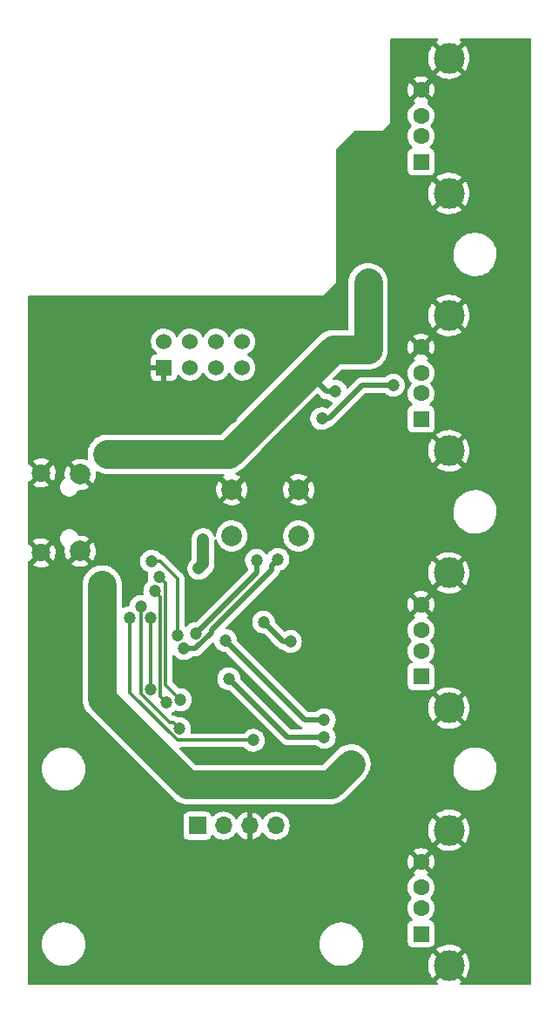
<source format=gbr>
G04 #@! TF.GenerationSoftware,KiCad,Pcbnew,(5.99.0-4013-gfd874d834)*
G04 #@! TF.CreationDate,2020-10-14T13:04:53+02:00*
G04 #@! TF.ProjectId,remote,72656d6f-7465-42e6-9b69-6361645f7063,rev?*
G04 #@! TF.SameCoordinates,Original*
G04 #@! TF.FileFunction,Copper,L2,Bot*
G04 #@! TF.FilePolarity,Positive*
%FSLAX46Y46*%
G04 Gerber Fmt 4.6, Leading zero omitted, Abs format (unit mm)*
G04 Created by KiCad (PCBNEW (5.99.0-4013-gfd874d834)) date 2020-10-14 13:04:53*
%MOMM*%
%LPD*%
G01*
G04 APERTURE LIST*
G04 #@! TA.AperFunction,ComponentPad*
%ADD10C,1.524000*%
G04 #@! TD*
G04 #@! TA.AperFunction,ComponentPad*
%ADD11R,1.524000X1.524000*%
G04 #@! TD*
G04 #@! TA.AperFunction,ComponentPad*
%ADD12C,2.000000*%
G04 #@! TD*
G04 #@! TA.AperFunction,ComponentPad*
%ADD13C,1.600000*%
G04 #@! TD*
G04 #@! TA.AperFunction,ComponentPad*
%ADD14R,1.600000X1.600000*%
G04 #@! TD*
G04 #@! TA.AperFunction,ComponentPad*
%ADD15C,3.000000*%
G04 #@! TD*
G04 #@! TA.AperFunction,ComponentPad*
%ADD16O,1.700000X1.700000*%
G04 #@! TD*
G04 #@! TA.AperFunction,ComponentPad*
%ADD17R,1.700000X1.700000*%
G04 #@! TD*
G04 #@! TA.AperFunction,ComponentPad*
%ADD18C,1.800000*%
G04 #@! TD*
G04 #@! TA.AperFunction,ViaPad*
%ADD19C,1.200000*%
G04 #@! TD*
G04 #@! TA.AperFunction,ViaPad*
%ADD20C,2.000000*%
G04 #@! TD*
G04 #@! TA.AperFunction,Conductor*
%ADD21C,0.500000*%
G04 #@! TD*
G04 #@! TA.AperFunction,Conductor*
%ADD22C,2.800000*%
G04 #@! TD*
G04 #@! TA.AperFunction,Conductor*
%ADD23C,1.200000*%
G04 #@! TD*
G04 #@! TA.AperFunction,Conductor*
%ADD24C,0.300000*%
G04 #@! TD*
G04 APERTURE END LIST*
D10*
X172620000Y-102460000D03*
X172620000Y-105000000D03*
X170080000Y-102460000D03*
X170080000Y-105000000D03*
X167540000Y-102460000D03*
X167540000Y-105000000D03*
X165000000Y-102460000D03*
D11*
X165000000Y-105000000D03*
D12*
X178100000Y-116850000D03*
X178100000Y-121350000D03*
X171600000Y-116850000D03*
X171600000Y-121350000D03*
D13*
X190000000Y-78000000D03*
X190000000Y-80500000D03*
X190000000Y-82500000D03*
D14*
X190000000Y-85000000D03*
D15*
X192710000Y-88070000D03*
X192710000Y-74930000D03*
D13*
X190000000Y-153000000D03*
X190000000Y-155500000D03*
X190000000Y-157500000D03*
D14*
X190000000Y-160000000D03*
D15*
X192710000Y-163070000D03*
X192710000Y-149930000D03*
D16*
X175870000Y-149500000D03*
X173330000Y-149500000D03*
X170790000Y-149500000D03*
D17*
X168250000Y-149500000D03*
D13*
X190000000Y-103000000D03*
X190000000Y-105500000D03*
X190000000Y-107500000D03*
D14*
X190000000Y-110000000D03*
D15*
X192710000Y-113070000D03*
X192710000Y-99930000D03*
D18*
X153050000Y-122975000D03*
X153050000Y-115225000D03*
D12*
X156850000Y-122825000D03*
X156850000Y-115375000D03*
D13*
X190000000Y-128000000D03*
X190000000Y-130500000D03*
X190000000Y-132500000D03*
D14*
X190000000Y-135000000D03*
D15*
X192710000Y-138070000D03*
X192710000Y-124930000D03*
D19*
X182750000Y-140950000D03*
X180350000Y-109950000D03*
X187300000Y-106700000D03*
X176100000Y-123600000D03*
X174000000Y-123700000D03*
X180600000Y-140900000D03*
X180600000Y-139200000D03*
X171300000Y-135200000D03*
X168800000Y-121700000D03*
X168400000Y-124500000D03*
D20*
X183200000Y-143500000D03*
X184850000Y-96750000D03*
X159500000Y-113400000D03*
D19*
X173700000Y-141200000D03*
X164099049Y-126701216D03*
X166521759Y-140078241D03*
X166950011Y-132300000D03*
X166605670Y-137261219D03*
X165237067Y-137556111D03*
D20*
X159000000Y-126100000D03*
D19*
X161669098Y-129288137D03*
X163700000Y-129300000D03*
X164550041Y-125363202D03*
X162749990Y-128200000D03*
X163700019Y-136245241D03*
X173700000Y-114800000D03*
X171600000Y-109800000D03*
X170300000Y-110900000D03*
X154200000Y-104900000D03*
X160200000Y-104900000D03*
X157400000Y-101100000D03*
X184100000Y-83100000D03*
X184200000Y-111100000D03*
X185400000Y-126800000D03*
X185900000Y-123000000D03*
X184300000Y-133000000D03*
X177300000Y-131600000D03*
X174700000Y-129700000D03*
X179525000Y-133600000D03*
X169200000Y-126100000D03*
X170900000Y-124500000D03*
X166900000Y-134500000D03*
X171100000Y-137500000D03*
X169800000Y-142600000D03*
X163100000Y-145200000D03*
X160200000Y-145400000D03*
X155900000Y-127900000D03*
X168200000Y-113400000D03*
X164063997Y-110063997D03*
X168100000Y-130800000D03*
X171000000Y-131500000D03*
X166318018Y-130961882D03*
X163800000Y-123800000D03*
X181700000Y-107300000D03*
D21*
X181050000Y-109950000D02*
X184300000Y-106700000D01*
X180350000Y-109950000D02*
X181050000Y-109950000D01*
X184300000Y-106700000D02*
X187300000Y-106700000D01*
D22*
X184850000Y-103250000D02*
X181462998Y-103250000D01*
D21*
X177000000Y-140900000D02*
X171899999Y-135799999D01*
X171899999Y-135799999D02*
X171300000Y-135200000D01*
X180600000Y-140900000D02*
X177000000Y-140900000D01*
D23*
X168800000Y-121700000D02*
X168800000Y-124100000D01*
X168800000Y-124100000D02*
X168400000Y-124500000D01*
D22*
X184850000Y-96750000D02*
X184850000Y-103250000D01*
D24*
X161669098Y-136569098D02*
X161669098Y-130136665D01*
X161669098Y-130136665D02*
X161669098Y-129288137D01*
X166300000Y-141200000D02*
X161669098Y-136569098D01*
X173700000Y-141200000D02*
X166300000Y-141200000D01*
X163700000Y-136245222D02*
X163700019Y-136245241D01*
X163700000Y-129300000D02*
X163700000Y-136245222D01*
X165921760Y-139478242D02*
X165557689Y-139478242D01*
X166521759Y-140078241D02*
X165921760Y-139478242D01*
X165557689Y-139478242D02*
X162749990Y-136670543D01*
X162749990Y-136670543D02*
X162749990Y-129048528D01*
X162749990Y-129048528D02*
X162749990Y-128200000D01*
X165150040Y-125963201D02*
X164550041Y-125363202D01*
X166605670Y-137261219D02*
X165150040Y-135805589D01*
X165150040Y-135805589D02*
X165150040Y-125963201D01*
D21*
X177300000Y-131600000D02*
X176600000Y-131600000D01*
X176600000Y-131600000D02*
X174700000Y-129700000D01*
D22*
X159000000Y-127514213D02*
X159000000Y-126100000D01*
X159000000Y-137200000D02*
X159000000Y-127514213D01*
X167300000Y-145500000D02*
X159000000Y-137200000D01*
X183200000Y-143500000D02*
X181200000Y-145500000D01*
X181200000Y-145500000D02*
X167300000Y-145500000D01*
X171312998Y-113400000D02*
X168200000Y-113400000D01*
X168200000Y-113400000D02*
X159500000Y-113400000D01*
D21*
X174000000Y-124900000D02*
X168100000Y-130800000D01*
X174000000Y-123700000D02*
X174000000Y-124900000D01*
X168056996Y-132300000D02*
X167798539Y-132300000D01*
X169624998Y-130731998D02*
X168056996Y-132300000D01*
X176100000Y-123600000D02*
X175500001Y-124199999D01*
X175500001Y-124656995D02*
X169624998Y-130531998D01*
X167798539Y-132300000D02*
X166950011Y-132300000D01*
X175500001Y-124199999D02*
X175500001Y-124656995D01*
X169624998Y-130531998D02*
X169624998Y-130731998D01*
X171599999Y-132099999D02*
X171000000Y-131500000D01*
X178700000Y-139200000D02*
X171599999Y-132099999D01*
X180600000Y-139200000D02*
X178700000Y-139200000D01*
D24*
X164650029Y-127252196D02*
X164099049Y-126701216D01*
X165237067Y-137556111D02*
X164650029Y-136969073D01*
X164650029Y-136969073D02*
X164650029Y-127252196D01*
X166318018Y-130961882D02*
X166318018Y-125469490D01*
X164648528Y-123800000D02*
X163800000Y-123800000D01*
X166318018Y-125469490D02*
X164648528Y-123800000D01*
D21*
X181700000Y-107300000D02*
X180800000Y-107300000D01*
X180800000Y-107300000D02*
X179106499Y-105606499D01*
D22*
X181462998Y-103250000D02*
X179106499Y-105606499D01*
X179106499Y-105606499D02*
X171312998Y-113400000D01*
G04 #@! TA.AperFunction,Conductor*
G36*
X191624413Y-73028002D02*
G01*
X191670906Y-73081658D01*
X191681010Y-73151932D01*
X191626750Y-73238459D01*
X191493018Y-73328662D01*
X191484711Y-73338690D01*
X191491931Y-73352721D01*
X192697188Y-74557978D01*
X192711132Y-74565592D01*
X192712965Y-74565461D01*
X192719580Y-74561210D01*
X193926133Y-73354657D01*
X193933101Y-73341897D01*
X193925190Y-73331099D01*
X193839120Y-73263855D01*
X193831848Y-73258950D01*
X193804430Y-73243120D01*
X193755436Y-73191737D01*
X193741999Y-73122024D01*
X193768386Y-73056113D01*
X193826217Y-73014930D01*
X193867429Y-73008000D01*
X200616000Y-73008000D01*
X200684121Y-73028002D01*
X200730614Y-73081658D01*
X200742000Y-73134000D01*
X200742001Y-164866000D01*
X200721999Y-164934121D01*
X200668343Y-164980614D01*
X200616001Y-164992000D01*
X193867429Y-164992000D01*
X193799308Y-164971998D01*
X193752815Y-164918342D01*
X193742711Y-164848068D01*
X193772205Y-164783488D01*
X193804430Y-164756880D01*
X193831848Y-164741050D01*
X193839120Y-164736145D01*
X193924671Y-164669307D01*
X193933139Y-164657495D01*
X193926602Y-164645812D01*
X192722812Y-163442022D01*
X192708868Y-163434408D01*
X192707035Y-163434539D01*
X192700420Y-163438790D01*
X191490813Y-164648397D01*
X191484570Y-164659830D01*
X191494334Y-164672226D01*
X191626750Y-164761541D01*
X191672040Y-164816216D01*
X191680580Y-164886697D01*
X191649660Y-164950607D01*
X191556292Y-164992000D01*
X151884000Y-164992000D01*
X151815879Y-164971998D01*
X151769386Y-164918342D01*
X151758000Y-164866000D01*
X151758000Y-160977873D01*
X153137116Y-160977873D01*
X153153662Y-161264829D01*
X153154487Y-161269034D01*
X153154488Y-161269042D01*
X153165716Y-161326269D01*
X153208999Y-161546885D01*
X153210386Y-161550936D01*
X153210387Y-161550940D01*
X153300714Y-161814765D01*
X153300718Y-161814774D01*
X153302103Y-161818820D01*
X153431252Y-162075605D01*
X153433678Y-162079134D01*
X153433681Y-162079140D01*
X153549291Y-162247352D01*
X153594056Y-162312485D01*
X153787501Y-162525079D01*
X153873666Y-162597124D01*
X154004718Y-162706701D01*
X154004723Y-162706705D01*
X154008010Y-162709453D01*
X154064632Y-162744972D01*
X154247860Y-162859911D01*
X154247864Y-162859913D01*
X154251500Y-162862194D01*
X154318928Y-162892639D01*
X154509555Y-162978711D01*
X154509559Y-162978713D01*
X154513467Y-162980477D01*
X154517587Y-162981697D01*
X154517586Y-162981697D01*
X154784950Y-163060894D01*
X154784954Y-163060895D01*
X154789063Y-163062112D01*
X154793297Y-163062760D01*
X154793302Y-163062761D01*
X155068947Y-163104940D01*
X155068949Y-163104940D01*
X155073189Y-163105589D01*
X155219499Y-163107888D01*
X155356295Y-163110037D01*
X155356301Y-163110037D01*
X155360586Y-163110104D01*
X155645937Y-163075573D01*
X155923961Y-163002635D01*
X155927921Y-163000995D01*
X155927926Y-163000993D01*
X156056737Y-162947637D01*
X156189514Y-162892639D01*
X156313598Y-162820130D01*
X156433979Y-162749785D01*
X156433980Y-162749784D01*
X156437682Y-162747621D01*
X156663873Y-162570265D01*
X156707662Y-162525079D01*
X156860918Y-162366930D01*
X156863901Y-162363852D01*
X156866434Y-162360404D01*
X156866438Y-162360399D01*
X157031527Y-162135657D01*
X157034065Y-162132202D01*
X157066875Y-162071774D01*
X157169166Y-161883377D01*
X157169167Y-161883375D01*
X157171216Y-161879601D01*
X157272816Y-161610724D01*
X157336985Y-161330546D01*
X157338680Y-161311563D01*
X157362317Y-161046716D01*
X157362537Y-161044251D01*
X157363000Y-161000000D01*
X157361492Y-160977873D01*
X180137116Y-160977873D01*
X180153662Y-161264829D01*
X180154487Y-161269034D01*
X180154488Y-161269042D01*
X180165716Y-161326269D01*
X180208999Y-161546885D01*
X180210386Y-161550936D01*
X180210387Y-161550940D01*
X180300714Y-161814765D01*
X180300718Y-161814774D01*
X180302103Y-161818820D01*
X180431252Y-162075605D01*
X180433678Y-162079134D01*
X180433681Y-162079140D01*
X180549291Y-162247352D01*
X180594056Y-162312485D01*
X180787501Y-162525079D01*
X180873666Y-162597124D01*
X181004718Y-162706701D01*
X181004723Y-162706705D01*
X181008010Y-162709453D01*
X181064632Y-162744972D01*
X181247860Y-162859911D01*
X181247864Y-162859913D01*
X181251500Y-162862194D01*
X181318928Y-162892639D01*
X181509555Y-162978711D01*
X181509559Y-162978713D01*
X181513467Y-162980477D01*
X181517587Y-162981697D01*
X181517586Y-162981697D01*
X181784950Y-163060894D01*
X181784954Y-163060895D01*
X181789063Y-163062112D01*
X181793297Y-163062760D01*
X181793302Y-163062761D01*
X182068947Y-163104940D01*
X182068949Y-163104940D01*
X182073189Y-163105589D01*
X182219499Y-163107888D01*
X182356295Y-163110037D01*
X182356301Y-163110037D01*
X182360586Y-163110104D01*
X182645937Y-163075573D01*
X182923961Y-163002635D01*
X182927921Y-163000995D01*
X182927926Y-163000993D01*
X183056737Y-162947637D01*
X183089715Y-162933977D01*
X190701904Y-162933977D01*
X190701904Y-163206023D01*
X190702516Y-163214772D01*
X190740377Y-163484173D01*
X190742201Y-163492753D01*
X190817187Y-163754260D01*
X190820186Y-163762501D01*
X190930841Y-164011036D01*
X190934953Y-164018770D01*
X191079118Y-164249482D01*
X191084277Y-164256582D01*
X191109101Y-164286166D01*
X191121795Y-164294612D01*
X191132297Y-164288493D01*
X192337978Y-163082812D01*
X192344355Y-163071132D01*
X193074408Y-163071132D01*
X193074539Y-163072965D01*
X193078790Y-163079580D01*
X194285984Y-164286774D01*
X194298095Y-164293387D01*
X194309714Y-164284559D01*
X194414532Y-164140291D01*
X194419191Y-164132835D01*
X194546900Y-163892648D01*
X194550471Y-163884628D01*
X194643515Y-163628994D01*
X194645934Y-163620557D01*
X194702497Y-163354451D01*
X194703717Y-163345770D01*
X194722693Y-163074390D01*
X194722693Y-163065610D01*
X194703717Y-162794230D01*
X194702497Y-162785549D01*
X194645934Y-162519443D01*
X194643515Y-162511006D01*
X194550471Y-162255372D01*
X194546900Y-162247352D01*
X194419191Y-162007165D01*
X194414532Y-161999709D01*
X194309445Y-161855070D01*
X194298520Y-161846646D01*
X194285661Y-161853549D01*
X193082022Y-163057188D01*
X193074408Y-163071132D01*
X192344355Y-163071132D01*
X192345592Y-163068868D01*
X192345461Y-163067035D01*
X192341210Y-163060420D01*
X191133558Y-161852768D01*
X191120173Y-161845459D01*
X191110247Y-161852468D01*
X191084277Y-161883418D01*
X191079118Y-161890518D01*
X190934953Y-162121230D01*
X190930841Y-162128964D01*
X190820186Y-162377499D01*
X190817187Y-162385740D01*
X190742201Y-162647247D01*
X190740377Y-162655827D01*
X190702516Y-162925228D01*
X190701904Y-162933977D01*
X183089715Y-162933977D01*
X183189514Y-162892639D01*
X183313598Y-162820130D01*
X183433979Y-162749785D01*
X183433980Y-162749784D01*
X183437682Y-162747621D01*
X183663873Y-162570265D01*
X183707662Y-162525079D01*
X183860918Y-162366930D01*
X183863901Y-162363852D01*
X183866434Y-162360404D01*
X183866438Y-162360399D01*
X184031527Y-162135657D01*
X184034065Y-162132202D01*
X184066875Y-162071774D01*
X184169166Y-161883377D01*
X184169167Y-161883375D01*
X184171216Y-161879601D01*
X184272816Y-161610724D01*
X184303055Y-161478690D01*
X191484711Y-161478690D01*
X191491931Y-161492721D01*
X192697188Y-162697978D01*
X192711132Y-162705592D01*
X192712965Y-162705461D01*
X192719580Y-162701210D01*
X193926133Y-161494657D01*
X193933101Y-161481897D01*
X193925190Y-161471099D01*
X193839120Y-161403855D01*
X193831844Y-161398947D01*
X193596253Y-161262929D01*
X193588361Y-161259080D01*
X193336134Y-161157172D01*
X193327776Y-161154457D01*
X193063825Y-161088647D01*
X193055180Y-161087122D01*
X192784622Y-161058685D01*
X192775859Y-161058379D01*
X192503981Y-161067873D01*
X192495255Y-161068790D01*
X192227334Y-161116033D01*
X192218833Y-161118152D01*
X191960106Y-161202218D01*
X191951959Y-161205509D01*
X191707451Y-161324764D01*
X191699855Y-161329150D01*
X191493018Y-161468662D01*
X191484711Y-161478690D01*
X184303055Y-161478690D01*
X184336985Y-161330546D01*
X184338680Y-161311563D01*
X184362317Y-161046716D01*
X184362537Y-161044251D01*
X184363000Y-161000000D01*
X184361492Y-160977873D01*
X184343742Y-160717510D01*
X184343741Y-160717504D01*
X184343450Y-160713233D01*
X184285163Y-160431772D01*
X184189216Y-160160827D01*
X184057385Y-159905409D01*
X183892109Y-159670246D01*
X183696448Y-159459689D01*
X183474021Y-159277635D01*
X183354668Y-159204495D01*
X183232595Y-159129688D01*
X183232587Y-159129684D01*
X183228945Y-159127452D01*
X183225028Y-159125733D01*
X183225025Y-159125731D01*
X183046296Y-159047275D01*
X182965753Y-159011919D01*
X182961625Y-159010743D01*
X182961622Y-159010742D01*
X182693445Y-158934350D01*
X182693446Y-158934350D01*
X182689317Y-158933174D01*
X182477073Y-158902968D01*
X182409004Y-158893280D01*
X182409002Y-158893280D01*
X182404752Y-158892675D01*
X182253235Y-158891882D01*
X182121610Y-158891192D01*
X182121604Y-158891192D01*
X182117324Y-158891170D01*
X182113080Y-158891729D01*
X182113076Y-158891729D01*
X181988051Y-158908189D01*
X181832350Y-158928687D01*
X181828210Y-158929820D01*
X181828208Y-158929820D01*
X181654264Y-158977406D01*
X181555105Y-159004533D01*
X181290718Y-159117303D01*
X181152542Y-159200000D01*
X181047764Y-159262708D01*
X181047760Y-159262711D01*
X181044082Y-159264912D01*
X180819761Y-159444627D01*
X180621906Y-159653123D01*
X180454177Y-159886542D01*
X180319678Y-160140565D01*
X180220899Y-160410492D01*
X180219986Y-160414678D01*
X180219986Y-160414679D01*
X180160581Y-160687137D01*
X180160580Y-160687145D01*
X180159668Y-160691327D01*
X180137116Y-160977873D01*
X157361492Y-160977873D01*
X157343742Y-160717510D01*
X157343741Y-160717504D01*
X157343450Y-160713233D01*
X157285163Y-160431772D01*
X157189216Y-160160827D01*
X157057385Y-159905409D01*
X156892109Y-159670246D01*
X156696448Y-159459689D01*
X156474021Y-159277635D01*
X156354668Y-159204495D01*
X156232595Y-159129688D01*
X156232587Y-159129684D01*
X156228945Y-159127452D01*
X156225028Y-159125733D01*
X156225025Y-159125731D01*
X156046296Y-159047275D01*
X155965753Y-159011919D01*
X155961625Y-159010743D01*
X155961622Y-159010742D01*
X155693445Y-158934350D01*
X155693446Y-158934350D01*
X155689317Y-158933174D01*
X155477073Y-158902968D01*
X155409004Y-158893280D01*
X155409002Y-158893280D01*
X155404752Y-158892675D01*
X155253235Y-158891882D01*
X155121610Y-158891192D01*
X155121604Y-158891192D01*
X155117324Y-158891170D01*
X155113080Y-158891729D01*
X155113076Y-158891729D01*
X154988051Y-158908189D01*
X154832350Y-158928687D01*
X154828210Y-158929820D01*
X154828208Y-158929820D01*
X154654264Y-158977406D01*
X154555105Y-159004533D01*
X154290718Y-159117303D01*
X154152542Y-159200000D01*
X154047764Y-159262708D01*
X154047760Y-159262711D01*
X154044082Y-159264912D01*
X153819761Y-159444627D01*
X153621906Y-159653123D01*
X153454177Y-159886542D01*
X153319678Y-160140565D01*
X153220899Y-160410492D01*
X153219986Y-160414678D01*
X153219986Y-160414679D01*
X153160581Y-160687137D01*
X153160580Y-160687145D01*
X153159668Y-160691327D01*
X153137116Y-160977873D01*
X151758000Y-160977873D01*
X151758000Y-155500000D01*
X188687000Y-155500000D01*
X188706947Y-155728000D01*
X188766184Y-155949072D01*
X188768509Y-155954057D01*
X188860583Y-156151513D01*
X188860586Y-156151518D01*
X188862909Y-156156500D01*
X188994184Y-156343980D01*
X189061109Y-156410905D01*
X189095135Y-156473217D01*
X189090070Y-156544032D01*
X189061109Y-156589095D01*
X188994184Y-156656020D01*
X188862909Y-156843500D01*
X188860586Y-156848482D01*
X188860583Y-156848487D01*
X188811421Y-156953916D01*
X188766184Y-157050928D01*
X188706947Y-157272000D01*
X188687000Y-157500000D01*
X188706947Y-157728000D01*
X188766184Y-157949072D01*
X188768509Y-157954057D01*
X188860583Y-158151513D01*
X188860586Y-158151518D01*
X188862909Y-158156500D01*
X188994184Y-158343980D01*
X189149525Y-158499321D01*
X189183551Y-158561633D01*
X189178486Y-158632448D01*
X189135939Y-158689284D01*
X189087220Y-158711534D01*
X188986892Y-158733359D01*
X188977407Y-158739455D01*
X188977406Y-158739455D01*
X188871640Y-158807426D01*
X188864056Y-158812300D01*
X188858155Y-158819111D01*
X188858153Y-158819112D01*
X188774338Y-158915840D01*
X188774336Y-158915843D01*
X188768437Y-158922651D01*
X188764695Y-158930845D01*
X188764693Y-158930848D01*
X188726882Y-159013644D01*
X188707780Y-159055471D01*
X188706498Y-159064388D01*
X188687950Y-159193395D01*
X188687000Y-159200000D01*
X188687000Y-160800000D01*
X188733359Y-161013108D01*
X188739455Y-161022593D01*
X188739455Y-161022594D01*
X188762649Y-161058685D01*
X188812300Y-161135944D01*
X188819111Y-161141845D01*
X188819112Y-161141847D01*
X188915840Y-161225662D01*
X188915843Y-161225664D01*
X188922651Y-161231563D01*
X188930845Y-161235305D01*
X188930848Y-161235307D01*
X189004718Y-161269042D01*
X189055471Y-161292220D01*
X189064388Y-161293502D01*
X189195554Y-161312361D01*
X189195557Y-161312361D01*
X189200000Y-161313000D01*
X190800000Y-161313000D01*
X191013108Y-161266641D01*
X191022599Y-161260542D01*
X191128360Y-161192574D01*
X191128361Y-161192574D01*
X191135944Y-161187700D01*
X191141847Y-161180888D01*
X191225662Y-161084160D01*
X191225664Y-161084157D01*
X191231563Y-161077349D01*
X191235305Y-161069155D01*
X191235307Y-161069152D01*
X191288477Y-160952725D01*
X191292220Y-160944529D01*
X191297492Y-160907864D01*
X191312361Y-160804446D01*
X191312361Y-160804443D01*
X191313000Y-160800000D01*
X191313000Y-159200000D01*
X191266641Y-158986892D01*
X191229964Y-158929820D01*
X191192574Y-158871640D01*
X191192574Y-158871639D01*
X191187700Y-158864056D01*
X191180888Y-158858153D01*
X191084160Y-158774338D01*
X191084157Y-158774336D01*
X191077349Y-158768437D01*
X191069155Y-158764695D01*
X191069152Y-158764693D01*
X190952725Y-158711523D01*
X190944529Y-158707780D01*
X190935612Y-158706498D01*
X190935609Y-158706497D01*
X190929201Y-158705576D01*
X190864619Y-158676085D01*
X190826233Y-158616361D01*
X190826231Y-158545364D01*
X190858033Y-158491763D01*
X191005816Y-158343980D01*
X191137091Y-158156500D01*
X191139414Y-158151518D01*
X191139417Y-158151513D01*
X191231491Y-157954057D01*
X191233816Y-157949072D01*
X191293053Y-157728000D01*
X191313000Y-157500000D01*
X191293053Y-157272000D01*
X191233816Y-157050928D01*
X191188579Y-156953916D01*
X191139417Y-156848487D01*
X191139414Y-156848482D01*
X191137091Y-156843500D01*
X191005816Y-156656020D01*
X190938891Y-156589095D01*
X190904865Y-156526783D01*
X190909930Y-156455968D01*
X190938891Y-156410905D01*
X191005816Y-156343980D01*
X191137091Y-156156500D01*
X191139414Y-156151518D01*
X191139417Y-156151513D01*
X191231491Y-155954057D01*
X191233816Y-155949072D01*
X191293053Y-155728000D01*
X191313000Y-155500000D01*
X191293053Y-155272000D01*
X191233816Y-155050928D01*
X191188579Y-154953916D01*
X191139417Y-154848487D01*
X191139414Y-154848482D01*
X191137091Y-154843500D01*
X191005816Y-154656020D01*
X190843980Y-154494184D01*
X190839472Y-154491027D01*
X190839469Y-154491025D01*
X190661004Y-154366063D01*
X190656500Y-154362909D01*
X190651516Y-154360585D01*
X190648977Y-154359119D01*
X190599984Y-154307737D01*
X190586548Y-154238023D01*
X190612934Y-154172112D01*
X190648977Y-154140881D01*
X190661004Y-154133937D01*
X190713050Y-154097494D01*
X190721426Y-154087015D01*
X190714359Y-154073570D01*
X190012811Y-153372021D01*
X189998868Y-153364408D01*
X189997034Y-153364539D01*
X189990420Y-153368790D01*
X189284917Y-154074294D01*
X189278490Y-154086064D01*
X189287784Y-154098078D01*
X189338996Y-154133937D01*
X189351023Y-154140881D01*
X189400016Y-154192263D01*
X189413452Y-154261977D01*
X189387066Y-154327888D01*
X189351023Y-154359119D01*
X189348484Y-154360585D01*
X189343500Y-154362909D01*
X189338996Y-154366063D01*
X189160531Y-154491025D01*
X189160528Y-154491027D01*
X189156020Y-154494184D01*
X188994184Y-154656020D01*
X188862909Y-154843500D01*
X188860586Y-154848482D01*
X188860583Y-154848487D01*
X188811421Y-154953916D01*
X188766184Y-155050928D01*
X188706947Y-155272000D01*
X188687000Y-155500000D01*
X151758000Y-155500000D01*
X151758000Y-152994525D01*
X188687479Y-152994525D01*
X188687479Y-153005475D01*
X188706468Y-153222523D01*
X188708370Y-153233310D01*
X188764761Y-153443761D01*
X188768509Y-153454057D01*
X188860583Y-153651513D01*
X188866066Y-153661008D01*
X188902506Y-153713050D01*
X188912985Y-153721426D01*
X188926430Y-153714359D01*
X189627979Y-153012811D01*
X189634355Y-153001132D01*
X190364408Y-153001132D01*
X190364539Y-153002966D01*
X190368790Y-153009580D01*
X191074294Y-153715083D01*
X191086064Y-153721510D01*
X191098078Y-153712216D01*
X191133934Y-153661008D01*
X191139417Y-153651513D01*
X191231491Y-153454057D01*
X191235239Y-153443761D01*
X191291630Y-153233310D01*
X191293532Y-153222523D01*
X191312521Y-153005475D01*
X191312521Y-152994525D01*
X191293532Y-152777477D01*
X191291630Y-152766690D01*
X191235239Y-152556239D01*
X191231491Y-152545943D01*
X191139417Y-152348487D01*
X191133934Y-152338992D01*
X191097494Y-152286950D01*
X191087015Y-152278574D01*
X191073570Y-152285641D01*
X190372021Y-152987189D01*
X190364408Y-153001132D01*
X189634355Y-153001132D01*
X189635592Y-152998868D01*
X189635461Y-152997034D01*
X189631210Y-152990420D01*
X188925706Y-152284917D01*
X188913936Y-152278490D01*
X188901922Y-152287784D01*
X188866066Y-152338992D01*
X188860583Y-152348487D01*
X188768509Y-152545943D01*
X188764761Y-152556239D01*
X188708370Y-152766690D01*
X188706468Y-152777477D01*
X188687479Y-152994525D01*
X151758000Y-152994525D01*
X151758000Y-151912985D01*
X189278574Y-151912985D01*
X189285641Y-151926430D01*
X189987189Y-152627979D01*
X190001132Y-152635592D01*
X190002966Y-152635461D01*
X190009580Y-152631210D01*
X190715083Y-151925706D01*
X190721510Y-151913936D01*
X190712216Y-151901922D01*
X190661008Y-151866066D01*
X190651513Y-151860583D01*
X190454057Y-151768509D01*
X190443761Y-151764761D01*
X190233310Y-151708370D01*
X190222523Y-151706468D01*
X190005475Y-151687479D01*
X189994525Y-151687479D01*
X189777477Y-151706468D01*
X189766690Y-151708370D01*
X189556239Y-151764761D01*
X189545943Y-151768509D01*
X189348487Y-151860583D01*
X189338992Y-151866066D01*
X189286950Y-151902506D01*
X189278574Y-151912985D01*
X151758000Y-151912985D01*
X151758000Y-151519830D01*
X191484570Y-151519830D01*
X191494334Y-151532226D01*
X191699855Y-151670850D01*
X191707451Y-151675236D01*
X191951959Y-151794491D01*
X191960106Y-151797782D01*
X192218833Y-151881848D01*
X192227334Y-151883967D01*
X192495255Y-151931210D01*
X192503981Y-151932127D01*
X192775859Y-151941621D01*
X192784622Y-151941315D01*
X193055180Y-151912878D01*
X193063825Y-151911353D01*
X193327776Y-151845543D01*
X193336134Y-151842828D01*
X193588361Y-151740920D01*
X193596253Y-151737071D01*
X193831844Y-151601053D01*
X193839120Y-151596145D01*
X193924671Y-151529307D01*
X193933139Y-151517495D01*
X193926602Y-151505812D01*
X192722812Y-150302022D01*
X192708868Y-150294408D01*
X192707035Y-150294539D01*
X192700420Y-150298790D01*
X191490813Y-151508397D01*
X191484570Y-151519830D01*
X151758000Y-151519830D01*
X151758000Y-148650000D01*
X166887000Y-148650000D01*
X166887000Y-150350000D01*
X166933359Y-150563108D01*
X166939455Y-150572593D01*
X166939455Y-150572594D01*
X166949695Y-150588528D01*
X167012300Y-150685944D01*
X167019111Y-150691845D01*
X167019112Y-150691847D01*
X167115840Y-150775662D01*
X167115843Y-150775664D01*
X167122651Y-150781563D01*
X167130845Y-150785305D01*
X167130848Y-150785307D01*
X167229519Y-150830368D01*
X167255471Y-150842220D01*
X167264388Y-150843502D01*
X167395554Y-150862361D01*
X167395557Y-150862361D01*
X167400000Y-150863000D01*
X169100000Y-150863000D01*
X169313108Y-150816641D01*
X169376874Y-150775662D01*
X169428360Y-150742574D01*
X169428361Y-150742574D01*
X169435944Y-150737700D01*
X169460816Y-150708996D01*
X169525662Y-150634160D01*
X169525664Y-150634157D01*
X169531563Y-150627349D01*
X169535305Y-150619155D01*
X169535307Y-150619152D01*
X169588479Y-150502720D01*
X169592220Y-150494529D01*
X169592916Y-150489686D01*
X169630178Y-150431706D01*
X169694760Y-150402214D01*
X169765033Y-150412319D01*
X169797081Y-150433370D01*
X169961960Y-150582089D01*
X169961966Y-150582093D01*
X169965931Y-150585670D01*
X170160637Y-150708996D01*
X170373337Y-150797752D01*
X170378540Y-150798949D01*
X170378545Y-150798950D01*
X170445544Y-150814356D01*
X170597952Y-150849402D01*
X170603282Y-150849705D01*
X170603284Y-150849705D01*
X170753385Y-150858229D01*
X170828057Y-150862469D01*
X170833364Y-150861869D01*
X170833366Y-150861869D01*
X170954229Y-150848205D01*
X171057075Y-150836578D01*
X171062190Y-150835097D01*
X171062194Y-150835096D01*
X171273333Y-150773954D01*
X171273338Y-150773952D01*
X171278456Y-150772470D01*
X171350222Y-150737700D01*
X171481065Y-150674307D01*
X171485870Y-150671979D01*
X171602648Y-150588528D01*
X171669041Y-150541083D01*
X171669043Y-150541081D01*
X171673387Y-150537977D01*
X171835646Y-150374296D01*
X171957687Y-150200327D01*
X172013183Y-150156047D01*
X172083809Y-150148800D01*
X172147141Y-150180886D01*
X172171516Y-150212469D01*
X172189556Y-150245625D01*
X172195402Y-150254491D01*
X172331486Y-150427113D01*
X172338750Y-150434875D01*
X172501967Y-150582094D01*
X172510444Y-150588528D01*
X172696122Y-150706136D01*
X172705567Y-150711053D01*
X172908406Y-150795694D01*
X172918545Y-150798950D01*
X173058345Y-150831096D01*
X173070566Y-150830368D01*
X173076000Y-150814356D01*
X173076001Y-149754002D01*
X173076000Y-149753996D01*
X173076000Y-149245998D01*
X173583999Y-149245998D01*
X173584000Y-149246004D01*
X173583999Y-150819941D01*
X173588150Y-150834079D01*
X173598795Y-150835774D01*
X173602201Y-150835094D01*
X173813333Y-150773954D01*
X173823259Y-150770143D01*
X174021065Y-150674307D01*
X174030212Y-150668876D01*
X174209041Y-150541083D01*
X174217149Y-150534182D01*
X174371893Y-150378082D01*
X174378706Y-150369933D01*
X174497687Y-150200327D01*
X174553183Y-150156047D01*
X174623809Y-150148800D01*
X174687141Y-150180886D01*
X174711516Y-150212469D01*
X174732102Y-150250305D01*
X174735402Y-150254491D01*
X174871486Y-150427113D01*
X174871490Y-150427117D01*
X174874789Y-150431302D01*
X175045931Y-150585670D01*
X175240637Y-150708996D01*
X175453337Y-150797752D01*
X175458540Y-150798949D01*
X175458545Y-150798950D01*
X175525544Y-150814356D01*
X175677952Y-150849402D01*
X175683282Y-150849705D01*
X175683284Y-150849705D01*
X175833385Y-150858229D01*
X175908057Y-150862469D01*
X175913364Y-150861869D01*
X175913366Y-150861869D01*
X176034229Y-150848205D01*
X176137075Y-150836578D01*
X176142190Y-150835097D01*
X176142194Y-150835096D01*
X176353333Y-150773954D01*
X176353338Y-150773952D01*
X176358456Y-150772470D01*
X176430222Y-150737700D01*
X176561065Y-150674307D01*
X176565870Y-150671979D01*
X176682648Y-150588528D01*
X176749041Y-150541083D01*
X176749043Y-150541081D01*
X176753387Y-150537977D01*
X176915646Y-150374296D01*
X177048007Y-150185616D01*
X177146684Y-149977333D01*
X177157261Y-149939580D01*
X177198050Y-149793977D01*
X190701904Y-149793977D01*
X190701904Y-150066023D01*
X190702516Y-150074772D01*
X190740377Y-150344173D01*
X190742201Y-150352753D01*
X190817187Y-150614260D01*
X190820186Y-150622501D01*
X190930841Y-150871036D01*
X190934953Y-150878770D01*
X191079118Y-151109482D01*
X191084277Y-151116582D01*
X191109101Y-151146166D01*
X191121795Y-151154612D01*
X191132297Y-151148493D01*
X192337978Y-149942812D01*
X192344355Y-149931132D01*
X193074408Y-149931132D01*
X193074539Y-149932965D01*
X193078790Y-149939580D01*
X194285984Y-151146774D01*
X194298095Y-151153387D01*
X194309714Y-151144559D01*
X194414532Y-151000291D01*
X194419191Y-150992835D01*
X194546900Y-150752648D01*
X194550471Y-150744628D01*
X194643515Y-150488994D01*
X194645934Y-150480557D01*
X194702497Y-150214451D01*
X194703717Y-150205770D01*
X194722693Y-149934390D01*
X194722693Y-149925610D01*
X194703717Y-149654230D01*
X194702497Y-149645549D01*
X194645934Y-149379443D01*
X194643515Y-149371006D01*
X194550471Y-149115372D01*
X194546900Y-149107352D01*
X194419191Y-148867165D01*
X194414532Y-148859709D01*
X194309445Y-148715070D01*
X194298520Y-148706646D01*
X194285661Y-148713549D01*
X193082022Y-149917188D01*
X193074408Y-149931132D01*
X192344355Y-149931132D01*
X192345592Y-149928868D01*
X192345461Y-149927035D01*
X192341210Y-149920420D01*
X191133558Y-148712768D01*
X191120173Y-148705459D01*
X191110247Y-148712468D01*
X191084277Y-148743418D01*
X191079118Y-148750518D01*
X190934953Y-148981230D01*
X190930841Y-148988964D01*
X190820186Y-149237499D01*
X190817187Y-149245740D01*
X190742201Y-149507247D01*
X190740377Y-149515827D01*
X190702516Y-149785228D01*
X190701904Y-149793977D01*
X177198050Y-149793977D01*
X177207417Y-149760543D01*
X177208858Y-149755401D01*
X177232749Y-149526166D01*
X177232878Y-149512749D01*
X177232972Y-149502963D01*
X177232972Y-149502954D01*
X177233000Y-149500000D01*
X177213514Y-149270349D01*
X177207196Y-149246004D01*
X177156952Y-149052427D01*
X177155612Y-149047264D01*
X177060952Y-148837125D01*
X176932238Y-148645939D01*
X176773151Y-148479173D01*
X176588241Y-148341596D01*
X176583490Y-148339180D01*
X176583486Y-148339178D01*
X176582527Y-148338690D01*
X191484711Y-148338690D01*
X191491931Y-148352721D01*
X192697188Y-149557978D01*
X192711132Y-149565592D01*
X192712965Y-149565461D01*
X192719580Y-149561210D01*
X193926133Y-148354657D01*
X193933101Y-148341897D01*
X193925190Y-148331099D01*
X193839120Y-148263855D01*
X193831844Y-148258947D01*
X193596253Y-148122929D01*
X193588361Y-148119080D01*
X193336134Y-148017172D01*
X193327776Y-148014457D01*
X193063825Y-147948647D01*
X193055180Y-147947122D01*
X192784622Y-147918685D01*
X192775859Y-147918379D01*
X192503981Y-147927873D01*
X192495255Y-147928790D01*
X192227334Y-147976033D01*
X192218833Y-147978152D01*
X191960106Y-148062218D01*
X191951959Y-148065509D01*
X191707451Y-148184764D01*
X191699855Y-148189150D01*
X191493018Y-148328662D01*
X191484711Y-148338690D01*
X176582527Y-148338690D01*
X176387550Y-148239559D01*
X176387549Y-148239559D01*
X176382794Y-148237141D01*
X176203373Y-148181430D01*
X176167779Y-148170378D01*
X176162684Y-148168796D01*
X176069899Y-148156498D01*
X175939489Y-148139213D01*
X175939486Y-148139213D01*
X175934206Y-148138513D01*
X175928877Y-148138713D01*
X175928876Y-148138713D01*
X175834860Y-148142243D01*
X175703892Y-148147160D01*
X175635438Y-148161523D01*
X175483555Y-148193391D01*
X175483552Y-148193392D01*
X175478328Y-148194488D01*
X175417685Y-148218437D01*
X175268932Y-148277182D01*
X175268929Y-148277183D01*
X175263962Y-148279145D01*
X175170778Y-148335690D01*
X175071486Y-148395942D01*
X175071483Y-148395944D01*
X175066925Y-148398710D01*
X175062897Y-148402205D01*
X175062896Y-148402206D01*
X174939996Y-148508854D01*
X174892851Y-148549764D01*
X174878601Y-148567143D01*
X174750100Y-148723860D01*
X174750096Y-148723866D01*
X174746716Y-148727988D01*
X174710152Y-148792222D01*
X174659069Y-148841528D01*
X174589439Y-148855389D01*
X174523368Y-148829405D01*
X174496130Y-148800256D01*
X174395218Y-148650366D01*
X174388557Y-148642080D01*
X174236830Y-148483030D01*
X174228873Y-148475990D01*
X174052523Y-148344782D01*
X174043486Y-148339178D01*
X173847550Y-148239559D01*
X173837699Y-148235559D01*
X173627778Y-148170378D01*
X173617396Y-148168095D01*
X173601959Y-148166049D01*
X173587792Y-148168246D01*
X173584000Y-148181430D01*
X173583999Y-149245998D01*
X173076000Y-149245998D01*
X173076001Y-148183716D01*
X173072427Y-148171544D01*
X173056251Y-148169745D01*
X172943555Y-148193391D01*
X172933358Y-148196451D01*
X172728932Y-148277182D01*
X172719396Y-148281916D01*
X172531486Y-148395942D01*
X172522896Y-148402206D01*
X172356884Y-148546264D01*
X172349464Y-148553895D01*
X172210100Y-148723860D01*
X172204079Y-148732622D01*
X172170152Y-148792222D01*
X172119069Y-148841528D01*
X172049439Y-148855389D01*
X171983368Y-148829405D01*
X171956130Y-148800256D01*
X171852238Y-148645939D01*
X171693151Y-148479173D01*
X171508241Y-148341596D01*
X171503490Y-148339180D01*
X171503486Y-148339178D01*
X171307550Y-148239559D01*
X171307549Y-148239559D01*
X171302794Y-148237141D01*
X171123373Y-148181430D01*
X171087779Y-148170378D01*
X171082684Y-148168796D01*
X170989899Y-148156498D01*
X170859489Y-148139213D01*
X170859486Y-148139213D01*
X170854206Y-148138513D01*
X170848877Y-148138713D01*
X170848876Y-148138713D01*
X170754860Y-148142243D01*
X170623892Y-148147160D01*
X170555438Y-148161523D01*
X170403555Y-148193391D01*
X170403552Y-148193392D01*
X170398328Y-148194488D01*
X170337685Y-148218437D01*
X170188932Y-148277182D01*
X170188929Y-148277183D01*
X170183962Y-148279145D01*
X170090778Y-148335690D01*
X169991486Y-148395942D01*
X169991483Y-148395944D01*
X169986925Y-148398710D01*
X169982897Y-148402205D01*
X169982896Y-148402206D01*
X169859996Y-148508854D01*
X169812851Y-148549764D01*
X169809464Y-148553895D01*
X169809463Y-148553896D01*
X169802848Y-148561963D01*
X169744188Y-148601957D01*
X169673218Y-148603888D01*
X169612470Y-148567143D01*
X169582296Y-148508859D01*
X169566641Y-148436892D01*
X169540325Y-148395942D01*
X169492574Y-148321640D01*
X169492574Y-148321639D01*
X169487700Y-148314056D01*
X169480888Y-148308153D01*
X169384160Y-148224338D01*
X169384157Y-148224336D01*
X169377349Y-148218437D01*
X169369155Y-148214695D01*
X169369152Y-148214693D01*
X169252725Y-148161523D01*
X169244529Y-148157780D01*
X169169274Y-148146960D01*
X169104446Y-148137639D01*
X169104443Y-148137639D01*
X169100000Y-148137000D01*
X167400000Y-148137000D01*
X167186892Y-148183359D01*
X167177407Y-148189455D01*
X167177406Y-148189455D01*
X167099442Y-148239559D01*
X167064056Y-148262300D01*
X167058155Y-148269111D01*
X167058153Y-148269112D01*
X166974338Y-148365840D01*
X166974336Y-148365843D01*
X166968437Y-148372651D01*
X166964695Y-148380845D01*
X166964693Y-148380848D01*
X166919790Y-148479173D01*
X166907780Y-148505471D01*
X166906498Y-148514388D01*
X166888139Y-148642080D01*
X166887000Y-148650000D01*
X151758000Y-148650000D01*
X151758000Y-143977873D01*
X153137116Y-143977873D01*
X153153662Y-144264829D01*
X153154487Y-144269034D01*
X153154488Y-144269042D01*
X153182164Y-144410107D01*
X153208999Y-144546885D01*
X153210386Y-144550936D01*
X153210387Y-144550940D01*
X153300714Y-144814765D01*
X153300718Y-144814774D01*
X153302103Y-144818820D01*
X153431252Y-145075605D01*
X153433678Y-145079134D01*
X153433681Y-145079140D01*
X153591625Y-145308948D01*
X153594056Y-145312485D01*
X153787501Y-145525079D01*
X153873666Y-145597124D01*
X154004718Y-145706701D01*
X154004723Y-145706705D01*
X154008010Y-145709453D01*
X154064632Y-145744972D01*
X154247860Y-145859911D01*
X154247864Y-145859913D01*
X154251500Y-145862194D01*
X154318928Y-145892639D01*
X154509555Y-145978711D01*
X154509559Y-145978713D01*
X154513467Y-145980477D01*
X154517587Y-145981697D01*
X154517586Y-145981697D01*
X154784950Y-146060894D01*
X154784954Y-146060895D01*
X154789063Y-146062112D01*
X154793297Y-146062760D01*
X154793302Y-146062761D01*
X155068947Y-146104940D01*
X155068949Y-146104940D01*
X155073189Y-146105589D01*
X155219499Y-146107888D01*
X155356295Y-146110037D01*
X155356301Y-146110037D01*
X155360586Y-146110104D01*
X155645937Y-146075573D01*
X155923961Y-146002635D01*
X155927921Y-146000995D01*
X155927926Y-146000993D01*
X156056737Y-145947637D01*
X156189514Y-145892639D01*
X156437682Y-145747621D01*
X156663873Y-145570265D01*
X156707662Y-145525079D01*
X156860918Y-145366930D01*
X156863901Y-145363852D01*
X156866434Y-145360404D01*
X156866438Y-145360399D01*
X157031527Y-145135657D01*
X157034065Y-145132202D01*
X157171216Y-144879601D01*
X157272816Y-144610724D01*
X157336985Y-144330546D01*
X157362537Y-144044251D01*
X157363000Y-144000000D01*
X157361492Y-143977873D01*
X157343742Y-143717510D01*
X157343741Y-143717504D01*
X157343450Y-143713233D01*
X157323484Y-143616817D01*
X157286032Y-143435969D01*
X157285163Y-143431772D01*
X157189216Y-143160827D01*
X157057385Y-142905409D01*
X156987639Y-142806170D01*
X156894576Y-142673756D01*
X156894575Y-142673755D01*
X156892109Y-142670246D01*
X156696448Y-142459689D01*
X156474021Y-142277635D01*
X156366701Y-142211869D01*
X156232595Y-142129688D01*
X156232587Y-142129684D01*
X156228945Y-142127452D01*
X156225028Y-142125733D01*
X156225025Y-142125731D01*
X156027657Y-142039093D01*
X155965753Y-142011919D01*
X155961625Y-142010743D01*
X155961622Y-142010742D01*
X155724352Y-141943154D01*
X155689317Y-141933174D01*
X155441093Y-141897847D01*
X155409004Y-141893280D01*
X155409002Y-141893280D01*
X155404752Y-141892675D01*
X155253235Y-141891882D01*
X155121610Y-141891192D01*
X155121604Y-141891192D01*
X155117324Y-141891170D01*
X155113080Y-141891729D01*
X155113076Y-141891729D01*
X154988051Y-141908189D01*
X154832350Y-141928687D01*
X154828210Y-141929820D01*
X154828208Y-141929820D01*
X154564861Y-142001864D01*
X154555105Y-142004533D01*
X154290718Y-142117303D01*
X154215417Y-142162370D01*
X154047764Y-142262708D01*
X154047760Y-142262711D01*
X154044082Y-142264912D01*
X153819761Y-142444627D01*
X153621906Y-142653123D01*
X153454177Y-142886542D01*
X153319678Y-143140565D01*
X153220899Y-143410492D01*
X153219986Y-143414678D01*
X153219986Y-143414679D01*
X153160581Y-143687137D01*
X153160580Y-143687145D01*
X153159668Y-143691327D01*
X153137116Y-143977873D01*
X151758000Y-143977873D01*
X151758000Y-137126546D01*
X157087911Y-137126546D01*
X157088066Y-137131102D01*
X157088066Y-137131106D01*
X157091427Y-137229814D01*
X157091500Y-137234101D01*
X157091500Y-137268911D01*
X157091665Y-137271184D01*
X157091666Y-137271213D01*
X157093695Y-137299167D01*
X157093952Y-137303991D01*
X157097335Y-137403336D01*
X157102684Y-137432917D01*
X157104363Y-137446214D01*
X157106210Y-137471661D01*
X157106212Y-137471672D01*
X157106542Y-137476225D01*
X157114221Y-137511006D01*
X157127976Y-137573307D01*
X157128928Y-137578051D01*
X157141441Y-137647247D01*
X157146616Y-137675868D01*
X157148068Y-137680194D01*
X157156185Y-137704384D01*
X157159767Y-137717302D01*
X157166250Y-137746664D01*
X157167869Y-137750937D01*
X157201463Y-137839611D01*
X157203089Y-137844164D01*
X157233268Y-137934094D01*
X157233271Y-137934101D01*
X157234724Y-137938431D01*
X157236785Y-137942501D01*
X157236789Y-137942512D01*
X157248306Y-137965263D01*
X157253715Y-137977526D01*
X157264371Y-138005651D01*
X157266583Y-138009634D01*
X157266588Y-138009644D01*
X157312638Y-138092548D01*
X157314905Y-138096819D01*
X157359810Y-138185525D01*
X157362441Y-138189261D01*
X157377123Y-138210113D01*
X157384247Y-138221470D01*
X157396630Y-138243763D01*
X157398851Y-138247761D01*
X157421934Y-138278007D01*
X157459154Y-138326777D01*
X157462015Y-138330678D01*
X157519257Y-138411974D01*
X157521835Y-138414822D01*
X157547060Y-138442690D01*
X157553807Y-138450803D01*
X157564099Y-138464289D01*
X157564103Y-138464294D01*
X157566873Y-138467923D01*
X157570139Y-138471116D01*
X157570141Y-138471118D01*
X157656646Y-138555682D01*
X157657662Y-138556687D01*
X165870788Y-146769814D01*
X165880096Y-146780214D01*
X165896008Y-146800111D01*
X165899345Y-146803228D01*
X165971553Y-146870681D01*
X165974636Y-146873662D01*
X165999215Y-146898241D01*
X166000940Y-146899733D01*
X166000949Y-146899741D01*
X166022148Y-146918072D01*
X166025744Y-146921304D01*
X166086605Y-146978156D01*
X166098393Y-146989168D01*
X166123096Y-147006305D01*
X166133692Y-147014524D01*
X166156444Y-147034198D01*
X166240250Y-147087691D01*
X166244264Y-147090363D01*
X166325949Y-147147030D01*
X166352884Y-147160429D01*
X166364543Y-147167026D01*
X166389893Y-147183207D01*
X166394045Y-147185077D01*
X166394048Y-147185079D01*
X166480529Y-147224036D01*
X166484898Y-147226106D01*
X166573911Y-147270389D01*
X166578251Y-147271812D01*
X166578259Y-147271815D01*
X166602483Y-147279756D01*
X166614982Y-147284604D01*
X166638238Y-147295080D01*
X166638250Y-147295084D01*
X166642407Y-147296957D01*
X166738001Y-147324278D01*
X166742592Y-147325686D01*
X166814552Y-147349275D01*
X166829569Y-147354198D01*
X166837082Y-147356661D01*
X166854930Y-147359760D01*
X166866706Y-147361805D01*
X166879770Y-147364797D01*
X166901726Y-147371071D01*
X166908696Y-147373063D01*
X166966829Y-147380871D01*
X167007226Y-147386297D01*
X167012008Y-147387033D01*
X167049013Y-147393458D01*
X167109952Y-147404039D01*
X167151336Y-147406099D01*
X167161829Y-147407063D01*
X167183183Y-147409931D01*
X167308606Y-147408508D01*
X167310035Y-147408500D01*
X181087306Y-147408500D01*
X181101242Y-147409273D01*
X181126546Y-147412089D01*
X181131102Y-147411934D01*
X181131106Y-147411934D01*
X181229814Y-147408573D01*
X181234101Y-147408500D01*
X181268912Y-147408500D01*
X181271183Y-147408335D01*
X181271216Y-147408334D01*
X181299185Y-147406304D01*
X181304009Y-147406046D01*
X181403336Y-147402665D01*
X181432921Y-147397316D01*
X181446214Y-147395637D01*
X181471662Y-147393790D01*
X181471673Y-147393788D01*
X181476226Y-147393458D01*
X181573335Y-147372018D01*
X181578056Y-147371071D01*
X181671369Y-147354198D01*
X181671375Y-147354196D01*
X181675868Y-147353384D01*
X181704386Y-147343815D01*
X181717294Y-147340235D01*
X181746665Y-147333750D01*
X181839628Y-147298530D01*
X181844173Y-147296908D01*
X181934099Y-147266731D01*
X181934115Y-147266724D01*
X181938431Y-147265276D01*
X181942501Y-147263216D01*
X181942505Y-147263214D01*
X181965252Y-147251699D01*
X181977519Y-147246288D01*
X182001388Y-147237245D01*
X182001394Y-147237242D01*
X182005652Y-147235629D01*
X182092586Y-147187342D01*
X182096833Y-147185089D01*
X182181448Y-147142254D01*
X182181449Y-147142254D01*
X182185525Y-147140190D01*
X182210112Y-147122877D01*
X182221473Y-147115751D01*
X182247762Y-147101149D01*
X182251382Y-147098386D01*
X182251390Y-147098381D01*
X182326797Y-147040831D01*
X182330679Y-147037984D01*
X182411974Y-146980743D01*
X182442690Y-146952940D01*
X182450803Y-146946193D01*
X182464289Y-146935901D01*
X182464294Y-146935897D01*
X182467923Y-146933127D01*
X182482641Y-146918072D01*
X182555679Y-146843357D01*
X182556684Y-146842341D01*
X184596604Y-144802423D01*
X184598241Y-144800786D01*
X184599745Y-144799047D01*
X184599754Y-144799037D01*
X184731212Y-144647010D01*
X184731216Y-144647004D01*
X184734198Y-144643556D01*
X184883207Y-144410107D01*
X184996956Y-144157594D01*
X185041287Y-144002485D01*
X185048321Y-143977873D01*
X193137116Y-143977873D01*
X193153662Y-144264829D01*
X193154487Y-144269034D01*
X193154488Y-144269042D01*
X193182164Y-144410107D01*
X193208999Y-144546885D01*
X193210386Y-144550936D01*
X193210387Y-144550940D01*
X193300714Y-144814765D01*
X193300718Y-144814774D01*
X193302103Y-144818820D01*
X193431252Y-145075605D01*
X193433678Y-145079134D01*
X193433681Y-145079140D01*
X193591625Y-145308948D01*
X193594056Y-145312485D01*
X193787501Y-145525079D01*
X193873666Y-145597124D01*
X194004718Y-145706701D01*
X194004723Y-145706705D01*
X194008010Y-145709453D01*
X194064632Y-145744972D01*
X194247860Y-145859911D01*
X194247864Y-145859913D01*
X194251500Y-145862194D01*
X194318928Y-145892639D01*
X194509555Y-145978711D01*
X194509559Y-145978713D01*
X194513467Y-145980477D01*
X194517587Y-145981697D01*
X194517586Y-145981697D01*
X194784950Y-146060894D01*
X194784954Y-146060895D01*
X194789063Y-146062112D01*
X194793297Y-146062760D01*
X194793302Y-146062761D01*
X195068947Y-146104940D01*
X195068949Y-146104940D01*
X195073189Y-146105589D01*
X195219499Y-146107888D01*
X195356295Y-146110037D01*
X195356301Y-146110037D01*
X195360586Y-146110104D01*
X195645937Y-146075573D01*
X195923961Y-146002635D01*
X195927921Y-146000995D01*
X195927926Y-146000993D01*
X196056737Y-145947637D01*
X196189514Y-145892639D01*
X196437682Y-145747621D01*
X196663873Y-145570265D01*
X196707662Y-145525079D01*
X196860918Y-145366930D01*
X196863901Y-145363852D01*
X196866434Y-145360404D01*
X196866438Y-145360399D01*
X197031527Y-145135657D01*
X197034065Y-145132202D01*
X197171216Y-144879601D01*
X197272816Y-144610724D01*
X197336985Y-144330546D01*
X197362537Y-144044251D01*
X197363000Y-144000000D01*
X197361492Y-143977873D01*
X197343742Y-143717510D01*
X197343741Y-143717504D01*
X197343450Y-143713233D01*
X197323484Y-143616817D01*
X197286032Y-143435969D01*
X197285163Y-143431772D01*
X197189216Y-143160827D01*
X197057385Y-142905409D01*
X196987639Y-142806170D01*
X196894576Y-142673756D01*
X196894575Y-142673755D01*
X196892109Y-142670246D01*
X196696448Y-142459689D01*
X196474021Y-142277635D01*
X196366701Y-142211869D01*
X196232595Y-142129688D01*
X196232587Y-142129684D01*
X196228945Y-142127452D01*
X196225028Y-142125733D01*
X196225025Y-142125731D01*
X196027657Y-142039093D01*
X195965753Y-142011919D01*
X195961625Y-142010743D01*
X195961622Y-142010742D01*
X195724352Y-141943154D01*
X195689317Y-141933174D01*
X195441093Y-141897847D01*
X195409004Y-141893280D01*
X195409002Y-141893280D01*
X195404752Y-141892675D01*
X195253235Y-141891882D01*
X195121610Y-141891192D01*
X195121604Y-141891192D01*
X195117324Y-141891170D01*
X195113080Y-141891729D01*
X195113076Y-141891729D01*
X194988051Y-141908189D01*
X194832350Y-141928687D01*
X194828210Y-141929820D01*
X194828208Y-141929820D01*
X194564861Y-142001864D01*
X194555105Y-142004533D01*
X194290718Y-142117303D01*
X194215417Y-142162370D01*
X194047764Y-142262708D01*
X194047760Y-142262711D01*
X194044082Y-142264912D01*
X193819761Y-142444627D01*
X193621906Y-142653123D01*
X193454177Y-142886542D01*
X193319678Y-143140565D01*
X193220899Y-143410492D01*
X193219986Y-143414678D01*
X193219986Y-143414679D01*
X193160581Y-143687137D01*
X193160580Y-143687145D01*
X193159668Y-143691327D01*
X193137116Y-143977873D01*
X185048321Y-143977873D01*
X185071806Y-143895699D01*
X185071806Y-143895698D01*
X185073062Y-143891304D01*
X185109930Y-143616817D01*
X185107831Y-143431772D01*
X185106841Y-143344444D01*
X185106841Y-143344440D01*
X185106789Y-143339883D01*
X185063702Y-143066304D01*
X184981575Y-142801809D01*
X184862126Y-142551940D01*
X184707858Y-142321932D01*
X184689694Y-142301864D01*
X184525067Y-142119988D01*
X184522003Y-142116603D01*
X184360442Y-141983186D01*
X184311966Y-141943154D01*
X184311964Y-141943153D01*
X184308454Y-141940254D01*
X184295791Y-141932570D01*
X184075576Y-141798939D01*
X184075575Y-141798938D01*
X184071685Y-141796578D01*
X184067498Y-141794805D01*
X184067494Y-141794803D01*
X183820854Y-141690365D01*
X183820853Y-141690365D01*
X183816655Y-141688587D01*
X183548707Y-141618543D01*
X183544170Y-141618038D01*
X183544164Y-141618037D01*
X183411323Y-141603254D01*
X183273454Y-141587911D01*
X183268898Y-141588066D01*
X183268894Y-141588066D01*
X183001234Y-141597179D01*
X183001229Y-141597180D01*
X182996663Y-141597335D01*
X182724131Y-141646616D01*
X182461568Y-141734724D01*
X182214474Y-141859811D01*
X182210745Y-141862436D01*
X182210741Y-141862439D01*
X181991179Y-142017036D01*
X181988025Y-142019257D01*
X181921507Y-142079467D01*
X180446379Y-143554595D01*
X180357284Y-143591500D01*
X168142716Y-143591500D01*
X168053621Y-143554595D01*
X166572621Y-142073595D01*
X166538595Y-142011283D01*
X166543660Y-141940468D01*
X166586207Y-141883632D01*
X166661716Y-141858500D01*
X172742736Y-141858500D01*
X172834209Y-141897847D01*
X172942764Y-142012440D01*
X172968013Y-142039093D01*
X172972878Y-142042583D01*
X172972881Y-142042585D01*
X173091204Y-142127452D01*
X173139887Y-142162370D01*
X173331972Y-142250922D01*
X173337788Y-142252356D01*
X173337791Y-142252357D01*
X173431237Y-142275396D01*
X173537337Y-142301555D01*
X173543327Y-142301864D01*
X173543329Y-142301864D01*
X173617698Y-142305696D01*
X173748570Y-142312440D01*
X173754505Y-142311611D01*
X173754509Y-142311611D01*
X173910543Y-142289820D01*
X173958051Y-142283186D01*
X174158221Y-142214848D01*
X174341857Y-142109891D01*
X174346401Y-142105990D01*
X174346406Y-142105986D01*
X174497786Y-141976008D01*
X174502334Y-141972103D01*
X174633860Y-141806456D01*
X174637782Y-141798939D01*
X174710013Y-141660478D01*
X174731690Y-141618926D01*
X174740815Y-141588416D01*
X174771699Y-141485146D01*
X174792294Y-141416280D01*
X174793522Y-141404090D01*
X174813176Y-141208895D01*
X174813485Y-141205830D01*
X174813500Y-141200000D01*
X174805513Y-141116280D01*
X174793981Y-140995416D01*
X174793411Y-140989442D01*
X174733869Y-140786482D01*
X174637022Y-140598442D01*
X174506365Y-140432109D01*
X174501834Y-140428177D01*
X174351144Y-140297413D01*
X174351139Y-140297409D01*
X174346613Y-140293482D01*
X174163529Y-140187566D01*
X174135617Y-140177873D01*
X173969393Y-140120150D01*
X173969390Y-140120149D01*
X173963719Y-140118180D01*
X173821845Y-140097609D01*
X173760334Y-140088690D01*
X173760331Y-140088690D01*
X173754394Y-140087829D01*
X173543106Y-140097609D01*
X173411540Y-140129317D01*
X173343313Y-140145759D01*
X173343311Y-140145760D01*
X173337480Y-140147165D01*
X173332022Y-140149647D01*
X173332018Y-140149648D01*
X173252957Y-140185595D01*
X173144934Y-140234710D01*
X172972416Y-140357086D01*
X172838319Y-140497167D01*
X172833089Y-140502630D01*
X172742071Y-140541500D01*
X167709386Y-140541500D01*
X167641265Y-140521498D01*
X167594772Y-140467842D01*
X167588669Y-140379399D01*
X167614053Y-140294521D01*
X167619727Y-140238177D01*
X167633739Y-140099014D01*
X167635244Y-140084071D01*
X167635259Y-140078241D01*
X167629799Y-140021007D01*
X167615740Y-139873657D01*
X167615170Y-139867683D01*
X167605640Y-139835197D01*
X167557316Y-139670476D01*
X167557315Y-139670474D01*
X167555628Y-139664723D01*
X167552881Y-139659389D01*
X167461527Y-139482014D01*
X167461525Y-139482011D01*
X167458781Y-139476683D01*
X167328124Y-139310350D01*
X167308576Y-139293387D01*
X167172903Y-139175654D01*
X167172898Y-139175650D01*
X167168372Y-139171723D01*
X166985288Y-139065807D01*
X166957376Y-139056114D01*
X166791152Y-138998391D01*
X166791149Y-138998390D01*
X166785478Y-138996421D01*
X166659800Y-138978198D01*
X166582093Y-138966931D01*
X166582090Y-138966931D01*
X166576153Y-138966070D01*
X166401986Y-138974132D01*
X166322098Y-138950202D01*
X166317539Y-138946889D01*
X166311756Y-138941459D01*
X166304806Y-138937638D01*
X166304803Y-138937636D01*
X166292964Y-138931127D01*
X166276443Y-138920275D01*
X166265776Y-138912001D01*
X166265771Y-138911998D01*
X166259508Y-138907140D01*
X166217139Y-138888806D01*
X166206491Y-138883589D01*
X166172962Y-138865156D01*
X166172960Y-138865155D01*
X166166011Y-138861335D01*
X166145243Y-138856003D01*
X166126534Y-138849598D01*
X166114143Y-138844236D01*
X166114144Y-138844236D01*
X166106869Y-138841088D01*
X166099042Y-138839848D01*
X166099041Y-138839848D01*
X166061274Y-138833866D01*
X166049652Y-138831459D01*
X166031744Y-138826861D01*
X166004919Y-138819974D01*
X166001232Y-138819742D01*
X165982017Y-138819742D01*
X165962306Y-138818191D01*
X165950430Y-138816310D01*
X165942601Y-138815070D01*
X165934709Y-138815816D01*
X165899088Y-138819183D01*
X165887231Y-138819742D01*
X165882639Y-138819742D01*
X165793544Y-138782837D01*
X165739626Y-138728919D01*
X165705600Y-138666607D01*
X165710665Y-138595792D01*
X165766197Y-138530431D01*
X165878924Y-138466002D01*
X165883468Y-138462101D01*
X165883473Y-138462097D01*
X166034853Y-138332119D01*
X166039401Y-138328214D01*
X166043129Y-138323519D01*
X166047288Y-138319197D01*
X166049055Y-138320897D01*
X166098351Y-138286145D01*
X166191746Y-138290983D01*
X166237642Y-138312141D01*
X166243458Y-138313575D01*
X166243461Y-138313576D01*
X166302833Y-138328214D01*
X166443007Y-138362774D01*
X166448997Y-138363083D01*
X166448999Y-138363083D01*
X166523368Y-138366915D01*
X166654240Y-138373659D01*
X166660175Y-138372830D01*
X166660179Y-138372830D01*
X166816213Y-138351039D01*
X166863721Y-138344405D01*
X167063891Y-138276067D01*
X167247527Y-138171110D01*
X167252071Y-138167209D01*
X167252076Y-138167205D01*
X167403456Y-138037227D01*
X167408004Y-138033322D01*
X167539530Y-137867675D01*
X167552981Y-137841892D01*
X167634587Y-137685460D01*
X167637360Y-137680145D01*
X167639984Y-137671373D01*
X167696245Y-137483246D01*
X167697964Y-137477499D01*
X167719155Y-137267049D01*
X167719170Y-137261219D01*
X167716379Y-137231958D01*
X167699651Y-137056635D01*
X167699081Y-137050661D01*
X167639539Y-136847701D01*
X167542692Y-136659661D01*
X167412035Y-136493328D01*
X167398862Y-136481897D01*
X167256814Y-136358632D01*
X167256809Y-136358628D01*
X167252283Y-136354701D01*
X167069199Y-136248785D01*
X166935101Y-136202218D01*
X166875063Y-136181369D01*
X166875060Y-136181368D01*
X166869389Y-136179399D01*
X166716094Y-136157172D01*
X166666004Y-136149909D01*
X166666001Y-136149909D01*
X166660064Y-136149048D01*
X166561003Y-136153633D01*
X166490746Y-136156885D01*
X166395825Y-136120115D01*
X165845445Y-135569735D01*
X165808540Y-135480640D01*
X165808540Y-133003491D01*
X165828542Y-132935370D01*
X165882198Y-132888877D01*
X165952472Y-132878773D01*
X166017052Y-132908267D01*
X166040747Y-132935696D01*
X166072561Y-132985539D01*
X166218024Y-133139093D01*
X166222889Y-133142583D01*
X166222892Y-133142585D01*
X166311285Y-133205985D01*
X166389898Y-133262370D01*
X166395343Y-133264880D01*
X166575378Y-133347877D01*
X166581983Y-133350922D01*
X166587799Y-133352356D01*
X166587802Y-133352357D01*
X166682608Y-133375731D01*
X166787348Y-133401555D01*
X166793338Y-133401864D01*
X166793340Y-133401864D01*
X166867709Y-133405696D01*
X166998581Y-133412440D01*
X167004516Y-133411611D01*
X167004520Y-133411611D01*
X167160554Y-133389820D01*
X167208062Y-133383186D01*
X167408232Y-133314848D01*
X167591868Y-133209891D01*
X167732778Y-133088903D01*
X167814860Y-133058500D01*
X167991010Y-133058500D01*
X168009961Y-133059933D01*
X168023118Y-133061935D01*
X168023121Y-133061935D01*
X168030351Y-133063035D01*
X168037643Y-133062442D01*
X168037646Y-133062442D01*
X168081003Y-133058915D01*
X168091218Y-133058500D01*
X168099882Y-133058500D01*
X168103516Y-133058076D01*
X168103522Y-133058076D01*
X168113463Y-133056917D01*
X168129511Y-133055046D01*
X168133838Y-133054618D01*
X168163192Y-133052230D01*
X168199303Y-133049293D01*
X168199307Y-133049292D01*
X168206600Y-133048699D01*
X168213559Y-133046445D01*
X168219479Y-133045262D01*
X168225369Y-133043870D01*
X168232639Y-133043022D01*
X168239519Y-133040525D01*
X168239522Y-133040524D01*
X168274956Y-133027662D01*
X168301260Y-133018114D01*
X168305406Y-133016691D01*
X168367863Y-132996458D01*
X168367865Y-132996457D01*
X168374826Y-132994202D01*
X168381083Y-132990405D01*
X168386558Y-132987898D01*
X168391972Y-132985187D01*
X168398860Y-132982687D01*
X168459914Y-132942658D01*
X168463623Y-132940318D01*
X168521207Y-132905375D01*
X168521209Y-132905373D01*
X168526002Y-132902465D01*
X168530205Y-132898753D01*
X168530209Y-132898750D01*
X168535288Y-132894265D01*
X168537868Y-132892047D01*
X168540623Y-132889744D01*
X168546743Y-132885731D01*
X168595891Y-132833849D01*
X168598268Y-132831408D01*
X169712529Y-131717148D01*
X169774841Y-131683122D01*
X169845657Y-131688187D01*
X169902492Y-131730734D01*
X169925413Y-131782741D01*
X169930713Y-131810657D01*
X170008748Y-132007249D01*
X170011972Y-132012300D01*
X170011973Y-132012302D01*
X170065664Y-132096418D01*
X170122550Y-132185539D01*
X170175361Y-132241287D01*
X170254158Y-132324467D01*
X170268013Y-132339093D01*
X170272878Y-132342583D01*
X170272881Y-132342585D01*
X170435017Y-132458877D01*
X170439887Y-132462370D01*
X170631972Y-132550922D01*
X170637788Y-132552356D01*
X170637791Y-132552357D01*
X170732597Y-132575731D01*
X170837337Y-132601555D01*
X170843327Y-132601864D01*
X170843329Y-132601864D01*
X170990915Y-132609469D01*
X171073526Y-132646207D01*
X171093986Y-132666667D01*
X171093993Y-132666673D01*
X178116996Y-139689677D01*
X178129383Y-139704090D01*
X178141611Y-139720706D01*
X178147194Y-139725449D01*
X178180351Y-139753618D01*
X178187867Y-139760548D01*
X178193984Y-139766665D01*
X178196857Y-139768938D01*
X178196866Y-139768946D01*
X178217343Y-139785146D01*
X178220747Y-139787937D01*
X178270794Y-139830455D01*
X178276376Y-139835197D01*
X178282897Y-139838527D01*
X178287923Y-139841879D01*
X178293061Y-139845052D01*
X178298802Y-139849594D01*
X178364967Y-139880518D01*
X178368850Y-139882416D01*
X178409717Y-139903284D01*
X178461289Y-139952077D01*
X178478295Y-140021007D01*
X178455334Y-140088188D01*
X178399698Y-140132292D01*
X178352415Y-140141500D01*
X177366371Y-140141500D01*
X177277276Y-140104595D01*
X172493353Y-135320673D01*
X172493293Y-135320611D01*
X172449837Y-135277156D01*
X172416083Y-135199754D01*
X172413500Y-135200000D01*
X172393981Y-134995416D01*
X172393411Y-134989442D01*
X172333869Y-134786482D01*
X172237022Y-134598442D01*
X172106365Y-134432109D01*
X172101834Y-134428177D01*
X171951144Y-134297413D01*
X171951139Y-134297409D01*
X171946613Y-134293482D01*
X171763529Y-134187566D01*
X171735617Y-134177873D01*
X171569393Y-134120150D01*
X171569390Y-134120149D01*
X171563719Y-134118180D01*
X171421845Y-134097609D01*
X171360334Y-134088690D01*
X171360331Y-134088690D01*
X171354394Y-134087829D01*
X171143106Y-134097609D01*
X171011540Y-134129317D01*
X170943313Y-134145759D01*
X170943311Y-134145760D01*
X170937480Y-134147165D01*
X170932022Y-134149647D01*
X170932018Y-134149648D01*
X170852957Y-134185595D01*
X170744934Y-134234710D01*
X170572416Y-134357086D01*
X170568267Y-134361420D01*
X170568266Y-134361421D01*
X170430302Y-134505540D01*
X170430298Y-134505545D01*
X170426152Y-134509876D01*
X170422900Y-134514912D01*
X170422898Y-134514915D01*
X170314670Y-134682531D01*
X170311418Y-134687568D01*
X170232354Y-134883749D01*
X170231206Y-134889630D01*
X170231204Y-134889635D01*
X170192962Y-135085461D01*
X170191814Y-135091341D01*
X170191261Y-135302855D01*
X170230713Y-135510657D01*
X170308748Y-135707249D01*
X170422550Y-135885539D01*
X170568013Y-136039093D01*
X170572878Y-136042583D01*
X170572881Y-136042585D01*
X170711274Y-136141847D01*
X170739887Y-136162370D01*
X170776826Y-136179399D01*
X170877179Y-136225662D01*
X170931972Y-136250922D01*
X170937788Y-136252356D01*
X170937791Y-136252357D01*
X171032597Y-136275731D01*
X171137337Y-136301555D01*
X171143327Y-136301864D01*
X171143329Y-136301864D01*
X171290915Y-136309469D01*
X171373526Y-136346207D01*
X171393986Y-136366667D01*
X171393993Y-136366673D01*
X176416996Y-141389677D01*
X176429383Y-141404090D01*
X176441611Y-141420706D01*
X176447194Y-141425449D01*
X176480351Y-141453618D01*
X176487867Y-141460548D01*
X176493984Y-141466665D01*
X176496857Y-141468938D01*
X176496866Y-141468946D01*
X176517343Y-141485146D01*
X176520747Y-141487937D01*
X176570794Y-141530455D01*
X176576376Y-141535197D01*
X176582894Y-141538525D01*
X176587919Y-141541877D01*
X176593064Y-141545054D01*
X176598802Y-141549594D01*
X176605433Y-141552693D01*
X176664905Y-141580489D01*
X176668855Y-141582420D01*
X176727345Y-141612286D01*
X176727347Y-141612287D01*
X176733865Y-141615615D01*
X176740972Y-141617354D01*
X176746623Y-141619456D01*
X176752373Y-141621369D01*
X176759002Y-141624467D01*
X176766162Y-141625956D01*
X176766173Y-141625960D01*
X176830493Y-141639339D01*
X176834780Y-141640309D01*
X176900172Y-141656310D01*
X176900178Y-141656311D01*
X176905630Y-141657645D01*
X176911234Y-141657993D01*
X176911236Y-141657993D01*
X176918024Y-141658414D01*
X176921421Y-141658671D01*
X176924961Y-141658987D01*
X176932129Y-141660478D01*
X176939446Y-141660280D01*
X176987898Y-141658969D01*
X177003516Y-141658546D01*
X177006924Y-141658500D01*
X179737468Y-141658500D01*
X179828941Y-141697848D01*
X179868013Y-141739093D01*
X179872878Y-141742583D01*
X179872881Y-141742585D01*
X179945684Y-141794803D01*
X180039887Y-141862370D01*
X180045332Y-141864880D01*
X180182526Y-141928127D01*
X180231972Y-141950922D01*
X180237788Y-141952356D01*
X180237791Y-141952357D01*
X180298838Y-141967408D01*
X180437337Y-142001555D01*
X180443327Y-142001864D01*
X180443329Y-142001864D01*
X180517698Y-142005696D01*
X180648570Y-142012440D01*
X180654505Y-142011611D01*
X180654509Y-142011611D01*
X180810543Y-141989820D01*
X180858051Y-141983186D01*
X181058221Y-141914848D01*
X181241857Y-141809891D01*
X181246401Y-141805990D01*
X181246406Y-141805986D01*
X181397786Y-141676008D01*
X181402334Y-141672103D01*
X181413099Y-141658546D01*
X181449120Y-141613179D01*
X181533860Y-141506456D01*
X181555973Y-141464069D01*
X181628917Y-141324241D01*
X181631690Y-141318926D01*
X181692294Y-141116280D01*
X181713485Y-140905830D01*
X181713500Y-140900000D01*
X181702670Y-140786482D01*
X181693981Y-140695416D01*
X181693411Y-140689442D01*
X181691723Y-140683688D01*
X181635557Y-140492235D01*
X181635556Y-140492233D01*
X181633869Y-140486482D01*
X181578717Y-140379397D01*
X181539768Y-140303773D01*
X181539766Y-140303770D01*
X181537022Y-140298442D01*
X181406365Y-140132109D01*
X181407295Y-140131379D01*
X181377637Y-140073766D01*
X181384429Y-140003095D01*
X181402698Y-139971645D01*
X181499608Y-139849594D01*
X181533860Y-139806456D01*
X181555973Y-139764069D01*
X181603885Y-139672226D01*
X181610351Y-139659830D01*
X191484570Y-139659830D01*
X191494334Y-139672226D01*
X191699855Y-139810850D01*
X191707451Y-139815236D01*
X191951959Y-139934491D01*
X191960106Y-139937782D01*
X192218833Y-140021848D01*
X192227334Y-140023967D01*
X192495255Y-140071210D01*
X192503981Y-140072127D01*
X192775859Y-140081621D01*
X192784622Y-140081315D01*
X193055180Y-140052878D01*
X193063825Y-140051353D01*
X193327776Y-139985543D01*
X193336134Y-139982828D01*
X193588361Y-139880920D01*
X193596253Y-139877071D01*
X193831844Y-139741053D01*
X193839120Y-139736145D01*
X193924671Y-139669307D01*
X193933139Y-139657495D01*
X193926602Y-139645812D01*
X192722812Y-138442022D01*
X192708868Y-138434408D01*
X192707035Y-138434539D01*
X192700420Y-138438790D01*
X191490813Y-139648397D01*
X191484570Y-139659830D01*
X181610351Y-139659830D01*
X181631690Y-139618926D01*
X181692294Y-139416280D01*
X181713485Y-139205830D01*
X181713500Y-139200000D01*
X181693411Y-138989442D01*
X181662357Y-138883589D01*
X181635557Y-138792235D01*
X181635556Y-138792233D01*
X181633869Y-138786482D01*
X181604222Y-138728919D01*
X181539768Y-138603773D01*
X181539766Y-138603770D01*
X181537022Y-138598442D01*
X181406365Y-138432109D01*
X181379543Y-138408834D01*
X181251144Y-138297413D01*
X181251139Y-138297409D01*
X181246613Y-138293482D01*
X181063529Y-138187566D01*
X181004896Y-138167205D01*
X180869393Y-138120150D01*
X180869390Y-138120149D01*
X180863719Y-138118180D01*
X180721845Y-138097609D01*
X180660334Y-138088690D01*
X180660331Y-138088690D01*
X180654394Y-138087829D01*
X180443106Y-138097609D01*
X180311540Y-138129317D01*
X180243313Y-138145759D01*
X180243311Y-138145760D01*
X180237480Y-138147165D01*
X180232022Y-138149647D01*
X180232018Y-138149648D01*
X180153111Y-138185525D01*
X180044934Y-138234710D01*
X179872416Y-138357086D01*
X179828817Y-138402631D01*
X179737800Y-138441500D01*
X179066371Y-138441500D01*
X178977276Y-138404595D01*
X178506658Y-137933977D01*
X190701904Y-137933977D01*
X190701904Y-138206023D01*
X190702516Y-138214772D01*
X190740377Y-138484173D01*
X190742201Y-138492753D01*
X190817187Y-138754260D01*
X190820186Y-138762501D01*
X190930841Y-139011036D01*
X190934953Y-139018770D01*
X191079118Y-139249482D01*
X191084277Y-139256582D01*
X191109101Y-139286166D01*
X191121795Y-139294612D01*
X191132297Y-139288493D01*
X192337978Y-138082812D01*
X192344355Y-138071132D01*
X193074408Y-138071132D01*
X193074539Y-138072965D01*
X193078790Y-138079580D01*
X194285984Y-139286774D01*
X194298095Y-139293387D01*
X194309714Y-139284559D01*
X194414532Y-139140291D01*
X194419191Y-139132835D01*
X194546900Y-138892648D01*
X194550471Y-138884628D01*
X194643515Y-138628994D01*
X194645934Y-138620557D01*
X194702497Y-138354451D01*
X194703717Y-138345770D01*
X194722693Y-138074390D01*
X194722693Y-138065610D01*
X194703717Y-137794230D01*
X194702497Y-137785549D01*
X194645934Y-137519443D01*
X194643515Y-137511006D01*
X194550471Y-137255372D01*
X194546900Y-137247352D01*
X194419191Y-137007165D01*
X194414532Y-136999709D01*
X194309445Y-136855070D01*
X194298520Y-136846646D01*
X194285661Y-136853549D01*
X193082022Y-138057188D01*
X193074408Y-138071132D01*
X192344355Y-138071132D01*
X192345592Y-138068868D01*
X192345461Y-138067035D01*
X192341210Y-138060420D01*
X191133558Y-136852768D01*
X191120173Y-136845459D01*
X191110247Y-136852468D01*
X191084277Y-136883418D01*
X191079118Y-136890518D01*
X190934953Y-137121230D01*
X190930841Y-137128964D01*
X190820186Y-137377499D01*
X190817187Y-137385740D01*
X190742201Y-137647247D01*
X190740377Y-137655827D01*
X190702516Y-137925228D01*
X190701904Y-137933977D01*
X178506658Y-137933977D01*
X177051371Y-136478690D01*
X191484711Y-136478690D01*
X191491931Y-136492721D01*
X192697188Y-137697978D01*
X192711132Y-137705592D01*
X192712965Y-137705461D01*
X192719580Y-137701210D01*
X193926133Y-136494657D01*
X193933101Y-136481897D01*
X193925190Y-136471099D01*
X193839120Y-136403855D01*
X193831844Y-136398947D01*
X193596253Y-136262929D01*
X193588361Y-136259080D01*
X193336134Y-136157172D01*
X193327776Y-136154457D01*
X193063825Y-136088647D01*
X193055180Y-136087122D01*
X192784622Y-136058685D01*
X192775859Y-136058379D01*
X192503981Y-136067873D01*
X192495255Y-136068790D01*
X192227334Y-136116033D01*
X192218833Y-136118152D01*
X191960106Y-136202218D01*
X191951959Y-136205509D01*
X191707451Y-136324764D01*
X191699855Y-136329150D01*
X191493018Y-136468662D01*
X191484711Y-136478690D01*
X177051371Y-136478690D01*
X172193353Y-131620673D01*
X172193293Y-131620611D01*
X172149837Y-131577156D01*
X172116083Y-131499754D01*
X172113500Y-131500000D01*
X172093981Y-131295416D01*
X172093411Y-131289442D01*
X172033869Y-131086482D01*
X171991271Y-131003773D01*
X171939768Y-130903773D01*
X171939766Y-130903770D01*
X171937022Y-130898442D01*
X171806365Y-130732109D01*
X171758390Y-130690478D01*
X171651144Y-130597413D01*
X171651139Y-130597409D01*
X171646613Y-130593482D01*
X171463529Y-130487566D01*
X171435617Y-130477873D01*
X171269393Y-130420150D01*
X171269390Y-130420149D01*
X171263719Y-130418180D01*
X171193924Y-130408060D01*
X171117502Y-130396979D01*
X171052957Y-130367409D01*
X171014645Y-130307637D01*
X171014729Y-130236640D01*
X171046488Y-130183188D01*
X171426821Y-129802855D01*
X173591261Y-129802855D01*
X173610987Y-129906756D01*
X173619884Y-129953616D01*
X173630713Y-130010657D01*
X173708748Y-130207249D01*
X173711972Y-130212300D01*
X173711973Y-130212302D01*
X173727508Y-130236640D01*
X173822550Y-130385539D01*
X173853471Y-130418180D01*
X173922051Y-130490574D01*
X173968013Y-130539093D01*
X173972878Y-130542583D01*
X173972881Y-130542585D01*
X174049323Y-130597413D01*
X174139887Y-130662370D01*
X174235929Y-130706646D01*
X174270370Y-130722523D01*
X174331972Y-130750922D01*
X174337788Y-130752356D01*
X174337791Y-130752357D01*
X174432597Y-130775731D01*
X174537337Y-130801555D01*
X174543327Y-130801864D01*
X174543329Y-130801864D01*
X174690916Y-130809469D01*
X174773527Y-130846207D01*
X175400536Y-131473217D01*
X176016996Y-132089677D01*
X176029383Y-132104090D01*
X176041611Y-132120706D01*
X176047194Y-132125449D01*
X176080351Y-132153618D01*
X176087867Y-132160548D01*
X176093984Y-132166665D01*
X176096857Y-132168938D01*
X176096866Y-132168946D01*
X176117343Y-132185146D01*
X176120747Y-132187937D01*
X176170794Y-132230455D01*
X176176376Y-132235197D01*
X176182897Y-132238527D01*
X176187923Y-132241879D01*
X176193061Y-132245052D01*
X176198802Y-132249594D01*
X176264967Y-132280518D01*
X176268850Y-132282416D01*
X176333865Y-132315615D01*
X176340979Y-132317356D01*
X176346645Y-132319463D01*
X176352369Y-132321367D01*
X176359001Y-132324467D01*
X176406080Y-132334259D01*
X176430452Y-132339329D01*
X176434739Y-132340299D01*
X176450376Y-132344125D01*
X176511903Y-132379862D01*
X176563892Y-132434743D01*
X176568013Y-132439093D01*
X176572878Y-132442583D01*
X176572881Y-132442585D01*
X176595596Y-132458877D01*
X176739887Y-132562370D01*
X176931972Y-132650922D01*
X176937788Y-132652356D01*
X176937791Y-132652357D01*
X176995837Y-132666668D01*
X177137337Y-132701555D01*
X177143327Y-132701864D01*
X177143329Y-132701864D01*
X177217698Y-132705696D01*
X177348570Y-132712440D01*
X177354505Y-132711611D01*
X177354509Y-132711611D01*
X177510543Y-132689820D01*
X177558051Y-132683186D01*
X177758221Y-132614848D01*
X177941857Y-132509891D01*
X177946401Y-132505990D01*
X177946406Y-132505986D01*
X178097786Y-132376008D01*
X178102334Y-132372103D01*
X178117551Y-132352939D01*
X178173542Y-132282422D01*
X178233860Y-132206456D01*
X178241746Y-132191341D01*
X178328917Y-132024241D01*
X178331690Y-132018926D01*
X178353023Y-131947595D01*
X178390575Y-131822027D01*
X178392294Y-131816280D01*
X178413485Y-131605830D01*
X178413500Y-131600000D01*
X178411321Y-131577156D01*
X178393981Y-131395416D01*
X178393411Y-131389442D01*
X178333869Y-131186482D01*
X178282366Y-131086482D01*
X178239768Y-131003773D01*
X178239766Y-131003770D01*
X178237022Y-130998442D01*
X178106365Y-130832109D01*
X178014460Y-130752357D01*
X177951144Y-130697413D01*
X177951139Y-130697409D01*
X177946613Y-130693482D01*
X177763529Y-130587566D01*
X177735617Y-130577873D01*
X177569393Y-130520150D01*
X177569390Y-130520149D01*
X177563719Y-130518180D01*
X177438336Y-130500000D01*
X188687000Y-130500000D01*
X188706947Y-130728000D01*
X188766184Y-130949072D01*
X188811421Y-131046084D01*
X188860583Y-131151513D01*
X188860586Y-131151518D01*
X188862909Y-131156500D01*
X188866065Y-131161007D01*
X188866066Y-131161009D01*
X188883903Y-131186482D01*
X188994184Y-131343980D01*
X189061109Y-131410905D01*
X189095135Y-131473217D01*
X189090070Y-131544032D01*
X189061109Y-131589095D01*
X188994184Y-131656020D01*
X188991027Y-131660528D01*
X188991025Y-131660531D01*
X188866066Y-131838991D01*
X188862909Y-131843500D01*
X188860586Y-131848482D01*
X188860583Y-131848487D01*
X188814369Y-131947595D01*
X188766184Y-132050928D01*
X188706947Y-132272000D01*
X188687000Y-132500000D01*
X188706947Y-132728000D01*
X188766184Y-132949072D01*
X188791560Y-133003491D01*
X188860583Y-133151513D01*
X188860586Y-133151518D01*
X188862909Y-133156500D01*
X188866065Y-133161007D01*
X188866066Y-133161009D01*
X188973786Y-133314848D01*
X188994184Y-133343980D01*
X189149525Y-133499321D01*
X189183551Y-133561633D01*
X189178486Y-133632448D01*
X189135939Y-133689284D01*
X189087220Y-133711534D01*
X188986892Y-133733359D01*
X188977407Y-133739455D01*
X188977406Y-133739455D01*
X188871640Y-133807426D01*
X188864056Y-133812300D01*
X188858155Y-133819111D01*
X188858153Y-133819112D01*
X188774338Y-133915840D01*
X188774336Y-133915843D01*
X188768437Y-133922651D01*
X188764695Y-133930845D01*
X188764693Y-133930848D01*
X188743431Y-133977406D01*
X188707780Y-134055471D01*
X188706498Y-134064388D01*
X188687950Y-134193395D01*
X188687000Y-134200000D01*
X188687000Y-135800000D01*
X188733359Y-136013108D01*
X188739455Y-136022593D01*
X188739455Y-136022594D01*
X188762649Y-136058685D01*
X188812300Y-136135944D01*
X188819111Y-136141845D01*
X188819112Y-136141847D01*
X188915840Y-136225662D01*
X188915843Y-136225664D01*
X188922651Y-136231563D01*
X188930845Y-136235305D01*
X188930848Y-136235307D01*
X189046498Y-136288122D01*
X189055471Y-136292220D01*
X189064388Y-136293502D01*
X189195554Y-136312361D01*
X189195557Y-136312361D01*
X189200000Y-136313000D01*
X190800000Y-136313000D01*
X191013108Y-136266641D01*
X191024874Y-136259080D01*
X191128360Y-136192574D01*
X191128361Y-136192574D01*
X191135944Y-136187700D01*
X191155718Y-136164880D01*
X191225662Y-136084160D01*
X191225664Y-136084157D01*
X191231563Y-136077349D01*
X191235305Y-136069155D01*
X191235307Y-136069152D01*
X191288477Y-135952725D01*
X191292220Y-135944529D01*
X191301428Y-135880483D01*
X191312361Y-135804446D01*
X191312361Y-135804443D01*
X191313000Y-135800000D01*
X191313000Y-134200000D01*
X191266641Y-133986892D01*
X191187700Y-133864056D01*
X191180888Y-133858153D01*
X191084160Y-133774338D01*
X191084157Y-133774336D01*
X191077349Y-133768437D01*
X191069155Y-133764695D01*
X191069152Y-133764693D01*
X190952725Y-133711523D01*
X190944529Y-133707780D01*
X190935612Y-133706498D01*
X190935609Y-133706497D01*
X190929201Y-133705576D01*
X190864619Y-133676085D01*
X190826233Y-133616361D01*
X190826231Y-133545364D01*
X190858033Y-133491763D01*
X191005816Y-133343980D01*
X191026215Y-133314848D01*
X191133934Y-133161009D01*
X191133935Y-133161007D01*
X191137091Y-133156500D01*
X191139414Y-133151518D01*
X191139417Y-133151513D01*
X191208440Y-133003491D01*
X191233816Y-132949072D01*
X191293053Y-132728000D01*
X191313000Y-132500000D01*
X191293053Y-132272000D01*
X191233816Y-132050928D01*
X191185631Y-131947595D01*
X191139417Y-131848487D01*
X191139414Y-131848482D01*
X191137091Y-131843500D01*
X191133934Y-131838991D01*
X191008975Y-131660531D01*
X191008973Y-131660528D01*
X191005816Y-131656020D01*
X190938891Y-131589095D01*
X190904865Y-131526783D01*
X190909930Y-131455968D01*
X190938891Y-131410905D01*
X191005816Y-131343980D01*
X191116098Y-131186482D01*
X191133934Y-131161009D01*
X191133935Y-131161007D01*
X191137091Y-131156500D01*
X191139414Y-131151518D01*
X191139417Y-131151513D01*
X191188579Y-131046084D01*
X191233816Y-130949072D01*
X191293053Y-130728000D01*
X191313000Y-130500000D01*
X191293053Y-130272000D01*
X191233816Y-130050928D01*
X191188439Y-129953616D01*
X191139417Y-129848487D01*
X191139414Y-129848482D01*
X191137091Y-129843500D01*
X191104436Y-129796864D01*
X191008975Y-129660531D01*
X191008973Y-129660528D01*
X191005816Y-129656020D01*
X190843980Y-129494184D01*
X190839472Y-129491027D01*
X190839469Y-129491025D01*
X190736160Y-129418688D01*
X190656500Y-129362909D01*
X190651516Y-129360585D01*
X190648977Y-129359119D01*
X190599984Y-129307737D01*
X190586548Y-129238023D01*
X190612934Y-129172112D01*
X190648977Y-129140881D01*
X190661004Y-129133937D01*
X190713050Y-129097494D01*
X190721426Y-129087015D01*
X190714359Y-129073570D01*
X190012811Y-128372021D01*
X189998868Y-128364408D01*
X189997034Y-128364539D01*
X189990420Y-128368790D01*
X189284917Y-129074294D01*
X189278490Y-129086064D01*
X189287784Y-129098078D01*
X189338996Y-129133937D01*
X189351023Y-129140881D01*
X189400016Y-129192263D01*
X189413452Y-129261977D01*
X189387066Y-129327888D01*
X189351023Y-129359119D01*
X189348484Y-129360585D01*
X189343500Y-129362909D01*
X189263840Y-129418688D01*
X189160531Y-129491025D01*
X189160528Y-129491027D01*
X189156020Y-129494184D01*
X188994184Y-129656020D01*
X188991027Y-129660528D01*
X188991025Y-129660531D01*
X188895564Y-129796864D01*
X188862909Y-129843500D01*
X188860586Y-129848482D01*
X188860583Y-129848487D01*
X188811561Y-129953616D01*
X188766184Y-130050928D01*
X188706947Y-130272000D01*
X188687000Y-130500000D01*
X177438336Y-130500000D01*
X177421845Y-130497609D01*
X177360334Y-130488690D01*
X177360331Y-130488690D01*
X177354394Y-130487829D01*
X177143106Y-130497609D01*
X177011540Y-130529317D01*
X176943313Y-130545759D01*
X176943311Y-130545760D01*
X176937480Y-130547165D01*
X176932022Y-130549647D01*
X176932018Y-130549648D01*
X176860348Y-130582235D01*
X176798621Y-130610300D01*
X176728332Y-130620286D01*
X176657376Y-130584695D01*
X175849836Y-129777156D01*
X175816083Y-129699754D01*
X175813500Y-129700000D01*
X175793981Y-129495416D01*
X175793411Y-129489442D01*
X175756290Y-129362909D01*
X175735557Y-129292235D01*
X175735556Y-129292233D01*
X175733869Y-129286482D01*
X175682925Y-129187568D01*
X175639768Y-129103773D01*
X175639766Y-129103770D01*
X175637022Y-129098442D01*
X175506365Y-128932109D01*
X175501834Y-128928177D01*
X175351144Y-128797413D01*
X175351139Y-128797409D01*
X175346613Y-128793482D01*
X175163529Y-128687566D01*
X175135617Y-128677873D01*
X174969393Y-128620150D01*
X174969390Y-128620149D01*
X174963719Y-128618180D01*
X174821845Y-128597609D01*
X174760334Y-128588690D01*
X174760331Y-128588690D01*
X174754394Y-128587829D01*
X174543106Y-128597609D01*
X174411540Y-128629317D01*
X174343313Y-128645759D01*
X174343311Y-128645760D01*
X174337480Y-128647165D01*
X174332022Y-128649647D01*
X174332018Y-128649648D01*
X174252957Y-128685595D01*
X174144934Y-128734710D01*
X173972416Y-128857086D01*
X173968267Y-128861420D01*
X173968266Y-128861421D01*
X173830302Y-129005540D01*
X173830298Y-129005545D01*
X173826152Y-129009876D01*
X173822900Y-129014912D01*
X173822898Y-129014915D01*
X173714670Y-129182531D01*
X173711418Y-129187568D01*
X173632354Y-129383749D01*
X173631206Y-129389630D01*
X173631204Y-129389635D01*
X173610026Y-129498081D01*
X173591814Y-129591341D01*
X173591261Y-129802855D01*
X171426821Y-129802855D01*
X173235151Y-127994525D01*
X188687479Y-127994525D01*
X188687479Y-128005475D01*
X188706468Y-128222523D01*
X188708370Y-128233310D01*
X188764761Y-128443761D01*
X188768509Y-128454057D01*
X188860583Y-128651513D01*
X188866066Y-128661008D01*
X188902506Y-128713050D01*
X188912985Y-128721426D01*
X188926430Y-128714359D01*
X189627979Y-128012811D01*
X189634355Y-128001132D01*
X190364408Y-128001132D01*
X190364539Y-128002966D01*
X190368790Y-128009580D01*
X191074294Y-128715083D01*
X191086064Y-128721510D01*
X191098078Y-128712216D01*
X191133934Y-128661008D01*
X191139417Y-128651513D01*
X191231491Y-128454057D01*
X191235239Y-128443761D01*
X191291630Y-128233310D01*
X191293532Y-128222523D01*
X191312521Y-128005475D01*
X191312521Y-127994525D01*
X191293532Y-127777477D01*
X191291630Y-127766690D01*
X191235239Y-127556239D01*
X191231491Y-127545943D01*
X191139417Y-127348487D01*
X191133934Y-127338992D01*
X191097494Y-127286950D01*
X191087015Y-127278574D01*
X191073570Y-127285641D01*
X190372021Y-127987189D01*
X190364408Y-128001132D01*
X189634355Y-128001132D01*
X189635592Y-127998868D01*
X189635461Y-127997034D01*
X189631210Y-127990420D01*
X188925706Y-127284917D01*
X188913936Y-127278490D01*
X188901922Y-127287784D01*
X188866066Y-127338992D01*
X188860583Y-127348487D01*
X188768509Y-127545943D01*
X188764761Y-127556239D01*
X188708370Y-127766690D01*
X188706468Y-127777477D01*
X188687479Y-127994525D01*
X173235151Y-127994525D01*
X173424064Y-127805613D01*
X174316692Y-126912985D01*
X189278574Y-126912985D01*
X189285641Y-126926430D01*
X189987189Y-127627979D01*
X190001132Y-127635592D01*
X190002966Y-127635461D01*
X190009580Y-127631210D01*
X190715083Y-126925706D01*
X190721510Y-126913936D01*
X190712216Y-126901922D01*
X190661008Y-126866066D01*
X190651513Y-126860583D01*
X190454057Y-126768509D01*
X190443761Y-126764761D01*
X190233310Y-126708370D01*
X190222523Y-126706468D01*
X190005475Y-126687479D01*
X189994525Y-126687479D01*
X189777477Y-126706468D01*
X189766690Y-126708370D01*
X189556239Y-126764761D01*
X189545943Y-126768509D01*
X189348487Y-126860583D01*
X189338992Y-126866066D01*
X189286950Y-126902506D01*
X189278574Y-126912985D01*
X174316692Y-126912985D01*
X174709847Y-126519830D01*
X191484570Y-126519830D01*
X191494334Y-126532226D01*
X191699855Y-126670850D01*
X191707451Y-126675236D01*
X191951959Y-126794491D01*
X191960106Y-126797782D01*
X192218833Y-126881848D01*
X192227334Y-126883967D01*
X192495255Y-126931210D01*
X192503981Y-126932127D01*
X192775859Y-126941621D01*
X192784622Y-126941315D01*
X193055180Y-126912878D01*
X193063825Y-126911353D01*
X193327776Y-126845543D01*
X193336134Y-126842828D01*
X193588361Y-126740920D01*
X193596253Y-126737071D01*
X193831844Y-126601053D01*
X193839120Y-126596145D01*
X193924671Y-126529307D01*
X193933139Y-126517495D01*
X193926602Y-126505812D01*
X192722812Y-125302022D01*
X192708868Y-125294408D01*
X192707035Y-125294539D01*
X192700420Y-125298790D01*
X191490813Y-126508397D01*
X191484570Y-126519830D01*
X174709847Y-126519830D01*
X175989678Y-125239999D01*
X176004091Y-125227612D01*
X176014808Y-125219725D01*
X176020707Y-125215384D01*
X176053619Y-125176644D01*
X176060549Y-125169128D01*
X176066666Y-125163011D01*
X176068939Y-125160138D01*
X176068947Y-125160129D01*
X176085147Y-125139652D01*
X176087938Y-125136248D01*
X176130456Y-125086201D01*
X176130457Y-125086199D01*
X176135198Y-125080619D01*
X176138528Y-125074098D01*
X176141880Y-125069072D01*
X176145053Y-125063934D01*
X176149595Y-125058193D01*
X176180519Y-124992028D01*
X176182423Y-124988133D01*
X176186868Y-124979428D01*
X176215616Y-124923130D01*
X176217357Y-124916016D01*
X176219464Y-124910350D01*
X176221368Y-124904626D01*
X176224468Y-124897994D01*
X176239339Y-124826499D01*
X176240296Y-124822270D01*
X176247219Y-124793977D01*
X190701904Y-124793977D01*
X190701904Y-125066023D01*
X190702516Y-125074772D01*
X190740377Y-125344173D01*
X190742201Y-125352753D01*
X190817187Y-125614260D01*
X190820186Y-125622501D01*
X190930841Y-125871036D01*
X190934953Y-125878770D01*
X191079118Y-126109482D01*
X191084277Y-126116582D01*
X191109101Y-126146166D01*
X191121795Y-126154612D01*
X191132297Y-126148493D01*
X192337978Y-124942812D01*
X192344355Y-124931132D01*
X193074408Y-124931132D01*
X193074539Y-124932965D01*
X193078790Y-124939580D01*
X194285984Y-126146774D01*
X194298095Y-126153387D01*
X194309714Y-126144559D01*
X194414532Y-126000291D01*
X194419191Y-125992835D01*
X194546900Y-125752648D01*
X194550471Y-125744628D01*
X194643515Y-125488994D01*
X194645934Y-125480557D01*
X194702497Y-125214451D01*
X194703717Y-125205770D01*
X194722693Y-124934390D01*
X194722693Y-124925610D01*
X194703717Y-124654230D01*
X194702497Y-124645549D01*
X194645934Y-124379443D01*
X194643515Y-124371006D01*
X194550471Y-124115372D01*
X194546900Y-124107352D01*
X194419191Y-123867165D01*
X194414532Y-123859709D01*
X194309445Y-123715070D01*
X194298520Y-123706646D01*
X194285661Y-123713549D01*
X193082022Y-124917188D01*
X193074408Y-124931132D01*
X192344355Y-124931132D01*
X192345592Y-124928868D01*
X192345461Y-124927035D01*
X192341210Y-124920420D01*
X191133558Y-123712768D01*
X191120173Y-123705459D01*
X191110247Y-123712468D01*
X191084277Y-123743418D01*
X191079118Y-123750518D01*
X190934953Y-123981230D01*
X190930841Y-123988964D01*
X190820186Y-124237499D01*
X190817187Y-124245740D01*
X190742201Y-124507247D01*
X190740377Y-124515827D01*
X190702516Y-124785228D01*
X190701904Y-124793977D01*
X176247219Y-124793977D01*
X176251053Y-124778309D01*
X176286672Y-124716897D01*
X176346867Y-124687888D01*
X176346276Y-124685406D01*
X176352113Y-124684015D01*
X176358051Y-124683186D01*
X176558221Y-124614848D01*
X176741857Y-124509891D01*
X176746401Y-124505990D01*
X176746406Y-124505986D01*
X176897786Y-124376008D01*
X176902334Y-124372103D01*
X177033860Y-124206456D01*
X177036949Y-124200536D01*
X177106750Y-124066734D01*
X177131690Y-124018926D01*
X177139405Y-123993131D01*
X177190575Y-123822027D01*
X177192294Y-123816280D01*
X177213485Y-123605830D01*
X177213500Y-123600000D01*
X177193411Y-123389442D01*
X177178523Y-123338690D01*
X191484711Y-123338690D01*
X191491931Y-123352721D01*
X192697188Y-124557978D01*
X192711132Y-124565592D01*
X192712965Y-124565461D01*
X192719580Y-124561210D01*
X193926133Y-123354657D01*
X193933101Y-123341897D01*
X193925190Y-123331099D01*
X193839120Y-123263855D01*
X193831844Y-123258947D01*
X193596253Y-123122929D01*
X193588361Y-123119080D01*
X193336134Y-123017172D01*
X193327776Y-123014457D01*
X193063825Y-122948647D01*
X193055180Y-122947122D01*
X192784622Y-122918685D01*
X192775859Y-122918379D01*
X192503981Y-122927873D01*
X192495255Y-122928790D01*
X192227334Y-122976033D01*
X192218833Y-122978152D01*
X191960106Y-123062218D01*
X191951959Y-123065509D01*
X191707451Y-123184764D01*
X191699855Y-123189150D01*
X191493018Y-123328662D01*
X191484711Y-123338690D01*
X177178523Y-123338690D01*
X177177028Y-123333597D01*
X177135557Y-123192235D01*
X177135556Y-123192233D01*
X177133869Y-123186482D01*
X177131108Y-123181121D01*
X177039768Y-123003773D01*
X177039766Y-123003770D01*
X177037022Y-122998442D01*
X176906365Y-122832109D01*
X176894891Y-122822152D01*
X176751144Y-122697413D01*
X176751139Y-122697409D01*
X176746613Y-122693482D01*
X176563529Y-122587566D01*
X176535617Y-122577873D01*
X176369393Y-122520150D01*
X176369390Y-122520149D01*
X176363719Y-122518180D01*
X176221845Y-122497609D01*
X176160334Y-122488690D01*
X176160331Y-122488690D01*
X176154394Y-122487829D01*
X175943106Y-122497609D01*
X175811540Y-122529317D01*
X175743313Y-122545759D01*
X175743311Y-122545760D01*
X175737480Y-122547165D01*
X175732022Y-122549647D01*
X175732018Y-122549648D01*
X175669246Y-122578189D01*
X175544934Y-122634710D01*
X175372416Y-122757086D01*
X175368267Y-122761420D01*
X175368266Y-122761421D01*
X175230302Y-122905540D01*
X175230298Y-122905545D01*
X175226152Y-122909876D01*
X175222900Y-122914912D01*
X175222898Y-122914915D01*
X175124705Y-123066990D01*
X175070950Y-123113367D01*
X175000654Y-123123321D01*
X174919767Y-123076475D01*
X174810071Y-122936827D01*
X174806365Y-122932109D01*
X174801834Y-122928177D01*
X174651144Y-122797413D01*
X174651139Y-122797409D01*
X174646613Y-122793482D01*
X174463529Y-122687566D01*
X174360644Y-122651838D01*
X174269393Y-122620150D01*
X174269390Y-122620149D01*
X174263719Y-122618180D01*
X174121845Y-122597609D01*
X174060334Y-122588690D01*
X174060331Y-122588690D01*
X174054394Y-122587829D01*
X173843106Y-122597609D01*
X173711540Y-122629317D01*
X173643313Y-122645759D01*
X173643311Y-122645760D01*
X173637480Y-122647165D01*
X173632022Y-122649647D01*
X173632018Y-122649648D01*
X173527143Y-122697332D01*
X173444934Y-122734710D01*
X173272416Y-122857086D01*
X173268267Y-122861420D01*
X173268266Y-122861421D01*
X173130302Y-123005540D01*
X173130298Y-123005545D01*
X173126152Y-123009876D01*
X173122900Y-123014912D01*
X173122898Y-123014915D01*
X173015563Y-123181148D01*
X173011418Y-123187568D01*
X172932354Y-123383749D01*
X172931206Y-123389630D01*
X172931204Y-123389635D01*
X172900028Y-123549278D01*
X172891814Y-123591341D01*
X172891798Y-123597326D01*
X172891798Y-123597330D01*
X172891660Y-123650147D01*
X172891261Y-123802855D01*
X172906098Y-123881003D01*
X172927386Y-123993131D01*
X172930713Y-124010657D01*
X173008748Y-124207249D01*
X173011972Y-124212300D01*
X173011973Y-124212302D01*
X173039763Y-124255840D01*
X173122550Y-124385539D01*
X173126671Y-124389889D01*
X173126677Y-124389897D01*
X173193506Y-124460442D01*
X173225834Y-124523651D01*
X173218856Y-124594304D01*
X173191129Y-124636190D01*
X168173281Y-129654039D01*
X168090012Y-129690809D01*
X167943106Y-129697609D01*
X167811540Y-129729317D01*
X167743313Y-129745759D01*
X167743311Y-129745760D01*
X167737480Y-129747165D01*
X167732022Y-129749647D01*
X167732018Y-129749648D01*
X167671518Y-129777156D01*
X167544934Y-129834710D01*
X167372416Y-129957086D01*
X167226152Y-130109876D01*
X167225999Y-130110113D01*
X167169654Y-130150059D01*
X167098731Y-130153290D01*
X167046108Y-130126067D01*
X167019935Y-130103354D01*
X166976518Y-130008191D01*
X166976518Y-125549057D01*
X166976992Y-125539003D01*
X166978573Y-125531930D01*
X166976580Y-125468510D01*
X166976518Y-125464552D01*
X166976518Y-125429911D01*
X166975829Y-125424458D01*
X166975731Y-125423680D01*
X166974799Y-125411841D01*
X166973744Y-125378249D01*
X166973349Y-125365695D01*
X166970936Y-125357389D01*
X166967370Y-125345114D01*
X166963359Y-125325749D01*
X166960673Y-125304484D01*
X166957755Y-125297114D01*
X166957753Y-125297106D01*
X166943676Y-125261551D01*
X166939832Y-125250324D01*
X166929161Y-125213598D01*
X166929160Y-125213596D01*
X166926948Y-125205982D01*
X166917430Y-125189888D01*
X166916034Y-125187527D01*
X166907336Y-125169772D01*
X166903518Y-125160129D01*
X166899447Y-125149846D01*
X166889568Y-125136248D01*
X166872308Y-125112493D01*
X166865789Y-125102569D01*
X166845312Y-125067944D01*
X166845311Y-125067942D01*
X166842285Y-125062826D01*
X166839842Y-125060055D01*
X166826263Y-125046476D01*
X166813422Y-125031442D01*
X166806349Y-125021706D01*
X166806346Y-125021703D01*
X166801689Y-125015293D01*
X166767994Y-124987418D01*
X166759215Y-124979428D01*
X166252582Y-124472795D01*
X167286833Y-124472795D01*
X167287256Y-124478771D01*
X167287256Y-124478774D01*
X167291104Y-124533122D01*
X167291419Y-124542348D01*
X167291261Y-124602855D01*
X167292379Y-124608742D01*
X167292379Y-124608746D01*
X167297509Y-124635768D01*
X167299405Y-124650368D01*
X167299679Y-124654230D01*
X167301771Y-124683780D01*
X167303317Y-124689571D01*
X167303318Y-124689575D01*
X167317376Y-124742223D01*
X167319430Y-124751226D01*
X167330713Y-124810657D01*
X167343078Y-124841808D01*
X167347699Y-124855783D01*
X167353454Y-124877335D01*
X167356337Y-124888134D01*
X167371979Y-124920420D01*
X167382704Y-124942556D01*
X167386423Y-124951007D01*
X167408748Y-125007249D01*
X167426779Y-125035497D01*
X167433956Y-125048340D01*
X167445947Y-125073090D01*
X167445950Y-125073095D01*
X167448561Y-125078484D01*
X167466546Y-125102569D01*
X167484751Y-125126949D01*
X167490000Y-125134545D01*
X167519323Y-125180484D01*
X167522550Y-125185539D01*
X167545593Y-125209864D01*
X167555072Y-125221121D01*
X167575114Y-125247961D01*
X167619834Y-125288725D01*
X167626405Y-125295172D01*
X167663886Y-125334738D01*
X167663894Y-125334745D01*
X167668013Y-125339093D01*
X167672882Y-125342585D01*
X167672885Y-125342588D01*
X167695243Y-125358625D01*
X167706682Y-125367888D01*
X167731433Y-125390448D01*
X167736551Y-125393578D01*
X167736552Y-125393579D01*
X167783026Y-125422003D01*
X167790722Y-125427107D01*
X167835009Y-125458873D01*
X167835022Y-125458881D01*
X167839887Y-125462370D01*
X167845332Y-125464880D01*
X167870312Y-125476396D01*
X167883292Y-125483326D01*
X167911874Y-125500807D01*
X167917485Y-125502910D01*
X167917484Y-125502910D01*
X167968520Y-125522043D01*
X167977040Y-125525599D01*
X168026519Y-125548409D01*
X168026527Y-125548412D01*
X168031972Y-125550922D01*
X168037795Y-125552358D01*
X168037796Y-125552358D01*
X168064490Y-125558939D01*
X168078559Y-125563294D01*
X168109928Y-125575054D01*
X168115840Y-125576059D01*
X168115843Y-125576060D01*
X168146369Y-125581250D01*
X168169558Y-125585193D01*
X168178597Y-125587073D01*
X168231505Y-125600118D01*
X168231514Y-125600119D01*
X168237337Y-125601555D01*
X168243329Y-125601864D01*
X168243330Y-125601864D01*
X168270801Y-125603280D01*
X168285428Y-125604895D01*
X168318450Y-125610509D01*
X168337236Y-125610099D01*
X168378919Y-125609190D01*
X168388150Y-125609327D01*
X168413429Y-125610629D01*
X168448570Y-125612440D01*
X168454506Y-125611611D01*
X168454509Y-125611611D01*
X168471844Y-125609190D01*
X168481750Y-125607807D01*
X168496421Y-125606626D01*
X168514239Y-125606237D01*
X168523914Y-125606026D01*
X168523915Y-125606026D01*
X168529912Y-125605895D01*
X168589059Y-125593161D01*
X168598126Y-125591555D01*
X168658051Y-125583186D01*
X168689772Y-125572357D01*
X168703953Y-125568425D01*
X168730818Y-125562641D01*
X168730820Y-125562641D01*
X168736688Y-125561377D01*
X168742211Y-125559027D01*
X168742214Y-125559026D01*
X168792331Y-125537701D01*
X168800956Y-125534398D01*
X168852542Y-125516787D01*
X168852544Y-125516786D01*
X168858221Y-125514848D01*
X168887308Y-125498223D01*
X168900500Y-125491674D01*
X168931316Y-125478562D01*
X168981485Y-125444787D01*
X168989327Y-125439916D01*
X169036648Y-125412869D01*
X169036654Y-125412865D01*
X169041857Y-125409891D01*
X169067281Y-125388062D01*
X169078980Y-125379150D01*
X169106772Y-125360439D01*
X169111534Y-125356121D01*
X169150973Y-125316682D01*
X169157987Y-125310180D01*
X169197786Y-125276008D01*
X169202334Y-125272103D01*
X169210713Y-125261551D01*
X169223998Y-125244819D01*
X169233580Y-125234075D01*
X169510279Y-124957376D01*
X169518364Y-124950550D01*
X169518152Y-124950304D01*
X169522697Y-124946381D01*
X169527584Y-124942914D01*
X169590362Y-124877335D01*
X169592285Y-124875370D01*
X169620884Y-124846771D01*
X169625876Y-124840726D01*
X169632010Y-124833829D01*
X169669697Y-124794462D01*
X169669705Y-124794452D01*
X169673848Y-124790124D01*
X169677100Y-124785087D01*
X169677105Y-124785081D01*
X169692020Y-124761980D01*
X169700710Y-124750106D01*
X169722045Y-124724271D01*
X169751054Y-124671175D01*
X169755762Y-124663261D01*
X169785330Y-124617469D01*
X169785331Y-124617466D01*
X169788582Y-124612432D01*
X169801105Y-124581359D01*
X169807396Y-124568051D01*
X169820579Y-124543920D01*
X169823456Y-124538654D01*
X169841896Y-124481047D01*
X169845031Y-124472365D01*
X169861210Y-124432220D01*
X169867646Y-124416251D01*
X169873659Y-124385461D01*
X169874068Y-124383368D01*
X169877730Y-124369108D01*
X169886110Y-124342927D01*
X169887940Y-124337210D01*
X169895154Y-124277153D01*
X169896590Y-124268037D01*
X169899441Y-124253437D01*
X169908186Y-124208659D01*
X169908500Y-124202238D01*
X169908500Y-124173593D01*
X169909399Y-124158566D01*
X169912452Y-124133154D01*
X169912452Y-124133149D01*
X169913166Y-124127206D01*
X169912703Y-124120655D01*
X169908815Y-124065747D01*
X169908500Y-124056849D01*
X169908500Y-121819643D01*
X169928502Y-121751522D01*
X169982158Y-121705029D01*
X170052432Y-121694925D01*
X170117012Y-121724419D01*
X170154468Y-121781125D01*
X170201162Y-121926559D01*
X170311337Y-122142791D01*
X170454666Y-122338625D01*
X170458276Y-122342185D01*
X170581056Y-122463262D01*
X170627462Y-122509025D01*
X170825279Y-122649606D01*
X170829809Y-122651835D01*
X170829814Y-122651838D01*
X170964639Y-122718180D01*
X171043028Y-122756752D01*
X171047872Y-122758233D01*
X171270257Y-122826223D01*
X171270259Y-122826223D01*
X171275105Y-122827705D01*
X171280126Y-122828393D01*
X171280127Y-122828393D01*
X171308138Y-122832230D01*
X171515542Y-122860641D01*
X171585086Y-122858941D01*
X171753091Y-122854836D01*
X171753095Y-122854836D01*
X171758152Y-122854712D01*
X171996692Y-122810070D01*
X172225027Y-122727864D01*
X172437281Y-122610210D01*
X172441259Y-122607080D01*
X172441263Y-122607077D01*
X172624019Y-122463262D01*
X172624020Y-122463261D01*
X172627995Y-122460133D01*
X172792260Y-122281496D01*
X172925852Y-122078893D01*
X172938711Y-122050281D01*
X173023259Y-121862154D01*
X173023261Y-121862148D01*
X173025333Y-121857538D01*
X173067545Y-121700000D01*
X173086836Y-121628007D01*
X173086836Y-121628005D01*
X173088144Y-121623125D01*
X173090057Y-121604297D01*
X173105166Y-121455542D01*
X176590686Y-121455542D01*
X176591443Y-121460545D01*
X176591443Y-121460550D01*
X176622247Y-121664233D01*
X176626975Y-121695495D01*
X176628521Y-121700311D01*
X176628522Y-121700314D01*
X176680484Y-121862154D01*
X176701162Y-121926559D01*
X176811337Y-122142791D01*
X176954666Y-122338625D01*
X176958276Y-122342185D01*
X177081056Y-122463262D01*
X177127462Y-122509025D01*
X177325279Y-122649606D01*
X177329809Y-122651835D01*
X177329814Y-122651838D01*
X177464639Y-122718180D01*
X177543028Y-122756752D01*
X177547872Y-122758233D01*
X177770257Y-122826223D01*
X177770259Y-122826223D01*
X177775105Y-122827705D01*
X177780126Y-122828393D01*
X177780127Y-122828393D01*
X177808138Y-122832230D01*
X178015542Y-122860641D01*
X178085086Y-122858941D01*
X178253091Y-122854836D01*
X178253095Y-122854836D01*
X178258152Y-122854712D01*
X178496692Y-122810070D01*
X178725027Y-122727864D01*
X178937281Y-122610210D01*
X178941259Y-122607080D01*
X178941263Y-122607077D01*
X179124019Y-122463262D01*
X179124020Y-122463261D01*
X179127995Y-122460133D01*
X179292260Y-122281496D01*
X179425852Y-122078893D01*
X179438711Y-122050281D01*
X179523259Y-121862154D01*
X179523261Y-121862148D01*
X179525333Y-121857538D01*
X179567545Y-121700000D01*
X179586836Y-121628007D01*
X179586836Y-121628005D01*
X179588144Y-121623125D01*
X179590057Y-121604297D01*
X179612378Y-121384540D01*
X179612668Y-121381686D01*
X179613000Y-121350000D01*
X179610281Y-121316206D01*
X179593943Y-121113142D01*
X179593942Y-121113138D01*
X179593537Y-121108100D01*
X179585675Y-121076089D01*
X179536856Y-120877337D01*
X179535649Y-120872423D01*
X179510511Y-120813200D01*
X179442802Y-120653688D01*
X179442802Y-120653687D01*
X179440826Y-120649033D01*
X179311507Y-120443677D01*
X179221542Y-120341632D01*
X179154365Y-120265435D01*
X179154363Y-120265433D01*
X179151018Y-120261639D01*
X179144232Y-120256064D01*
X178967400Y-120110812D01*
X178967394Y-120110808D01*
X178963490Y-120107601D01*
X178753746Y-119985527D01*
X178749023Y-119983714D01*
X178531907Y-119900371D01*
X178531903Y-119900370D01*
X178527183Y-119898558D01*
X178522233Y-119897524D01*
X178522230Y-119897523D01*
X178417209Y-119875583D01*
X178289629Y-119848930D01*
X178047197Y-119837922D01*
X178042177Y-119838503D01*
X178042173Y-119838503D01*
X177811150Y-119865233D01*
X177811146Y-119865234D01*
X177806123Y-119865815D01*
X177801258Y-119867192D01*
X177801256Y-119867192D01*
X177694068Y-119897523D01*
X177572610Y-119931892D01*
X177568031Y-119934027D01*
X177568029Y-119934028D01*
X177435455Y-119995849D01*
X177352666Y-120034454D01*
X177151948Y-120170862D01*
X176975622Y-120337605D01*
X176972544Y-120341631D01*
X176972543Y-120341632D01*
X176831296Y-120526375D01*
X176831293Y-120526379D01*
X176828223Y-120530395D01*
X176825833Y-120534853D01*
X176825832Y-120534854D01*
X176742336Y-120690574D01*
X176713543Y-120744272D01*
X176634534Y-120973732D01*
X176593227Y-121212873D01*
X176590686Y-121455542D01*
X173105166Y-121455542D01*
X173112378Y-121384540D01*
X173112668Y-121381686D01*
X173113000Y-121350000D01*
X173110281Y-121316206D01*
X173093943Y-121113142D01*
X173093942Y-121113138D01*
X173093537Y-121108100D01*
X173085675Y-121076089D01*
X173036856Y-120877337D01*
X173035649Y-120872423D01*
X173010511Y-120813200D01*
X172942802Y-120653688D01*
X172942802Y-120653687D01*
X172940826Y-120649033D01*
X172811507Y-120443677D01*
X172721542Y-120341632D01*
X172654365Y-120265435D01*
X172654363Y-120265433D01*
X172651018Y-120261639D01*
X172644232Y-120256064D01*
X172467400Y-120110812D01*
X172467394Y-120110808D01*
X172463490Y-120107601D01*
X172253746Y-119985527D01*
X172249023Y-119983714D01*
X172031907Y-119900371D01*
X172031903Y-119900370D01*
X172027183Y-119898558D01*
X172022233Y-119897524D01*
X172022230Y-119897523D01*
X171917209Y-119875583D01*
X171789629Y-119848930D01*
X171547197Y-119837922D01*
X171542177Y-119838503D01*
X171542173Y-119838503D01*
X171311150Y-119865233D01*
X171311146Y-119865234D01*
X171306123Y-119865815D01*
X171301258Y-119867192D01*
X171301256Y-119867192D01*
X171194068Y-119897523D01*
X171072610Y-119931892D01*
X171068031Y-119934027D01*
X171068029Y-119934028D01*
X170935455Y-119995849D01*
X170852666Y-120034454D01*
X170651948Y-120170862D01*
X170475622Y-120337605D01*
X170472544Y-120341631D01*
X170472543Y-120341632D01*
X170331296Y-120526375D01*
X170331293Y-120526379D01*
X170328223Y-120530395D01*
X170325833Y-120534853D01*
X170325832Y-120534854D01*
X170242336Y-120690574D01*
X170213543Y-120744272D01*
X170134534Y-120973732D01*
X170093227Y-121212873D01*
X170092457Y-121286482D01*
X170092399Y-121291980D01*
X170071685Y-121359887D01*
X170017546Y-121405816D01*
X169947170Y-121415184D01*
X169882901Y-121385017D01*
X169845502Y-121326131D01*
X169835561Y-121292245D01*
X169835556Y-121292233D01*
X169833869Y-121286482D01*
X169804083Y-121228649D01*
X169739768Y-121103773D01*
X169739766Y-121103770D01*
X169737022Y-121098442D01*
X169606365Y-120932109D01*
X169589680Y-120917630D01*
X169451144Y-120797413D01*
X169451139Y-120797409D01*
X169446613Y-120793482D01*
X169263529Y-120687566D01*
X169165971Y-120653688D01*
X169069393Y-120620150D01*
X169069390Y-120620149D01*
X169063719Y-120618180D01*
X168854394Y-120587829D01*
X168854393Y-120587829D01*
X168851627Y-120587957D01*
X168851626Y-120587957D01*
X168805290Y-120590102D01*
X168643106Y-120597609D01*
X168511540Y-120629317D01*
X168443313Y-120645759D01*
X168443311Y-120645760D01*
X168437480Y-120647165D01*
X168432022Y-120649647D01*
X168432018Y-120649648D01*
X168423133Y-120653688D01*
X168244934Y-120734710D01*
X168072416Y-120857086D01*
X168068267Y-120861420D01*
X168068266Y-120861421D01*
X167930302Y-121005540D01*
X167930298Y-121005545D01*
X167926152Y-121009876D01*
X167922900Y-121014912D01*
X167922898Y-121014915D01*
X167859474Y-121113142D01*
X167811418Y-121187568D01*
X167732354Y-121383749D01*
X167732354Y-121383750D01*
X167691814Y-121591342D01*
X167691500Y-121597763D01*
X167691500Y-121711424D01*
X167691279Y-121796101D01*
X167691261Y-121802855D01*
X167691439Y-121803795D01*
X167691500Y-121805102D01*
X167691501Y-122720150D01*
X167691501Y-123586562D01*
X167656519Y-123673692D01*
X167609637Y-123722666D01*
X167607714Y-123724631D01*
X167579116Y-123753229D01*
X167574124Y-123759274D01*
X167567990Y-123766171D01*
X167530303Y-123805538D01*
X167530295Y-123805548D01*
X167526152Y-123809876D01*
X167522900Y-123814913D01*
X167522895Y-123814919D01*
X167507980Y-123838020D01*
X167499290Y-123849894D01*
X167477955Y-123875729D01*
X167475076Y-123880999D01*
X167475073Y-123881003D01*
X167448954Y-123928810D01*
X167444237Y-123936740D01*
X167411418Y-123987568D01*
X167409176Y-123993131D01*
X167398897Y-124018636D01*
X167392604Y-124031949D01*
X167376543Y-124061346D01*
X167374714Y-124067061D01*
X167374711Y-124067067D01*
X167358097Y-124118966D01*
X167354966Y-124127641D01*
X167332354Y-124183749D01*
X167328442Y-124203780D01*
X167325934Y-124216625D01*
X167322271Y-124230891D01*
X167314772Y-124254319D01*
X167312060Y-124262792D01*
X167311345Y-124268744D01*
X167304847Y-124322839D01*
X167303410Y-124331962D01*
X167292962Y-124385461D01*
X167291814Y-124391341D01*
X167291798Y-124397327D01*
X167291798Y-124397330D01*
X167291726Y-124424847D01*
X167290827Y-124439542D01*
X167287547Y-124466846D01*
X167287547Y-124466852D01*
X167286833Y-124472795D01*
X166252582Y-124472795D01*
X165170434Y-123390647D01*
X165163650Y-123383192D01*
X165159764Y-123377069D01*
X165113470Y-123333596D01*
X165110629Y-123330842D01*
X165086171Y-123306384D01*
X165081218Y-123302542D01*
X165072199Y-123294841D01*
X165038524Y-123263217D01*
X165031576Y-123259397D01*
X165019732Y-123252885D01*
X165003211Y-123242033D01*
X164992544Y-123233759D01*
X164992539Y-123233756D01*
X164986276Y-123228898D01*
X164943907Y-123210564D01*
X164933259Y-123205347D01*
X164899730Y-123186914D01*
X164899728Y-123186913D01*
X164892779Y-123183093D01*
X164872011Y-123177761D01*
X164853302Y-123171356D01*
X164840911Y-123165994D01*
X164840912Y-123165994D01*
X164833637Y-123162846D01*
X164825810Y-123161606D01*
X164825809Y-123161606D01*
X164788042Y-123155624D01*
X164776420Y-123153217D01*
X164765829Y-123150498D01*
X164731687Y-123141732D01*
X164731997Y-123140525D01*
X164656871Y-123096405D01*
X164610072Y-123036828D01*
X164610071Y-123036827D01*
X164606365Y-123032109D01*
X164580744Y-123009876D01*
X164451144Y-122897413D01*
X164451139Y-122897409D01*
X164446613Y-122893482D01*
X164263529Y-122787566D01*
X164175756Y-122757086D01*
X164069393Y-122720150D01*
X164069390Y-122720149D01*
X164063719Y-122718180D01*
X163920493Y-122697413D01*
X163860334Y-122688690D01*
X163860331Y-122688690D01*
X163854394Y-122687829D01*
X163643106Y-122697609D01*
X163527754Y-122725409D01*
X163443313Y-122745759D01*
X163443311Y-122745760D01*
X163437480Y-122747165D01*
X163432022Y-122749647D01*
X163432018Y-122749648D01*
X163326965Y-122797413D01*
X163244934Y-122834710D01*
X163072416Y-122957086D01*
X163068267Y-122961420D01*
X163068266Y-122961421D01*
X162930302Y-123105540D01*
X162930298Y-123105545D01*
X162926152Y-123109876D01*
X162922900Y-123114912D01*
X162922898Y-123114915D01*
X162827141Y-123263217D01*
X162811418Y-123287568D01*
X162732354Y-123483749D01*
X162731206Y-123489630D01*
X162731204Y-123489635D01*
X162693845Y-123680941D01*
X162691814Y-123691341D01*
X162691798Y-123697326D01*
X162691798Y-123697330D01*
X162691727Y-123724631D01*
X162691261Y-123902855D01*
X162697696Y-123936747D01*
X162722187Y-124065747D01*
X162730713Y-124110657D01*
X162808748Y-124307249D01*
X162811972Y-124312300D01*
X162811973Y-124312302D01*
X162858633Y-124385403D01*
X162922550Y-124485539D01*
X162972866Y-124538654D01*
X163045046Y-124614848D01*
X163068013Y-124639093D01*
X163072878Y-124642583D01*
X163072881Y-124642585D01*
X163235017Y-124758877D01*
X163239887Y-124762370D01*
X163374406Y-124824384D01*
X163431972Y-124850922D01*
X163430816Y-124853430D01*
X163478923Y-124888131D01*
X163504908Y-124954201D01*
X163496274Y-125012513D01*
X163482395Y-125046951D01*
X163481247Y-125052832D01*
X163481245Y-125052837D01*
X163444695Y-125239999D01*
X163441855Y-125254543D01*
X163441839Y-125260528D01*
X163441839Y-125260532D01*
X163441669Y-125325749D01*
X163441302Y-125466057D01*
X163450565Y-125514848D01*
X163474625Y-125641574D01*
X163480754Y-125673859D01*
X163481992Y-125676979D01*
X163481794Y-125747086D01*
X163433898Y-125814015D01*
X163376361Y-125854828D01*
X163376354Y-125854834D01*
X163371465Y-125858302D01*
X163367316Y-125862636D01*
X163367315Y-125862637D01*
X163229351Y-126006756D01*
X163229347Y-126006761D01*
X163225201Y-126011092D01*
X163221949Y-126016128D01*
X163221947Y-126016131D01*
X163113719Y-126183747D01*
X163110467Y-126188784D01*
X163031403Y-126384965D01*
X163030255Y-126390846D01*
X163030253Y-126390851D01*
X162992011Y-126586677D01*
X162990863Y-126592557D01*
X162990847Y-126598542D01*
X162990847Y-126598546D01*
X162990658Y-126670850D01*
X162990310Y-126804071D01*
X162991428Y-126809958D01*
X163018022Y-126950037D01*
X163011077Y-127020693D01*
X162967035Y-127076378D01*
X162876153Y-127098235D01*
X162810324Y-127088690D01*
X162810321Y-127088690D01*
X162804384Y-127087829D01*
X162593096Y-127097609D01*
X162461530Y-127129317D01*
X162393303Y-127145759D01*
X162393301Y-127145760D01*
X162387470Y-127147165D01*
X162382012Y-127149647D01*
X162382008Y-127149648D01*
X162265214Y-127202751D01*
X162194924Y-127234710D01*
X162022406Y-127357086D01*
X162018257Y-127361420D01*
X162018256Y-127361421D01*
X161880292Y-127505540D01*
X161880288Y-127505545D01*
X161876142Y-127509876D01*
X161872890Y-127514912D01*
X161872888Y-127514915D01*
X161795053Y-127635461D01*
X161761408Y-127687568D01*
X161682344Y-127883749D01*
X161681196Y-127889630D01*
X161681194Y-127889635D01*
X161643352Y-128083415D01*
X161610664Y-128146439D01*
X161525513Y-128185130D01*
X161512204Y-128185746D01*
X161380638Y-128217454D01*
X161312411Y-128233896D01*
X161312409Y-128233897D01*
X161306578Y-128235302D01*
X161301120Y-128237784D01*
X161301116Y-128237785D01*
X161203193Y-128282308D01*
X161114032Y-128322847D01*
X161109146Y-128326313D01*
X161109144Y-128326314D01*
X161107396Y-128327554D01*
X161106380Y-128327903D01*
X161103941Y-128329306D01*
X161103671Y-128328836D01*
X161040260Y-128350649D01*
X160971296Y-128333782D01*
X160922399Y-128282308D01*
X160908500Y-128224781D01*
X160908500Y-126031089D01*
X160906735Y-126006756D01*
X160893788Y-125828325D01*
X160893458Y-125823774D01*
X160892474Y-125819316D01*
X160834735Y-125557795D01*
X160834734Y-125557791D01*
X160833750Y-125553335D01*
X160757757Y-125352753D01*
X160737247Y-125298618D01*
X160737246Y-125298615D01*
X160735629Y-125294348D01*
X160612731Y-125073090D01*
X160603367Y-125056231D01*
X160603366Y-125056230D01*
X160601149Y-125052238D01*
X160477965Y-124890829D01*
X160435899Y-124835709D01*
X160435898Y-124835708D01*
X160433127Y-124832077D01*
X160427440Y-124826517D01*
X160280819Y-124683186D01*
X160235083Y-124638476D01*
X160103018Y-124542349D01*
X160014862Y-124478182D01*
X160014857Y-124478179D01*
X160011167Y-124475493D01*
X159766068Y-124346540D01*
X159504921Y-124254319D01*
X159233197Y-124200763D01*
X159228640Y-124200536D01*
X159228639Y-124200536D01*
X158961158Y-124187220D01*
X158961152Y-124187220D01*
X158956589Y-124186993D01*
X158680889Y-124213297D01*
X158676455Y-124214382D01*
X158676449Y-124214383D01*
X158457183Y-124268037D01*
X158411874Y-124279124D01*
X158407648Y-124280836D01*
X158407644Y-124280837D01*
X158159413Y-124381381D01*
X158159408Y-124381384D01*
X158155180Y-124383096D01*
X158151245Y-124385400D01*
X158151239Y-124385403D01*
X157928493Y-124515827D01*
X157916183Y-124523035D01*
X157766162Y-124643009D01*
X157710044Y-124687888D01*
X157699890Y-124696008D01*
X157510833Y-124898393D01*
X157469915Y-124957376D01*
X157355574Y-125122196D01*
X157355571Y-125122201D01*
X157352971Y-125125949D01*
X157350939Y-125130034D01*
X157350937Y-125130037D01*
X157299586Y-125233258D01*
X157229612Y-125373911D01*
X157228190Y-125378249D01*
X157150821Y-125614260D01*
X157143339Y-125637082D01*
X157142559Y-125641573D01*
X157142559Y-125641574D01*
X157102718Y-125871036D01*
X157095961Y-125909952D01*
X157091500Y-125999562D01*
X157091500Y-127583096D01*
X157091501Y-127583152D01*
X157091500Y-137087306D01*
X157090727Y-137101242D01*
X157087911Y-137126546D01*
X151758000Y-137126546D01*
X151758000Y-124132668D01*
X152256469Y-124132668D01*
X152267014Y-124145666D01*
X152393034Y-124225486D01*
X152402480Y-124230403D01*
X152613128Y-124318304D01*
X152623256Y-124321555D01*
X152845701Y-124372706D01*
X152856240Y-124374206D01*
X153084119Y-124387146D01*
X153094762Y-124386849D01*
X153321563Y-124361209D01*
X153331998Y-124359125D01*
X153551256Y-124295631D01*
X153561173Y-124291824D01*
X153766592Y-124192299D01*
X153775739Y-124186868D01*
X153835022Y-124144504D01*
X153843425Y-124133781D01*
X153836445Y-124120655D01*
X153770667Y-124054877D01*
X155984739Y-124054877D01*
X155993846Y-124066734D01*
X156071157Y-124121677D01*
X156079815Y-124126838D01*
X156288488Y-124229518D01*
X156297872Y-124233233D01*
X156520257Y-124301223D01*
X156530127Y-124303393D01*
X156760520Y-124334953D01*
X156770611Y-124335517D01*
X157003091Y-124329836D01*
X157013124Y-124328781D01*
X157241716Y-124286001D01*
X157251455Y-124283355D01*
X157470263Y-124204579D01*
X157479456Y-124200409D01*
X157682848Y-124087667D01*
X157691264Y-124082076D01*
X157708704Y-124068353D01*
X157717173Y-124056451D01*
X157710676Y-124044886D01*
X156862812Y-123197022D01*
X156848868Y-123189408D01*
X156847035Y-123189539D01*
X156840420Y-123193790D01*
X155991243Y-124042967D01*
X155984739Y-124054877D01*
X153770667Y-124054877D01*
X153062812Y-123347022D01*
X153048868Y-123339408D01*
X153047035Y-123339539D01*
X153040420Y-123343790D01*
X152262396Y-124121814D01*
X152256469Y-124132668D01*
X151758000Y-124132668D01*
X151758000Y-123897438D01*
X151778002Y-123829317D01*
X151831658Y-123782824D01*
X151888003Y-123771931D01*
X151901384Y-123764406D01*
X152677978Y-122987812D01*
X152684355Y-122976132D01*
X153414408Y-122976132D01*
X153414539Y-122977965D01*
X153418790Y-122984580D01*
X154196053Y-123761843D01*
X154207844Y-123768282D01*
X154219840Y-123759009D01*
X154268152Y-123690141D01*
X154273506Y-123680941D01*
X154371233Y-123474666D01*
X154374957Y-123464706D01*
X154436531Y-123244912D01*
X154438526Y-123234456D01*
X154462432Y-123005076D01*
X154462768Y-122999160D01*
X154462972Y-122977963D01*
X154462750Y-122972052D01*
X154443250Y-122742236D01*
X154441460Y-122731764D01*
X154384116Y-122510827D01*
X154380581Y-122500787D01*
X154286830Y-122292669D01*
X154281661Y-122283383D01*
X154219018Y-122190337D01*
X154209011Y-122182033D01*
X154194950Y-122189260D01*
X153422022Y-122962188D01*
X153414408Y-122976132D01*
X152684355Y-122976132D01*
X152685592Y-122973868D01*
X152685461Y-122972035D01*
X152681210Y-122965420D01*
X151900551Y-122184761D01*
X151880991Y-122174080D01*
X151823615Y-122161599D01*
X151773412Y-122111396D01*
X151758000Y-122051011D01*
X151758000Y-121813809D01*
X152256074Y-121813809D01*
X152263646Y-121829436D01*
X153037188Y-122602978D01*
X153051132Y-122610592D01*
X153052965Y-122610461D01*
X153059580Y-122606210D01*
X153837452Y-121828338D01*
X153844182Y-121816013D01*
X153835654Y-121804656D01*
X153798871Y-121777288D01*
X153789834Y-121771684D01*
X153586361Y-121668233D01*
X153576510Y-121664233D01*
X153369645Y-121600000D01*
X154887000Y-121600000D01*
X154887690Y-121606565D01*
X154905634Y-121777288D01*
X154906951Y-121789823D01*
X154965933Y-121971351D01*
X155061367Y-122136648D01*
X155189084Y-122278491D01*
X155194423Y-122282370D01*
X155325418Y-122377544D01*
X155368772Y-122433767D01*
X155375518Y-122500926D01*
X155344089Y-122682884D01*
X155343174Y-122692933D01*
X155340739Y-122925479D01*
X155341443Y-122935550D01*
X155376218Y-123165490D01*
X155378522Y-123175314D01*
X155449613Y-123396735D01*
X155453461Y-123406071D01*
X155559040Y-123613283D01*
X155564325Y-123621874D01*
X155608392Y-123682083D01*
X155619404Y-123690513D01*
X155632146Y-123683644D01*
X156489658Y-122826132D01*
X157214408Y-122826132D01*
X157214539Y-122827965D01*
X157218790Y-122834580D01*
X158068567Y-123684357D01*
X158079792Y-123690487D01*
X158092409Y-123680441D01*
X158173069Y-123558113D01*
X158177926Y-123549278D01*
X158273259Y-123337154D01*
X158276642Y-123327653D01*
X158336836Y-123103007D01*
X158338655Y-123093095D01*
X158362378Y-122859540D01*
X158362698Y-122853816D01*
X158362970Y-122827857D01*
X158362771Y-122822152D01*
X158343943Y-122588142D01*
X158342331Y-122578189D01*
X158286856Y-122352337D01*
X158283673Y-122342767D01*
X158192803Y-122128690D01*
X158188130Y-122119753D01*
X158092036Y-121967155D01*
X158082813Y-121959014D01*
X158067735Y-121966475D01*
X157222022Y-122812188D01*
X157214408Y-122826132D01*
X156489658Y-122826132D01*
X157711493Y-121604297D01*
X157718701Y-121591096D01*
X157712495Y-121582403D01*
X157709120Y-121580057D01*
X157508114Y-121463069D01*
X157499023Y-121458714D01*
X157281907Y-121375371D01*
X157272230Y-121372523D01*
X157044591Y-121324967D01*
X157034564Y-121323700D01*
X156802251Y-121313152D01*
X156792171Y-121313503D01*
X156768812Y-121316206D01*
X156698844Y-121304166D01*
X156642582Y-121239275D01*
X156638793Y-121240962D01*
X156636109Y-121234933D01*
X156634067Y-121228649D01*
X156563019Y-121105589D01*
X156541936Y-121069073D01*
X156538633Y-121063352D01*
X156490483Y-121009876D01*
X156415331Y-120926412D01*
X156415329Y-120926411D01*
X156410916Y-120921509D01*
X156322246Y-120857086D01*
X156261842Y-120813200D01*
X156261841Y-120813199D01*
X156256500Y-120809319D01*
X156250472Y-120806635D01*
X156250470Y-120806634D01*
X156088159Y-120734368D01*
X156082133Y-120731685D01*
X156075684Y-120730314D01*
X156075680Y-120730313D01*
X155964589Y-120706701D01*
X155895434Y-120692002D01*
X155704566Y-120692002D01*
X155635411Y-120706701D01*
X155524320Y-120730313D01*
X155524316Y-120730314D01*
X155517867Y-120731685D01*
X155511841Y-120734368D01*
X155349530Y-120806634D01*
X155349528Y-120806635D01*
X155343500Y-120809319D01*
X155338159Y-120813199D01*
X155338158Y-120813200D01*
X155277754Y-120857086D01*
X155189084Y-120921509D01*
X155184671Y-120926411D01*
X155184669Y-120926412D01*
X155109517Y-121009876D01*
X155061367Y-121063352D01*
X155058064Y-121069073D01*
X155036982Y-121105589D01*
X154965933Y-121228649D01*
X154906951Y-121410177D01*
X154906261Y-121416738D01*
X154906261Y-121416740D01*
X154888379Y-121586884D01*
X154887000Y-121600000D01*
X153369645Y-121600000D01*
X153358514Y-121596544D01*
X153348133Y-121594261D01*
X153121846Y-121564269D01*
X153111230Y-121563769D01*
X152883130Y-121572332D01*
X152872581Y-121573627D01*
X152649187Y-121620500D01*
X152638990Y-121623560D01*
X152426699Y-121707397D01*
X152417167Y-121712128D01*
X152264105Y-121805008D01*
X152256074Y-121813809D01*
X151758000Y-121813809D01*
X151758000Y-118977873D01*
X193137116Y-118977873D01*
X193153662Y-119264829D01*
X193154487Y-119269034D01*
X193154488Y-119269042D01*
X193157602Y-119284912D01*
X193208999Y-119546885D01*
X193210386Y-119550936D01*
X193210387Y-119550940D01*
X193300714Y-119814765D01*
X193300718Y-119814774D01*
X193302103Y-119818820D01*
X193317131Y-119848700D01*
X193411985Y-120037296D01*
X193431252Y-120075605D01*
X193433678Y-120079134D01*
X193433681Y-120079140D01*
X193499115Y-120174346D01*
X193594056Y-120312485D01*
X193787501Y-120525079D01*
X193862549Y-120587829D01*
X194004718Y-120706701D01*
X194004723Y-120706705D01*
X194008010Y-120709453D01*
X194064632Y-120744972D01*
X194247860Y-120859911D01*
X194247864Y-120859913D01*
X194251500Y-120862194D01*
X194318928Y-120892639D01*
X194509555Y-120978711D01*
X194509559Y-120978713D01*
X194513467Y-120980477D01*
X194517587Y-120981697D01*
X194517586Y-120981697D01*
X194784950Y-121060894D01*
X194784954Y-121060895D01*
X194789063Y-121062112D01*
X194793297Y-121062760D01*
X194793302Y-121062761D01*
X195068947Y-121104940D01*
X195068949Y-121104940D01*
X195073189Y-121105589D01*
X195219499Y-121107888D01*
X195356295Y-121110037D01*
X195356301Y-121110037D01*
X195360586Y-121110104D01*
X195645937Y-121075573D01*
X195923961Y-121002635D01*
X195927921Y-121000995D01*
X195927926Y-121000993D01*
X196107979Y-120926412D01*
X196189514Y-120892639D01*
X196352473Y-120797413D01*
X196433979Y-120749785D01*
X196433980Y-120749784D01*
X196437682Y-120747621D01*
X196663873Y-120570265D01*
X196706406Y-120526375D01*
X196860918Y-120366930D01*
X196863901Y-120363852D01*
X196866434Y-120360404D01*
X196866438Y-120360399D01*
X197031527Y-120135657D01*
X197034065Y-120132202D01*
X197047422Y-120107601D01*
X197169166Y-119883377D01*
X197169167Y-119883375D01*
X197171216Y-119879601D01*
X197272816Y-119610724D01*
X197336985Y-119330546D01*
X197362537Y-119044251D01*
X197363000Y-119000000D01*
X197361492Y-118977873D01*
X197343742Y-118717510D01*
X197343741Y-118717504D01*
X197343450Y-118713233D01*
X197285163Y-118431772D01*
X197189216Y-118160827D01*
X197057385Y-117905409D01*
X196892109Y-117670246D01*
X196696448Y-117459689D01*
X196474021Y-117277635D01*
X196331814Y-117190490D01*
X196232595Y-117129688D01*
X196232587Y-117129684D01*
X196228945Y-117127452D01*
X196225028Y-117125733D01*
X196225025Y-117125731D01*
X196109089Y-117074839D01*
X195965753Y-117011919D01*
X195961625Y-117010743D01*
X195961622Y-117010742D01*
X195773058Y-116957028D01*
X195689317Y-116933174D01*
X195477073Y-116902968D01*
X195409004Y-116893280D01*
X195409002Y-116893280D01*
X195404752Y-116892675D01*
X195253235Y-116891882D01*
X195121610Y-116891192D01*
X195121604Y-116891192D01*
X195117324Y-116891170D01*
X195113080Y-116891729D01*
X195113076Y-116891729D01*
X195009060Y-116905423D01*
X194832350Y-116928687D01*
X194828210Y-116929820D01*
X194828208Y-116929820D01*
X194559250Y-117003399D01*
X194555105Y-117004533D01*
X194290718Y-117117303D01*
X194168432Y-117190490D01*
X194047764Y-117262708D01*
X194047760Y-117262711D01*
X194044082Y-117264912D01*
X193819761Y-117444627D01*
X193702588Y-117568102D01*
X193635989Y-117638283D01*
X193621906Y-117653123D01*
X193454177Y-117886542D01*
X193319678Y-118140565D01*
X193220899Y-118410492D01*
X193219986Y-118414678D01*
X193219986Y-118414679D01*
X193160581Y-118687137D01*
X193160580Y-118687145D01*
X193159668Y-118691327D01*
X193137116Y-118977873D01*
X151758000Y-118977873D01*
X151758000Y-118079877D01*
X170734739Y-118079877D01*
X170743846Y-118091734D01*
X170821157Y-118146677D01*
X170829815Y-118151838D01*
X171038488Y-118254518D01*
X171047872Y-118258233D01*
X171270257Y-118326223D01*
X171280127Y-118328393D01*
X171510520Y-118359953D01*
X171520611Y-118360517D01*
X171753091Y-118354836D01*
X171763124Y-118353781D01*
X171991716Y-118311001D01*
X172001455Y-118308355D01*
X172220263Y-118229579D01*
X172229456Y-118225409D01*
X172432848Y-118112667D01*
X172441264Y-118107076D01*
X172458704Y-118093353D01*
X172467173Y-118081451D01*
X172466289Y-118079877D01*
X177234739Y-118079877D01*
X177243846Y-118091734D01*
X177321157Y-118146677D01*
X177329815Y-118151838D01*
X177538488Y-118254518D01*
X177547872Y-118258233D01*
X177770257Y-118326223D01*
X177780127Y-118328393D01*
X178010520Y-118359953D01*
X178020611Y-118360517D01*
X178253091Y-118354836D01*
X178263124Y-118353781D01*
X178491716Y-118311001D01*
X178501455Y-118308355D01*
X178720263Y-118229579D01*
X178729456Y-118225409D01*
X178932848Y-118112667D01*
X178941264Y-118107076D01*
X178958704Y-118093353D01*
X178967173Y-118081451D01*
X178960676Y-118069886D01*
X178112812Y-117222022D01*
X178098868Y-117214408D01*
X178097035Y-117214539D01*
X178090420Y-117218790D01*
X177241243Y-118067967D01*
X177234739Y-118079877D01*
X172466289Y-118079877D01*
X172460676Y-118069886D01*
X171612812Y-117222022D01*
X171598868Y-117214408D01*
X171597035Y-117214539D01*
X171590420Y-117218790D01*
X170741243Y-118067967D01*
X170734739Y-118079877D01*
X151758000Y-118079877D01*
X151758000Y-116382668D01*
X152256469Y-116382668D01*
X152267014Y-116395666D01*
X152393034Y-116475486D01*
X152402480Y-116480403D01*
X152613128Y-116568304D01*
X152623256Y-116571555D01*
X152845701Y-116622706D01*
X152856240Y-116624206D01*
X153084119Y-116637146D01*
X153094762Y-116636849D01*
X153321563Y-116611209D01*
X153331998Y-116609125D01*
X153363508Y-116600000D01*
X154887000Y-116600000D01*
X154906951Y-116789823D01*
X154965933Y-116971351D01*
X154969236Y-116977073D01*
X154969237Y-116977074D01*
X154986063Y-117006218D01*
X155061367Y-117136648D01*
X155065785Y-117141555D01*
X155065786Y-117141556D01*
X155138239Y-117222022D01*
X155189084Y-117278491D01*
X155343500Y-117390681D01*
X155349528Y-117393365D01*
X155349530Y-117393366D01*
X155492393Y-117456973D01*
X155517867Y-117468315D01*
X155524316Y-117469686D01*
X155524320Y-117469687D01*
X155618407Y-117489685D01*
X155704566Y-117507998D01*
X155895434Y-117507998D01*
X155981593Y-117489685D01*
X156075680Y-117469687D01*
X156075684Y-117469686D01*
X156082133Y-117468315D01*
X156107607Y-117456973D01*
X156250470Y-117393366D01*
X156250472Y-117393365D01*
X156256500Y-117390681D01*
X156410916Y-117278491D01*
X156461762Y-117222022D01*
X156534214Y-117141556D01*
X156534215Y-117141555D01*
X156538633Y-117136648D01*
X156634067Y-116971351D01*
X156636108Y-116965070D01*
X156638580Y-116959518D01*
X156646263Y-116950479D01*
X170090739Y-116950479D01*
X170091443Y-116960550D01*
X170126218Y-117190490D01*
X170128522Y-117200314D01*
X170199613Y-117421735D01*
X170203461Y-117431071D01*
X170309040Y-117638283D01*
X170314325Y-117646874D01*
X170358392Y-117707083D01*
X170369404Y-117715513D01*
X170382146Y-117708644D01*
X171227978Y-116862812D01*
X171234355Y-116851132D01*
X171964408Y-116851132D01*
X171964539Y-116852965D01*
X171968790Y-116859580D01*
X172818567Y-117709357D01*
X172829792Y-117715487D01*
X172842409Y-117705441D01*
X172923069Y-117583113D01*
X172927926Y-117574278D01*
X173023259Y-117362154D01*
X173026642Y-117352653D01*
X173086836Y-117128007D01*
X173088655Y-117118095D01*
X173105680Y-116950479D01*
X176590739Y-116950479D01*
X176591443Y-116960550D01*
X176626218Y-117190490D01*
X176628522Y-117200314D01*
X176699613Y-117421735D01*
X176703461Y-117431071D01*
X176809040Y-117638283D01*
X176814325Y-117646874D01*
X176858392Y-117707083D01*
X176869404Y-117715513D01*
X176882146Y-117708644D01*
X177727978Y-116862812D01*
X177734355Y-116851132D01*
X178464408Y-116851132D01*
X178464539Y-116852965D01*
X178468790Y-116859580D01*
X179318567Y-117709357D01*
X179329792Y-117715487D01*
X179342409Y-117705441D01*
X179423069Y-117583113D01*
X179427926Y-117574278D01*
X179523259Y-117362154D01*
X179526642Y-117352653D01*
X179586836Y-117128007D01*
X179588655Y-117118095D01*
X179612378Y-116884540D01*
X179612698Y-116878816D01*
X179612970Y-116852857D01*
X179612771Y-116847152D01*
X179593943Y-116613142D01*
X179592331Y-116603189D01*
X179536856Y-116377337D01*
X179533673Y-116367767D01*
X179442803Y-116153690D01*
X179438130Y-116144753D01*
X179342036Y-115992155D01*
X179332813Y-115984014D01*
X179317735Y-115991475D01*
X178472022Y-116837188D01*
X178464408Y-116851132D01*
X177734355Y-116851132D01*
X177735592Y-116848868D01*
X177735461Y-116847035D01*
X177731210Y-116840420D01*
X176881314Y-115990524D01*
X176868746Y-115983661D01*
X176857697Y-115991845D01*
X176831296Y-116026375D01*
X176825832Y-116034854D01*
X176715936Y-116239809D01*
X176711894Y-116249061D01*
X176636182Y-116468947D01*
X176633673Y-116478719D01*
X176594089Y-116707885D01*
X176593174Y-116717933D01*
X176590739Y-116950479D01*
X173105680Y-116950479D01*
X173112378Y-116884540D01*
X173112698Y-116878816D01*
X173112970Y-116852857D01*
X173112771Y-116847152D01*
X173093943Y-116613142D01*
X173092331Y-116603189D01*
X173036856Y-116377337D01*
X173033673Y-116367767D01*
X172942803Y-116153690D01*
X172938130Y-116144753D01*
X172842036Y-115992155D01*
X172832813Y-115984014D01*
X172817735Y-115991475D01*
X171972022Y-116837188D01*
X171964408Y-116851132D01*
X171234355Y-116851132D01*
X171235592Y-116848868D01*
X171235461Y-116847035D01*
X171231210Y-116840420D01*
X170381314Y-115990524D01*
X170368746Y-115983661D01*
X170357697Y-115991845D01*
X170331296Y-116026375D01*
X170325832Y-116034854D01*
X170215936Y-116239809D01*
X170211894Y-116249061D01*
X170136182Y-116468947D01*
X170133673Y-116478719D01*
X170094089Y-116707885D01*
X170093174Y-116717933D01*
X170090739Y-116950479D01*
X156646263Y-116950479D01*
X156684560Y-116905423D01*
X156760720Y-116884964D01*
X156770612Y-116885517D01*
X157003091Y-116879836D01*
X157013124Y-116878781D01*
X157241716Y-116836001D01*
X157251455Y-116833355D01*
X157470263Y-116754579D01*
X157479456Y-116750409D01*
X157682848Y-116637667D01*
X157691264Y-116632076D01*
X157708704Y-116618353D01*
X157717173Y-116606451D01*
X157710676Y-116594886D01*
X155631314Y-114515524D01*
X155618746Y-114508661D01*
X155607697Y-114516845D01*
X155581296Y-114551375D01*
X155575832Y-114559854D01*
X155465936Y-114764809D01*
X155461894Y-114774061D01*
X155386182Y-114993947D01*
X155383673Y-115003719D01*
X155344089Y-115232885D01*
X155343174Y-115242933D01*
X155340739Y-115475479D01*
X155341443Y-115485550D01*
X155374309Y-115702865D01*
X155364719Y-115773210D01*
X155323788Y-115823640D01*
X155189084Y-115921509D01*
X155184671Y-115926411D01*
X155184669Y-115926412D01*
X155098663Y-116021931D01*
X155061367Y-116063352D01*
X154965933Y-116228649D01*
X154906951Y-116410177D01*
X154887000Y-116600000D01*
X153363508Y-116600000D01*
X153551256Y-116545631D01*
X153561173Y-116541824D01*
X153766592Y-116442299D01*
X153775739Y-116436868D01*
X153835022Y-116394504D01*
X153843425Y-116383781D01*
X153836445Y-116370655D01*
X153062812Y-115597022D01*
X153048868Y-115589408D01*
X153047035Y-115589539D01*
X153040420Y-115593790D01*
X152262396Y-116371814D01*
X152256469Y-116382668D01*
X151758000Y-116382668D01*
X151758000Y-116147438D01*
X151778002Y-116079317D01*
X151831658Y-116032824D01*
X151888003Y-116021931D01*
X151901384Y-116014406D01*
X152677978Y-115237812D01*
X152684355Y-115226132D01*
X153414408Y-115226132D01*
X153414539Y-115227965D01*
X153418790Y-115234580D01*
X154196053Y-116011843D01*
X154207844Y-116018282D01*
X154219840Y-116009009D01*
X154268152Y-115940141D01*
X154273506Y-115930941D01*
X154371233Y-115724666D01*
X154374957Y-115714706D01*
X154436531Y-115494912D01*
X154438526Y-115484456D01*
X154462432Y-115255076D01*
X154462768Y-115249160D01*
X154462972Y-115227963D01*
X154462750Y-115222052D01*
X154443250Y-114992236D01*
X154441460Y-114981764D01*
X154384116Y-114760827D01*
X154380581Y-114750787D01*
X154286830Y-114542669D01*
X154281661Y-114533383D01*
X154219018Y-114440337D01*
X154209011Y-114432033D01*
X154194950Y-114439260D01*
X153422022Y-115212188D01*
X153414408Y-115226132D01*
X152684355Y-115226132D01*
X152685592Y-115223868D01*
X152685461Y-115222035D01*
X152681210Y-115215420D01*
X151900551Y-114434761D01*
X151880991Y-114424080D01*
X151823615Y-114411599D01*
X151773412Y-114361396D01*
X151758000Y-114301011D01*
X151758000Y-114063809D01*
X152256074Y-114063809D01*
X152263646Y-114079436D01*
X153037188Y-114852978D01*
X153051132Y-114860592D01*
X153052965Y-114860461D01*
X153059580Y-114856210D01*
X153771833Y-114143957D01*
X155984891Y-114143957D01*
X155992081Y-114157871D01*
X158068567Y-116234357D01*
X158079792Y-116240487D01*
X158092409Y-116230441D01*
X158173069Y-116108113D01*
X158177926Y-116099278D01*
X158273259Y-115887154D01*
X158276642Y-115877653D01*
X158336836Y-115653007D01*
X158338655Y-115643095D01*
X158362378Y-115409540D01*
X158362698Y-115403816D01*
X158362970Y-115377857D01*
X158362771Y-115372152D01*
X158346596Y-115171122D01*
X158361070Y-115101617D01*
X158410824Y-115050970D01*
X158480061Y-115035263D01*
X158528312Y-115048206D01*
X158635673Y-115101617D01*
X158773911Y-115170389D01*
X158778245Y-115171810D01*
X158778248Y-115171811D01*
X159032749Y-115255241D01*
X159032755Y-115255242D01*
X159037082Y-115256661D01*
X159041573Y-115257441D01*
X159041574Y-115257441D01*
X159306171Y-115303383D01*
X159306179Y-115303384D01*
X159309952Y-115304039D01*
X159313789Y-115304230D01*
X159397991Y-115308422D01*
X159397999Y-115308422D01*
X159399562Y-115308500D01*
X170775578Y-115308500D01*
X170843699Y-115328502D01*
X170890192Y-115382158D01*
X170900296Y-115452432D01*
X170846400Y-115538712D01*
X170743215Y-115608836D01*
X170734891Y-115618957D01*
X170742081Y-115632871D01*
X171587188Y-116477978D01*
X171601132Y-116485592D01*
X171602965Y-116485461D01*
X171609580Y-116481210D01*
X172461493Y-115629297D01*
X172467138Y-115618957D01*
X177234891Y-115618957D01*
X177242081Y-115632871D01*
X178087188Y-116477978D01*
X178101132Y-116485592D01*
X178102965Y-116485461D01*
X178109580Y-116481210D01*
X178961493Y-115629297D01*
X178968701Y-115616096D01*
X178962495Y-115607403D01*
X178959120Y-115605057D01*
X178758114Y-115488069D01*
X178749023Y-115483714D01*
X178531907Y-115400371D01*
X178522230Y-115397523D01*
X178294591Y-115349967D01*
X178284564Y-115348700D01*
X178052251Y-115338152D01*
X178042173Y-115338503D01*
X177811150Y-115365233D01*
X177801256Y-115367192D01*
X177577473Y-115430516D01*
X177568029Y-115434028D01*
X177357247Y-115532318D01*
X177348482Y-115537297D01*
X177243215Y-115608836D01*
X177234891Y-115618957D01*
X172467138Y-115618957D01*
X172468701Y-115616096D01*
X172462495Y-115607403D01*
X172459120Y-115605057D01*
X172258114Y-115488069D01*
X172249023Y-115483714D01*
X172041414Y-115404021D01*
X171984986Y-115360936D01*
X171960809Y-115294182D01*
X171976560Y-115224955D01*
X172043331Y-115169552D01*
X172042887Y-115168492D01*
X172046360Y-115167039D01*
X172046484Y-115166936D01*
X172047103Y-115166728D01*
X172047107Y-115166726D01*
X172051429Y-115165276D01*
X172055499Y-115163216D01*
X172055503Y-115163214D01*
X172078250Y-115151699D01*
X172090517Y-115146288D01*
X172114386Y-115137245D01*
X172114392Y-115137242D01*
X172118650Y-115135629D01*
X172205584Y-115087342D01*
X172209831Y-115085089D01*
X172294446Y-115042254D01*
X172294447Y-115042254D01*
X172298523Y-115040190D01*
X172323110Y-115022877D01*
X172334471Y-115015751D01*
X172360760Y-115001149D01*
X172364380Y-114998386D01*
X172364388Y-114998381D01*
X172439795Y-114940831D01*
X172443677Y-114937984D01*
X172524972Y-114880743D01*
X172555688Y-114852940D01*
X172563801Y-114846193D01*
X172577287Y-114835901D01*
X172577292Y-114835897D01*
X172580921Y-114833127D01*
X172668679Y-114743355D01*
X172669684Y-114742339D01*
X172752193Y-114659830D01*
X191484570Y-114659830D01*
X191494334Y-114672226D01*
X191699855Y-114810850D01*
X191707451Y-114815236D01*
X191951959Y-114934491D01*
X191960106Y-114937782D01*
X192218833Y-115021848D01*
X192227334Y-115023967D01*
X192495255Y-115071210D01*
X192503981Y-115072127D01*
X192775859Y-115081621D01*
X192784622Y-115081315D01*
X193055180Y-115052878D01*
X193063825Y-115051353D01*
X193327776Y-114985543D01*
X193336134Y-114982828D01*
X193588361Y-114880920D01*
X193596253Y-114877071D01*
X193831844Y-114741053D01*
X193839120Y-114736145D01*
X193924671Y-114669307D01*
X193933139Y-114657495D01*
X193926602Y-114645812D01*
X192722812Y-113442022D01*
X192708868Y-113434408D01*
X192707035Y-113434539D01*
X192700420Y-113438790D01*
X191490813Y-114648397D01*
X191484570Y-114659830D01*
X172752193Y-114659830D01*
X174478046Y-112933977D01*
X190701904Y-112933977D01*
X190701904Y-113206023D01*
X190702516Y-113214772D01*
X190740377Y-113484173D01*
X190742201Y-113492753D01*
X190817187Y-113754260D01*
X190820186Y-113762501D01*
X190930841Y-114011036D01*
X190934953Y-114018770D01*
X191079118Y-114249482D01*
X191084277Y-114256582D01*
X191109101Y-114286166D01*
X191121795Y-114294612D01*
X191132297Y-114288493D01*
X192337978Y-113082812D01*
X192344355Y-113071132D01*
X193074408Y-113071132D01*
X193074539Y-113072965D01*
X193078790Y-113079580D01*
X194285984Y-114286774D01*
X194298095Y-114293387D01*
X194309714Y-114284559D01*
X194414532Y-114140291D01*
X194419191Y-114132835D01*
X194546900Y-113892648D01*
X194550471Y-113884628D01*
X194643515Y-113628994D01*
X194645934Y-113620557D01*
X194702497Y-113354451D01*
X194703717Y-113345770D01*
X194722693Y-113074390D01*
X194722693Y-113065610D01*
X194703717Y-112794230D01*
X194702497Y-112785549D01*
X194645934Y-112519443D01*
X194643515Y-112511006D01*
X194550471Y-112255372D01*
X194546900Y-112247352D01*
X194419191Y-112007165D01*
X194414532Y-111999709D01*
X194309445Y-111855070D01*
X194298520Y-111846646D01*
X194285661Y-111853549D01*
X193082022Y-113057188D01*
X193074408Y-113071132D01*
X192344355Y-113071132D01*
X192345592Y-113068868D01*
X192345461Y-113067035D01*
X192341210Y-113060420D01*
X191133558Y-111852768D01*
X191120173Y-111845459D01*
X191110247Y-111852468D01*
X191084277Y-111883418D01*
X191079118Y-111890518D01*
X190934953Y-112121230D01*
X190930841Y-112128964D01*
X190820186Y-112377499D01*
X190817187Y-112385740D01*
X190742201Y-112647247D01*
X190740377Y-112655827D01*
X190702516Y-112925228D01*
X190701904Y-112933977D01*
X174478046Y-112933977D01*
X175933333Y-111478690D01*
X191484711Y-111478690D01*
X191491931Y-111492721D01*
X192697188Y-112697978D01*
X192711132Y-112705592D01*
X192712965Y-112705461D01*
X192719580Y-112701210D01*
X193926133Y-111494657D01*
X193933101Y-111481897D01*
X193925190Y-111471099D01*
X193839120Y-111403855D01*
X193831844Y-111398947D01*
X193596253Y-111262929D01*
X193588361Y-111259080D01*
X193336134Y-111157172D01*
X193327776Y-111154457D01*
X193063825Y-111088647D01*
X193055180Y-111087122D01*
X192784622Y-111058685D01*
X192775859Y-111058379D01*
X192503981Y-111067873D01*
X192495255Y-111068790D01*
X192227334Y-111116033D01*
X192218833Y-111118152D01*
X191960106Y-111202218D01*
X191951959Y-111205509D01*
X191707451Y-111324764D01*
X191699855Y-111329150D01*
X191493018Y-111468662D01*
X191484711Y-111478690D01*
X175933333Y-111478690D01*
X179830577Y-107581448D01*
X179892889Y-107547422D01*
X179963705Y-107552487D01*
X180008767Y-107581448D01*
X180216996Y-107789677D01*
X180229383Y-107804090D01*
X180241611Y-107820706D01*
X180247194Y-107825449D01*
X180280351Y-107853618D01*
X180287867Y-107860548D01*
X180293984Y-107866665D01*
X180296857Y-107868938D01*
X180296866Y-107868946D01*
X180317343Y-107885146D01*
X180320747Y-107887937D01*
X180370794Y-107930455D01*
X180376376Y-107935197D01*
X180382895Y-107938526D01*
X180387927Y-107941882D01*
X180393066Y-107945056D01*
X180398802Y-107949594D01*
X180405426Y-107952690D01*
X180405428Y-107952691D01*
X180464911Y-107980491D01*
X180468863Y-107982423D01*
X180533865Y-108015615D01*
X180540972Y-108017354D01*
X180546624Y-108019456D01*
X180552373Y-108021368D01*
X180559001Y-108024466D01*
X180630467Y-108039331D01*
X180634733Y-108040297D01*
X180705630Y-108057645D01*
X180711234Y-108057993D01*
X180711236Y-108057993D01*
X180715244Y-108058241D01*
X180718037Y-108058415D01*
X180721431Y-108058671D01*
X180724961Y-108058986D01*
X180732129Y-108060477D01*
X180803494Y-108058546D01*
X180806902Y-108058500D01*
X180837468Y-108058500D01*
X180928941Y-108097848D01*
X180968013Y-108139093D01*
X180972878Y-108142583D01*
X180972881Y-108142585D01*
X181135017Y-108258877D01*
X181139887Y-108262370D01*
X181145332Y-108264880D01*
X181331972Y-108350922D01*
X181331197Y-108352602D01*
X181381926Y-108389006D01*
X181408071Y-108455013D01*
X181394380Y-108524677D01*
X181371694Y-108555626D01*
X180993596Y-108933724D01*
X180931284Y-108967750D01*
X180841407Y-108953694D01*
X180818725Y-108940572D01*
X180813529Y-108937566D01*
X180785617Y-108927873D01*
X180619393Y-108870150D01*
X180619390Y-108870149D01*
X180613719Y-108868180D01*
X180471845Y-108847609D01*
X180410334Y-108838690D01*
X180410331Y-108838690D01*
X180404394Y-108837829D01*
X180193106Y-108847609D01*
X180093393Y-108871640D01*
X179993313Y-108895759D01*
X179993311Y-108895760D01*
X179987480Y-108897165D01*
X179982022Y-108899647D01*
X179982018Y-108899648D01*
X179907072Y-108933724D01*
X179794934Y-108984710D01*
X179622416Y-109107086D01*
X179618267Y-109111420D01*
X179618266Y-109111421D01*
X179480302Y-109255540D01*
X179480298Y-109255545D01*
X179476152Y-109259876D01*
X179361418Y-109437568D01*
X179282354Y-109633749D01*
X179281206Y-109639630D01*
X179281204Y-109639635D01*
X179242962Y-109835461D01*
X179241814Y-109841341D01*
X179241261Y-110052855D01*
X179280713Y-110260657D01*
X179358748Y-110457249D01*
X179361972Y-110462300D01*
X179361973Y-110462302D01*
X179405451Y-110530417D01*
X179472550Y-110635539D01*
X179618013Y-110789093D01*
X179622878Y-110792583D01*
X179622881Y-110792585D01*
X179639418Y-110804446D01*
X179789887Y-110912370D01*
X179981972Y-111000922D01*
X179987788Y-111002356D01*
X179987791Y-111002357D01*
X180082597Y-111025731D01*
X180187337Y-111051555D01*
X180193327Y-111051864D01*
X180193329Y-111051864D01*
X180267698Y-111055696D01*
X180398570Y-111062440D01*
X180404505Y-111061611D01*
X180404509Y-111061611D01*
X180560543Y-111039820D01*
X180608051Y-111033186D01*
X180808221Y-110964848D01*
X180991857Y-110859891D01*
X181149801Y-110724278D01*
X181199940Y-110699854D01*
X181199569Y-110698711D01*
X181200451Y-110698425D01*
X181204835Y-110697469D01*
X181207202Y-110696316D01*
X181212491Y-110695260D01*
X181218372Y-110693870D01*
X181225643Y-110693022D01*
X181232523Y-110690525D01*
X181232526Y-110690524D01*
X181267960Y-110677662D01*
X181294264Y-110668114D01*
X181298410Y-110666691D01*
X181360867Y-110646458D01*
X181360869Y-110646457D01*
X181367830Y-110644202D01*
X181374087Y-110640405D01*
X181379562Y-110637898D01*
X181384976Y-110635187D01*
X181391864Y-110632687D01*
X181452918Y-110592658D01*
X181456627Y-110590318D01*
X181514211Y-110555375D01*
X181514213Y-110555373D01*
X181519006Y-110552465D01*
X181523209Y-110548753D01*
X181523213Y-110548750D01*
X181528292Y-110544265D01*
X181530872Y-110542047D01*
X181533627Y-110539744D01*
X181539747Y-110535731D01*
X181588895Y-110483849D01*
X181591273Y-110481407D01*
X184577276Y-107495405D01*
X184666371Y-107458500D01*
X186437468Y-107458500D01*
X186528941Y-107497848D01*
X186568013Y-107539093D01*
X186572878Y-107542583D01*
X186572881Y-107542585D01*
X186661276Y-107605986D01*
X186739887Y-107662370D01*
X186745332Y-107664880D01*
X186870370Y-107722523D01*
X186931972Y-107750922D01*
X186937788Y-107752356D01*
X186937791Y-107752357D01*
X187032597Y-107775731D01*
X187137337Y-107801555D01*
X187143327Y-107801864D01*
X187143329Y-107801864D01*
X187217698Y-107805696D01*
X187348570Y-107812440D01*
X187354505Y-107811611D01*
X187354509Y-107811611D01*
X187511570Y-107789677D01*
X187558051Y-107783186D01*
X187758221Y-107714848D01*
X187941857Y-107609891D01*
X187946401Y-107605990D01*
X187946406Y-107605986D01*
X188097786Y-107476008D01*
X188102334Y-107472103D01*
X188233860Y-107306456D01*
X188331690Y-107118926D01*
X188350438Y-107056239D01*
X188390575Y-106922027D01*
X188392294Y-106916280D01*
X188395295Y-106886482D01*
X188399622Y-106843500D01*
X188413485Y-106705830D01*
X188413500Y-106700000D01*
X188409735Y-106660531D01*
X188393981Y-106495416D01*
X188393411Y-106489442D01*
X188376937Y-106433286D01*
X188335557Y-106292235D01*
X188335556Y-106292233D01*
X188333869Y-106286482D01*
X188331122Y-106281148D01*
X188239768Y-106103773D01*
X188239766Y-106103770D01*
X188237022Y-106098442D01*
X188106365Y-105932109D01*
X188066603Y-105897605D01*
X187951144Y-105797413D01*
X187951139Y-105797409D01*
X187946613Y-105793482D01*
X187763529Y-105687566D01*
X187735617Y-105677873D01*
X187569393Y-105620150D01*
X187569390Y-105620149D01*
X187563719Y-105618180D01*
X187421845Y-105597609D01*
X187360334Y-105588690D01*
X187360331Y-105588690D01*
X187354394Y-105587829D01*
X187143106Y-105597609D01*
X187011540Y-105629317D01*
X186943313Y-105645759D01*
X186943311Y-105645760D01*
X186937480Y-105647165D01*
X186932022Y-105649647D01*
X186932018Y-105649648D01*
X186852957Y-105685595D01*
X186744934Y-105734710D01*
X186572416Y-105857086D01*
X186528817Y-105902631D01*
X186437800Y-105941500D01*
X184365986Y-105941500D01*
X184347035Y-105940067D01*
X184333878Y-105938065D01*
X184333875Y-105938065D01*
X184326645Y-105936965D01*
X184319353Y-105937558D01*
X184319350Y-105937558D01*
X184275993Y-105941085D01*
X184265778Y-105941500D01*
X184257114Y-105941500D01*
X184253478Y-105941924D01*
X184253476Y-105941924D01*
X184249768Y-105942356D01*
X184227480Y-105944955D01*
X184223160Y-105945382D01*
X184194181Y-105947739D01*
X184157692Y-105950707D01*
X184157688Y-105950708D01*
X184150395Y-105951301D01*
X184143434Y-105953556D01*
X184137503Y-105954741D01*
X184131627Y-105956130D01*
X184124357Y-105956978D01*
X184055722Y-105981891D01*
X184051618Y-105983299D01*
X184036865Y-105988079D01*
X183989134Y-106003541D01*
X183989129Y-106003543D01*
X183982169Y-106005798D01*
X183975911Y-106009596D01*
X183970437Y-106012102D01*
X183965020Y-106014814D01*
X183958136Y-106017313D01*
X183952015Y-106021326D01*
X183952013Y-106021327D01*
X183897089Y-106057336D01*
X183893372Y-106059681D01*
X183837268Y-106093727D01*
X183830993Y-106097535D01*
X183826790Y-106101247D01*
X183821690Y-106105751D01*
X183819108Y-106107969D01*
X183816369Y-106110259D01*
X183810253Y-106114269D01*
X183772072Y-106154574D01*
X183761123Y-106166132D01*
X183758745Y-106168574D01*
X182953700Y-106973619D01*
X182891388Y-107007645D01*
X182820573Y-107002580D01*
X182763737Y-106960033D01*
X182743700Y-106919992D01*
X182735559Y-106892240D01*
X182735556Y-106892233D01*
X182733869Y-106886482D01*
X182731122Y-106881148D01*
X182639768Y-106703773D01*
X182639766Y-106703770D01*
X182637022Y-106698442D01*
X182506365Y-106532109D01*
X182501834Y-106528177D01*
X182351144Y-106397413D01*
X182351139Y-106397409D01*
X182346613Y-106393482D01*
X182163529Y-106287566D01*
X182114456Y-106270525D01*
X181969393Y-106220150D01*
X181969390Y-106220149D01*
X181963719Y-106218180D01*
X181838041Y-106199957D01*
X181760334Y-106188690D01*
X181760331Y-106188690D01*
X181754394Y-106187829D01*
X181543106Y-106197609D01*
X181537274Y-106199014D01*
X181533103Y-106199608D01*
X181462844Y-106189404D01*
X181409255Y-106142834D01*
X181389350Y-106074685D01*
X181426255Y-105985769D01*
X181912024Y-105500000D01*
X188687000Y-105500000D01*
X188706947Y-105728000D01*
X188766184Y-105949072D01*
X188804619Y-106031497D01*
X188860583Y-106151513D01*
X188860586Y-106151518D01*
X188862909Y-106156500D01*
X188866065Y-106161007D01*
X188866066Y-106161009D01*
X188957952Y-106292235D01*
X188994184Y-106343980D01*
X189061109Y-106410905D01*
X189095135Y-106473217D01*
X189090070Y-106544032D01*
X189061109Y-106589095D01*
X188994184Y-106656020D01*
X188991027Y-106660528D01*
X188991025Y-106660531D01*
X188866066Y-106838991D01*
X188862909Y-106843500D01*
X188860586Y-106848482D01*
X188860583Y-106848487D01*
X188828971Y-106916280D01*
X188766184Y-107050928D01*
X188706947Y-107272000D01*
X188687000Y-107500000D01*
X188706947Y-107728000D01*
X188766184Y-107949072D01*
X188808272Y-108039330D01*
X188860583Y-108151513D01*
X188860586Y-108151518D01*
X188862909Y-108156500D01*
X188866065Y-108161007D01*
X188866066Y-108161009D01*
X188938798Y-108264880D01*
X188994184Y-108343980D01*
X189149525Y-108499321D01*
X189183551Y-108561633D01*
X189178486Y-108632448D01*
X189135939Y-108689284D01*
X189087220Y-108711534D01*
X188986892Y-108733359D01*
X188977407Y-108739455D01*
X188977406Y-108739455D01*
X188871640Y-108807426D01*
X188864056Y-108812300D01*
X188858155Y-108819111D01*
X188858153Y-108819112D01*
X188774338Y-108915840D01*
X188774336Y-108915843D01*
X188768437Y-108922651D01*
X188764695Y-108930845D01*
X188764693Y-108930848D01*
X188739099Y-108986892D01*
X188707780Y-109055471D01*
X188706498Y-109064388D01*
X188687950Y-109193395D01*
X188687000Y-109200000D01*
X188687000Y-110800000D01*
X188733359Y-111013108D01*
X188739455Y-111022593D01*
X188739455Y-111022594D01*
X188764864Y-111062131D01*
X188812300Y-111135944D01*
X188819111Y-111141845D01*
X188819112Y-111141847D01*
X188915840Y-111225662D01*
X188915843Y-111225664D01*
X188922651Y-111231563D01*
X188930845Y-111235305D01*
X188930848Y-111235307D01*
X189046498Y-111288122D01*
X189055471Y-111292220D01*
X189064388Y-111293502D01*
X189195554Y-111312361D01*
X189195557Y-111312361D01*
X189200000Y-111313000D01*
X190800000Y-111313000D01*
X191013108Y-111266641D01*
X191024874Y-111259080D01*
X191128360Y-111192574D01*
X191128361Y-111192574D01*
X191135944Y-111187700D01*
X191141847Y-111180888D01*
X191225662Y-111084160D01*
X191225664Y-111084157D01*
X191231563Y-111077349D01*
X191235305Y-111069155D01*
X191235307Y-111069152D01*
X191288477Y-110952725D01*
X191292220Y-110944529D01*
X191304389Y-110859891D01*
X191312361Y-110804446D01*
X191312361Y-110804443D01*
X191313000Y-110800000D01*
X191313000Y-109200000D01*
X191266641Y-108986892D01*
X191254340Y-108967750D01*
X191192574Y-108871640D01*
X191192574Y-108871639D01*
X191187700Y-108864056D01*
X191180888Y-108858153D01*
X191084160Y-108774338D01*
X191084157Y-108774336D01*
X191077349Y-108768437D01*
X191069155Y-108764695D01*
X191069152Y-108764693D01*
X190952725Y-108711523D01*
X190944529Y-108707780D01*
X190935612Y-108706498D01*
X190935609Y-108706497D01*
X190929201Y-108705576D01*
X190864619Y-108676085D01*
X190826233Y-108616361D01*
X190826231Y-108545364D01*
X190858033Y-108491763D01*
X191005816Y-108343980D01*
X191061203Y-108264880D01*
X191133934Y-108161009D01*
X191133935Y-108161007D01*
X191137091Y-108156500D01*
X191139414Y-108151518D01*
X191139417Y-108151513D01*
X191191728Y-108039330D01*
X191233816Y-107949072D01*
X191293053Y-107728000D01*
X191313000Y-107500000D01*
X191293053Y-107272000D01*
X191233816Y-107050928D01*
X191171029Y-106916280D01*
X191139417Y-106848487D01*
X191139414Y-106848482D01*
X191137091Y-106843500D01*
X191133934Y-106838991D01*
X191008975Y-106660531D01*
X191008973Y-106660528D01*
X191005816Y-106656020D01*
X190938891Y-106589095D01*
X190904865Y-106526783D01*
X190909930Y-106455968D01*
X190938891Y-106410905D01*
X191005816Y-106343980D01*
X191042049Y-106292235D01*
X191133934Y-106161009D01*
X191133935Y-106161007D01*
X191137091Y-106156500D01*
X191139414Y-106151518D01*
X191139417Y-106151513D01*
X191195381Y-106031497D01*
X191233816Y-105949072D01*
X191293053Y-105728000D01*
X191313000Y-105500000D01*
X191293053Y-105272000D01*
X191233816Y-105050928D01*
X191166793Y-104907196D01*
X191139417Y-104848487D01*
X191139414Y-104848482D01*
X191137091Y-104843500D01*
X191123520Y-104824118D01*
X191008975Y-104660531D01*
X191008973Y-104660528D01*
X191005816Y-104656020D01*
X190843980Y-104494184D01*
X190839472Y-104491027D01*
X190839469Y-104491025D01*
X190661004Y-104366063D01*
X190656500Y-104362909D01*
X190651516Y-104360585D01*
X190648977Y-104359119D01*
X190599984Y-104307737D01*
X190586548Y-104238023D01*
X190612934Y-104172112D01*
X190648977Y-104140881D01*
X190661004Y-104133937D01*
X190713050Y-104097494D01*
X190721426Y-104087015D01*
X190714359Y-104073570D01*
X190012811Y-103372021D01*
X189998868Y-103364408D01*
X189997034Y-103364539D01*
X189990420Y-103368790D01*
X189284917Y-104074294D01*
X189278490Y-104086064D01*
X189287784Y-104098078D01*
X189338996Y-104133937D01*
X189351023Y-104140881D01*
X189400016Y-104192263D01*
X189413452Y-104261977D01*
X189387066Y-104327888D01*
X189351023Y-104359119D01*
X189348484Y-104360585D01*
X189343500Y-104362909D01*
X189338996Y-104366063D01*
X189160531Y-104491025D01*
X189160528Y-104491027D01*
X189156020Y-104494184D01*
X188994184Y-104656020D01*
X188991027Y-104660528D01*
X188991025Y-104660531D01*
X188876480Y-104824118D01*
X188862909Y-104843500D01*
X188860586Y-104848482D01*
X188860583Y-104848487D01*
X188833207Y-104907196D01*
X188766184Y-105050928D01*
X188706947Y-105272000D01*
X188687000Y-105500000D01*
X181912024Y-105500000D01*
X182216621Y-105195404D01*
X182305716Y-105158500D01*
X184799746Y-105158500D01*
X184806011Y-105158656D01*
X184888843Y-105162780D01*
X184888849Y-105162780D01*
X184893412Y-105163007D01*
X184932080Y-105159318D01*
X185008224Y-105152053D01*
X185011073Y-105151813D01*
X185083624Y-105146549D01*
X185126226Y-105143458D01*
X185133096Y-105141941D01*
X185139947Y-105140429D01*
X185155142Y-105138036D01*
X185156921Y-105137866D01*
X185169112Y-105136703D01*
X185281237Y-105109267D01*
X185283929Y-105108640D01*
X185319841Y-105100711D01*
X185392202Y-105084736D01*
X185392210Y-105084734D01*
X185396665Y-105083750D01*
X185400935Y-105082132D01*
X185400943Y-105082130D01*
X185409801Y-105078774D01*
X185424487Y-105074214D01*
X185438127Y-105070876D01*
X185545129Y-105027535D01*
X185547736Y-105026514D01*
X185655652Y-104985629D01*
X185659635Y-104983417D01*
X185659643Y-104983413D01*
X185667936Y-104978807D01*
X185681813Y-104972173D01*
X185690587Y-104968619D01*
X185694821Y-104966904D01*
X185698756Y-104964600D01*
X185698762Y-104964597D01*
X185751080Y-104933963D01*
X185794404Y-104908595D01*
X185796826Y-104907214D01*
X185860221Y-104872001D01*
X185893773Y-104853365D01*
X185893776Y-104853363D01*
X185897762Y-104851149D01*
X185908934Y-104842623D01*
X185921708Y-104834056D01*
X185929880Y-104829271D01*
X185929881Y-104829270D01*
X185933818Y-104826965D01*
X185937372Y-104824123D01*
X185937379Y-104824118D01*
X186023931Y-104754900D01*
X186026184Y-104753140D01*
X186114298Y-104685894D01*
X186114302Y-104685890D01*
X186117923Y-104683127D01*
X186121108Y-104679869D01*
X186121118Y-104679860D01*
X186127741Y-104673085D01*
X186139145Y-104662762D01*
X186146543Y-104656845D01*
X186150111Y-104653992D01*
X186228895Y-104569654D01*
X186230871Y-104567587D01*
X186308332Y-104488349D01*
X186308337Y-104488343D01*
X186311524Y-104485083D01*
X186314206Y-104481398D01*
X186314212Y-104481391D01*
X186319792Y-104473724D01*
X186329582Y-104461869D01*
X186339168Y-104451607D01*
X186404973Y-104356749D01*
X186406606Y-104354453D01*
X186471816Y-104264864D01*
X186474507Y-104261167D01*
X186481044Y-104248743D01*
X186489026Y-104235589D01*
X186494431Y-104227798D01*
X186494433Y-104227795D01*
X186497030Y-104224051D01*
X186499057Y-104219976D01*
X186499062Y-104219968D01*
X186548436Y-104120721D01*
X186549739Y-104118175D01*
X186566634Y-104086064D01*
X186603460Y-104016068D01*
X186608137Y-104002825D01*
X186614133Y-103988666D01*
X186618352Y-103980185D01*
X186618355Y-103980177D01*
X186620389Y-103976089D01*
X186637635Y-103923482D01*
X186656345Y-103866406D01*
X186657267Y-103863700D01*
X186694159Y-103759232D01*
X186694160Y-103759227D01*
X186695681Y-103754921D01*
X186698398Y-103741138D01*
X186702284Y-103726271D01*
X186706661Y-103712918D01*
X186709019Y-103699341D01*
X186726400Y-103599230D01*
X186726921Y-103596418D01*
X186748356Y-103487668D01*
X186748356Y-103487665D01*
X186749237Y-103483197D01*
X186749935Y-103469177D01*
X186751636Y-103453891D01*
X186753382Y-103443835D01*
X186753383Y-103443826D01*
X186754039Y-103440048D01*
X186757426Y-103372021D01*
X186758422Y-103352009D01*
X186758422Y-103352001D01*
X186758500Y-103350438D01*
X186758500Y-103300255D01*
X186758656Y-103293990D01*
X186762780Y-103211157D01*
X186762780Y-103211151D01*
X186763007Y-103206588D01*
X186759070Y-103165323D01*
X186758500Y-103153356D01*
X186758500Y-102994525D01*
X188687479Y-102994525D01*
X188687479Y-103005475D01*
X188706468Y-103222523D01*
X188708370Y-103233310D01*
X188764761Y-103443761D01*
X188768509Y-103454057D01*
X188860583Y-103651513D01*
X188866066Y-103661008D01*
X188902506Y-103713050D01*
X188912985Y-103721426D01*
X188926430Y-103714359D01*
X189627979Y-103012811D01*
X189634355Y-103001132D01*
X190364408Y-103001132D01*
X190364539Y-103002966D01*
X190368790Y-103009580D01*
X191074294Y-103715083D01*
X191086064Y-103721510D01*
X191098078Y-103712216D01*
X191133934Y-103661008D01*
X191139417Y-103651513D01*
X191231491Y-103454057D01*
X191235239Y-103443761D01*
X191291630Y-103233310D01*
X191293532Y-103222523D01*
X191312521Y-103005475D01*
X191312521Y-102994525D01*
X191293532Y-102777477D01*
X191291630Y-102766690D01*
X191235239Y-102556239D01*
X191231491Y-102545943D01*
X191139417Y-102348487D01*
X191133934Y-102338992D01*
X191097494Y-102286950D01*
X191087015Y-102278574D01*
X191073570Y-102285641D01*
X190372021Y-102987189D01*
X190364408Y-103001132D01*
X189634355Y-103001132D01*
X189635592Y-102998868D01*
X189635461Y-102997034D01*
X189631210Y-102990420D01*
X188925706Y-102284917D01*
X188913936Y-102278490D01*
X188901922Y-102287784D01*
X188866066Y-102338992D01*
X188860583Y-102348487D01*
X188768509Y-102545943D01*
X188764761Y-102556239D01*
X188708370Y-102766690D01*
X188706468Y-102777477D01*
X188687479Y-102994525D01*
X186758500Y-102994525D01*
X186758500Y-101912985D01*
X189278574Y-101912985D01*
X189285641Y-101926430D01*
X189987189Y-102627979D01*
X190001132Y-102635592D01*
X190002966Y-102635461D01*
X190009580Y-102631210D01*
X190715083Y-101925706D01*
X190721510Y-101913936D01*
X190712216Y-101901922D01*
X190661008Y-101866066D01*
X190651513Y-101860583D01*
X190454057Y-101768509D01*
X190443761Y-101764761D01*
X190233310Y-101708370D01*
X190222523Y-101706468D01*
X190005475Y-101687479D01*
X189994525Y-101687479D01*
X189777477Y-101706468D01*
X189766690Y-101708370D01*
X189556239Y-101764761D01*
X189545943Y-101768509D01*
X189348487Y-101860583D01*
X189338992Y-101866066D01*
X189286950Y-101902506D01*
X189278574Y-101912985D01*
X186758500Y-101912985D01*
X186758500Y-101519830D01*
X191484570Y-101519830D01*
X191494334Y-101532226D01*
X191699855Y-101670850D01*
X191707451Y-101675236D01*
X191951959Y-101794491D01*
X191960106Y-101797782D01*
X192218833Y-101881848D01*
X192227334Y-101883967D01*
X192495255Y-101931210D01*
X192503981Y-101932127D01*
X192775859Y-101941621D01*
X192784622Y-101941315D01*
X193055180Y-101912878D01*
X193063825Y-101911353D01*
X193327776Y-101845543D01*
X193336134Y-101842828D01*
X193588361Y-101740920D01*
X193596253Y-101737071D01*
X193831844Y-101601053D01*
X193839120Y-101596145D01*
X193924671Y-101529307D01*
X193933139Y-101517495D01*
X193926602Y-101505812D01*
X192722812Y-100302022D01*
X192708868Y-100294408D01*
X192707035Y-100294539D01*
X192700420Y-100298790D01*
X191490813Y-101508397D01*
X191484570Y-101519830D01*
X186758500Y-101519830D01*
X186758500Y-99793977D01*
X190701904Y-99793977D01*
X190701904Y-100066023D01*
X190702516Y-100074772D01*
X190740377Y-100344173D01*
X190742201Y-100352753D01*
X190817187Y-100614260D01*
X190820186Y-100622501D01*
X190930841Y-100871036D01*
X190934953Y-100878770D01*
X191079118Y-101109482D01*
X191084277Y-101116582D01*
X191109101Y-101146166D01*
X191121795Y-101154612D01*
X191132297Y-101148493D01*
X192337978Y-99942812D01*
X192344355Y-99931132D01*
X193074408Y-99931132D01*
X193074539Y-99932965D01*
X193078790Y-99939580D01*
X194285984Y-101146774D01*
X194298095Y-101153387D01*
X194309714Y-101144559D01*
X194414532Y-101000291D01*
X194419191Y-100992835D01*
X194546900Y-100752648D01*
X194550471Y-100744628D01*
X194643515Y-100488994D01*
X194645934Y-100480557D01*
X194702497Y-100214451D01*
X194703717Y-100205770D01*
X194722693Y-99934390D01*
X194722693Y-99925610D01*
X194703717Y-99654230D01*
X194702497Y-99645549D01*
X194645934Y-99379443D01*
X194643515Y-99371006D01*
X194550471Y-99115372D01*
X194546900Y-99107352D01*
X194419191Y-98867165D01*
X194414532Y-98859709D01*
X194309445Y-98715070D01*
X194298520Y-98706646D01*
X194285661Y-98713549D01*
X193082022Y-99917188D01*
X193074408Y-99931132D01*
X192344355Y-99931132D01*
X192345592Y-99928868D01*
X192345461Y-99927035D01*
X192341210Y-99920420D01*
X191133558Y-98712768D01*
X191120173Y-98705459D01*
X191110247Y-98712468D01*
X191084277Y-98743418D01*
X191079118Y-98750518D01*
X190934953Y-98981230D01*
X190930841Y-98988964D01*
X190820186Y-99237499D01*
X190817187Y-99245740D01*
X190742201Y-99507247D01*
X190740377Y-99515827D01*
X190702516Y-99785228D01*
X190701904Y-99793977D01*
X186758500Y-99793977D01*
X186758500Y-98338690D01*
X191484711Y-98338690D01*
X191491931Y-98352721D01*
X192697188Y-99557978D01*
X192711132Y-99565592D01*
X192712965Y-99565461D01*
X192719580Y-99561210D01*
X193926133Y-98354657D01*
X193933101Y-98341897D01*
X193925190Y-98331099D01*
X193839120Y-98263855D01*
X193831844Y-98258947D01*
X193596253Y-98122929D01*
X193588361Y-98119080D01*
X193336134Y-98017172D01*
X193327776Y-98014457D01*
X193063825Y-97948647D01*
X193055180Y-97947122D01*
X192784622Y-97918685D01*
X192775859Y-97918379D01*
X192503981Y-97927873D01*
X192495255Y-97928790D01*
X192227334Y-97976033D01*
X192218833Y-97978152D01*
X191960106Y-98062218D01*
X191951959Y-98065509D01*
X191707451Y-98184764D01*
X191699855Y-98189150D01*
X191493018Y-98328662D01*
X191484711Y-98338690D01*
X186758500Y-98338690D01*
X186758500Y-96681088D01*
X186743458Y-96473774D01*
X186702240Y-96287083D01*
X186684735Y-96207795D01*
X186684734Y-96207791D01*
X186683750Y-96203335D01*
X186634689Y-96073841D01*
X186587247Y-95948618D01*
X186587246Y-95948615D01*
X186585629Y-95944348D01*
X186451149Y-95702238D01*
X186350430Y-95570265D01*
X186285899Y-95485709D01*
X186285898Y-95485708D01*
X186283127Y-95482077D01*
X186085083Y-95288476D01*
X185930398Y-95175885D01*
X185864861Y-95128182D01*
X185864856Y-95128179D01*
X185861166Y-95125493D01*
X185616067Y-94996540D01*
X185354920Y-94904319D01*
X185083196Y-94850763D01*
X185078639Y-94850536D01*
X185078638Y-94850536D01*
X184811157Y-94837220D01*
X184811151Y-94837220D01*
X184806588Y-94836993D01*
X184530888Y-94863297D01*
X184526454Y-94864382D01*
X184526448Y-94864383D01*
X184266307Y-94928039D01*
X184261873Y-94929124D01*
X184257647Y-94930836D01*
X184257643Y-94930837D01*
X184009412Y-95031381D01*
X184009407Y-95031384D01*
X184005179Y-95033096D01*
X184001244Y-95035400D01*
X184001238Y-95035403D01*
X183770120Y-95170729D01*
X183766182Y-95173035D01*
X183549889Y-95346008D01*
X183360832Y-95548393D01*
X183345659Y-95570265D01*
X183205573Y-95772197D01*
X183205570Y-95772202D01*
X183202970Y-95775950D01*
X183079611Y-96023912D01*
X183078190Y-96028246D01*
X183078189Y-96028249D01*
X183022193Y-96199065D01*
X182993339Y-96287083D01*
X182945961Y-96559953D01*
X182941500Y-96649563D01*
X182941501Y-98988964D01*
X182941501Y-101215500D01*
X182921499Y-101283621D01*
X182867843Y-101330114D01*
X182815501Y-101341500D01*
X181575693Y-101341500D01*
X181561757Y-101340727D01*
X181561673Y-101340718D01*
X181536453Y-101337911D01*
X181531897Y-101338066D01*
X181531893Y-101338066D01*
X181433185Y-101341427D01*
X181428898Y-101341500D01*
X181394086Y-101341500D01*
X181391815Y-101341665D01*
X181391782Y-101341666D01*
X181363813Y-101343696D01*
X181358989Y-101343954D01*
X181259661Y-101347335D01*
X181230076Y-101352684D01*
X181216783Y-101354363D01*
X181191336Y-101356210D01*
X181191325Y-101356212D01*
X181186772Y-101356542D01*
X181089654Y-101377984D01*
X181084958Y-101378926D01*
X180987130Y-101396616D01*
X180958612Y-101406185D01*
X180945704Y-101409765D01*
X180916333Y-101416250D01*
X180842230Y-101444325D01*
X180823361Y-101451474D01*
X180818815Y-101453098D01*
X180724566Y-101484724D01*
X180720494Y-101486786D01*
X180720483Y-101486790D01*
X180697734Y-101498306D01*
X180685471Y-101503715D01*
X180679937Y-101505812D01*
X180657346Y-101514371D01*
X180653363Y-101516583D01*
X180653353Y-101516588D01*
X180570449Y-101562638D01*
X180566174Y-101564907D01*
X180494771Y-101601053D01*
X180477472Y-101609810D01*
X180458765Y-101622982D01*
X180452884Y-101627123D01*
X180441527Y-101634247D01*
X180419234Y-101646630D01*
X180419231Y-101646632D01*
X180415236Y-101648851D01*
X180411604Y-101651623D01*
X180336208Y-101709163D01*
X180332308Y-101712023D01*
X180251023Y-101769257D01*
X180248164Y-101771845D01*
X180220304Y-101797063D01*
X180212190Y-101803811D01*
X180198708Y-101814100D01*
X180198704Y-101814103D01*
X180195075Y-101816873D01*
X180191882Y-101820139D01*
X180191880Y-101820141D01*
X180107359Y-101906602D01*
X180106354Y-101907618D01*
X170559377Y-111454595D01*
X170470282Y-111491500D01*
X159431088Y-111491500D01*
X159428820Y-111491665D01*
X159428808Y-111491665D01*
X159293167Y-111501507D01*
X159223774Y-111506542D01*
X159219319Y-111507526D01*
X159219316Y-111507526D01*
X158957795Y-111565265D01*
X158957791Y-111565266D01*
X158953335Y-111566250D01*
X158823842Y-111615310D01*
X158698618Y-111662753D01*
X158698615Y-111662754D01*
X158694348Y-111664371D01*
X158452238Y-111798851D01*
X158232077Y-111966873D01*
X158228884Y-111970139D01*
X158228882Y-111970141D01*
X158192689Y-112007165D01*
X158038476Y-112164917D01*
X157978474Y-112247352D01*
X157878182Y-112385138D01*
X157878179Y-112385143D01*
X157875493Y-112388833D01*
X157746540Y-112633932D01*
X157654319Y-112895079D01*
X157600763Y-113166803D01*
X157600536Y-113171360D01*
X157600536Y-113171361D01*
X157587435Y-113434539D01*
X157586993Y-113443412D01*
X157613297Y-113719112D01*
X157614382Y-113723546D01*
X157614383Y-113723552D01*
X157646130Y-113853290D01*
X157642893Y-113924212D01*
X157601825Y-113982126D01*
X157535967Y-114008643D01*
X157478587Y-114000869D01*
X157281907Y-113925371D01*
X157272230Y-113922523D01*
X157044591Y-113874967D01*
X157034564Y-113873700D01*
X156802251Y-113863152D01*
X156792173Y-113863503D01*
X156561150Y-113890233D01*
X156551256Y-113892192D01*
X156327473Y-113955516D01*
X156318029Y-113959028D01*
X156107247Y-114057318D01*
X156098482Y-114062297D01*
X155993215Y-114133836D01*
X155984891Y-114143957D01*
X153771833Y-114143957D01*
X153837452Y-114078338D01*
X153844182Y-114066013D01*
X153835654Y-114054656D01*
X153798871Y-114027288D01*
X153789834Y-114021684D01*
X153586361Y-113918233D01*
X153576510Y-113914233D01*
X153358514Y-113846544D01*
X153348133Y-113844261D01*
X153121846Y-113814269D01*
X153111230Y-113813769D01*
X152883130Y-113822332D01*
X152872581Y-113823627D01*
X152649187Y-113870500D01*
X152638990Y-113873560D01*
X152426699Y-113957397D01*
X152417167Y-113962128D01*
X152264105Y-114055008D01*
X152256074Y-114063809D01*
X151758000Y-114063809D01*
X151758000Y-105267547D01*
X163725000Y-105267547D01*
X163725000Y-105755243D01*
X163726437Y-105768605D01*
X163768962Y-105964089D01*
X163777455Y-105984594D01*
X163845426Y-106090360D01*
X163857112Y-106103847D01*
X163953840Y-106187662D01*
X163968848Y-106197307D01*
X164085275Y-106250477D01*
X164102388Y-106255502D01*
X164233554Y-106274361D01*
X164242495Y-106275000D01*
X164727885Y-106275000D01*
X164743124Y-106270525D01*
X164744329Y-106269135D01*
X164746000Y-106261452D01*
X164746001Y-105272115D01*
X164741526Y-105256876D01*
X164740136Y-105255671D01*
X164732453Y-105254000D01*
X163743115Y-105253999D01*
X163727876Y-105258474D01*
X163726671Y-105259864D01*
X163725000Y-105267547D01*
X151758000Y-105267547D01*
X151758000Y-104242495D01*
X163725000Y-104242495D01*
X163725000Y-104727885D01*
X163729475Y-104743124D01*
X163730865Y-104744329D01*
X163738548Y-104746000D01*
X164745998Y-104746001D01*
X164746004Y-104746000D01*
X165128000Y-104746001D01*
X165196121Y-104766003D01*
X165242614Y-104819659D01*
X165254000Y-104872001D01*
X165253999Y-106256885D01*
X165258474Y-106272124D01*
X165259864Y-106273329D01*
X165267547Y-106275000D01*
X165755243Y-106275000D01*
X165768605Y-106273563D01*
X165964089Y-106231038D01*
X165984594Y-106222545D01*
X166090360Y-106154574D01*
X166103847Y-106142888D01*
X166187662Y-106046160D01*
X166197307Y-106031152D01*
X166250477Y-105914725D01*
X166255504Y-105897605D01*
X166271224Y-105788271D01*
X166300717Y-105723690D01*
X166360443Y-105685307D01*
X166431439Y-105685307D01*
X166493445Y-105726397D01*
X166629047Y-105892071D01*
X166801417Y-106039288D01*
X166861992Y-106074685D01*
X166992284Y-106150822D01*
X166992287Y-106150823D01*
X166997131Y-106153654D01*
X167002401Y-106155583D01*
X167002402Y-106155583D01*
X167204742Y-106229629D01*
X167204746Y-106229630D01*
X167210006Y-106231555D01*
X167215522Y-106232518D01*
X167215527Y-106232519D01*
X167355140Y-106256885D01*
X167433311Y-106270528D01*
X167438916Y-106270499D01*
X167438920Y-106270499D01*
X167541984Y-106269959D01*
X167659988Y-106269342D01*
X167882873Y-106228032D01*
X167888122Y-106226049D01*
X167888124Y-106226048D01*
X167989709Y-106187662D01*
X168094920Y-106147906D01*
X168103305Y-106142888D01*
X168165356Y-106105751D01*
X168289426Y-106031497D01*
X168460244Y-105882483D01*
X168528398Y-105797413D01*
X168598469Y-105709951D01*
X168598472Y-105709946D01*
X168601975Y-105705574D01*
X168604652Y-105700645D01*
X168698690Y-105527446D01*
X168748772Y-105477125D01*
X168818110Y-105461868D01*
X168884689Y-105486520D01*
X168919516Y-105526290D01*
X168959212Y-105597609D01*
X169025472Y-105716656D01*
X169029025Y-105720996D01*
X169029027Y-105721000D01*
X169137572Y-105853616D01*
X169169047Y-105892071D01*
X169341417Y-106039288D01*
X169401992Y-106074685D01*
X169532284Y-106150822D01*
X169532287Y-106150823D01*
X169537131Y-106153654D01*
X169542401Y-106155583D01*
X169542402Y-106155583D01*
X169744742Y-106229629D01*
X169744746Y-106229630D01*
X169750006Y-106231555D01*
X169755522Y-106232518D01*
X169755527Y-106232519D01*
X169895140Y-106256885D01*
X169973311Y-106270528D01*
X169978916Y-106270499D01*
X169978920Y-106270499D01*
X170081984Y-106269959D01*
X170199988Y-106269342D01*
X170422873Y-106228032D01*
X170428122Y-106226049D01*
X170428124Y-106226048D01*
X170529709Y-106187662D01*
X170634920Y-106147906D01*
X170643305Y-106142888D01*
X170705356Y-106105751D01*
X170829426Y-106031497D01*
X171000244Y-105882483D01*
X171068398Y-105797413D01*
X171138469Y-105709951D01*
X171138472Y-105709946D01*
X171141975Y-105705574D01*
X171144652Y-105700645D01*
X171238690Y-105527446D01*
X171288772Y-105477125D01*
X171358110Y-105461868D01*
X171424689Y-105486520D01*
X171459516Y-105526290D01*
X171499212Y-105597609D01*
X171565472Y-105716656D01*
X171569025Y-105720996D01*
X171569027Y-105721000D01*
X171677572Y-105853616D01*
X171709047Y-105892071D01*
X171881417Y-106039288D01*
X171941992Y-106074685D01*
X172072284Y-106150822D01*
X172072287Y-106150823D01*
X172077131Y-106153654D01*
X172082401Y-106155583D01*
X172082402Y-106155583D01*
X172284742Y-106229629D01*
X172284746Y-106229630D01*
X172290006Y-106231555D01*
X172295522Y-106232518D01*
X172295527Y-106232519D01*
X172435140Y-106256885D01*
X172513311Y-106270528D01*
X172518916Y-106270499D01*
X172518920Y-106270499D01*
X172621984Y-106269959D01*
X172739988Y-106269342D01*
X172962873Y-106228032D01*
X172968122Y-106226049D01*
X172968124Y-106226048D01*
X173069709Y-106187662D01*
X173174920Y-106147906D01*
X173183305Y-106142888D01*
X173245356Y-106105751D01*
X173369426Y-106031497D01*
X173540244Y-105882483D01*
X173608398Y-105797413D01*
X173678469Y-105709951D01*
X173678472Y-105709946D01*
X173681975Y-105705574D01*
X173790137Y-105506364D01*
X173861313Y-105291147D01*
X173887289Y-105108634D01*
X173892742Y-105070319D01*
X173892742Y-105070318D01*
X173893253Y-105066728D01*
X173895000Y-105000000D01*
X173893718Y-104985629D01*
X173881715Y-104851149D01*
X173874849Y-104774217D01*
X173818888Y-104569654D01*
X173816517Y-104560987D01*
X173816516Y-104560983D01*
X173815035Y-104555571D01*
X173717446Y-104350972D01*
X173585169Y-104166889D01*
X173422383Y-104009139D01*
X173234236Y-103882709D01*
X173153087Y-103847087D01*
X173098752Y-103801391D01*
X173077747Y-103733573D01*
X173096741Y-103665165D01*
X173159195Y-103613848D01*
X173169673Y-103609889D01*
X173169676Y-103609888D01*
X173174920Y-103607906D01*
X173369426Y-103491497D01*
X173540244Y-103342483D01*
X173574075Y-103300255D01*
X173678469Y-103169951D01*
X173678472Y-103169946D01*
X173681975Y-103165574D01*
X173768137Y-103006883D01*
X173787463Y-102971289D01*
X173790137Y-102966364D01*
X173861313Y-102751147D01*
X173889053Y-102556239D01*
X173892742Y-102530319D01*
X173892742Y-102530318D01*
X173893253Y-102526728D01*
X173895000Y-102460000D01*
X173874849Y-102234217D01*
X173815035Y-102015571D01*
X173717446Y-101810972D01*
X173585169Y-101626889D01*
X173422383Y-101469139D01*
X173234236Y-101342709D01*
X173026673Y-101251595D01*
X172806256Y-101198678D01*
X172718085Y-101193594D01*
X172585558Y-101185952D01*
X172585555Y-101185952D01*
X172579951Y-101185629D01*
X172354913Y-101212862D01*
X172138253Y-101279515D01*
X172133273Y-101282085D01*
X172133269Y-101282087D01*
X171947485Y-101377978D01*
X171936821Y-101383482D01*
X171756983Y-101521476D01*
X171753210Y-101525622D01*
X171753205Y-101525627D01*
X171689039Y-101596145D01*
X171604424Y-101689136D01*
X171483967Y-101881162D01*
X171481877Y-101886362D01*
X171466152Y-101925478D01*
X171422185Y-101981222D01*
X171355059Y-102004346D01*
X171286088Y-101987509D01*
X171235519Y-101932724D01*
X171179862Y-101816036D01*
X171179859Y-101816031D01*
X171177446Y-101810972D01*
X171045169Y-101626889D01*
X170882383Y-101469139D01*
X170694236Y-101342709D01*
X170486673Y-101251595D01*
X170266256Y-101198678D01*
X170178085Y-101193594D01*
X170045558Y-101185952D01*
X170045555Y-101185952D01*
X170039951Y-101185629D01*
X169814913Y-101212862D01*
X169598253Y-101279515D01*
X169593273Y-101282085D01*
X169593269Y-101282087D01*
X169407485Y-101377978D01*
X169396821Y-101383482D01*
X169216983Y-101521476D01*
X169213210Y-101525622D01*
X169213205Y-101525627D01*
X169149039Y-101596145D01*
X169064424Y-101689136D01*
X168943967Y-101881162D01*
X168941877Y-101886362D01*
X168926152Y-101925478D01*
X168882185Y-101981222D01*
X168815059Y-102004346D01*
X168746088Y-101987509D01*
X168695519Y-101932724D01*
X168639862Y-101816036D01*
X168639859Y-101816031D01*
X168637446Y-101810972D01*
X168505169Y-101626889D01*
X168342383Y-101469139D01*
X168154236Y-101342709D01*
X167946673Y-101251595D01*
X167726256Y-101198678D01*
X167638085Y-101193594D01*
X167505558Y-101185952D01*
X167505555Y-101185952D01*
X167499951Y-101185629D01*
X167274913Y-101212862D01*
X167058253Y-101279515D01*
X167053273Y-101282085D01*
X167053269Y-101282087D01*
X166867485Y-101377978D01*
X166856821Y-101383482D01*
X166676983Y-101521476D01*
X166673210Y-101525622D01*
X166673205Y-101525627D01*
X166609039Y-101596145D01*
X166524424Y-101689136D01*
X166403967Y-101881162D01*
X166401877Y-101886362D01*
X166386152Y-101925478D01*
X166342185Y-101981222D01*
X166275059Y-102004346D01*
X166206088Y-101987509D01*
X166155519Y-101932724D01*
X166099862Y-101816036D01*
X166099859Y-101816031D01*
X166097446Y-101810972D01*
X165965169Y-101626889D01*
X165802383Y-101469139D01*
X165614236Y-101342709D01*
X165406673Y-101251595D01*
X165186256Y-101198678D01*
X165098085Y-101193594D01*
X164965558Y-101185952D01*
X164965555Y-101185952D01*
X164959951Y-101185629D01*
X164734913Y-101212862D01*
X164518253Y-101279515D01*
X164513273Y-101282085D01*
X164513269Y-101282087D01*
X164327485Y-101377978D01*
X164316821Y-101383482D01*
X164136983Y-101521476D01*
X164133210Y-101525622D01*
X164133205Y-101525627D01*
X164069039Y-101596145D01*
X163984424Y-101689136D01*
X163863967Y-101881162D01*
X163779418Y-102091484D01*
X163778281Y-102096975D01*
X163778280Y-102096978D01*
X163740674Y-102278574D01*
X163733450Y-102313455D01*
X163727516Y-102540058D01*
X163761804Y-102764130D01*
X163835230Y-102978589D01*
X163945472Y-103176656D01*
X163949025Y-103180996D01*
X163949027Y-103181000D01*
X164046636Y-103300255D01*
X164089047Y-103352071D01*
X164093315Y-103355716D01*
X164247812Y-103487668D01*
X164261417Y-103499288D01*
X164266268Y-103502123D01*
X164267297Y-103502854D01*
X164311236Y-103558621D01*
X164318050Y-103629289D01*
X164285576Y-103692424D01*
X164221088Y-103728679D01*
X164035911Y-103768962D01*
X164015406Y-103777455D01*
X163909640Y-103845426D01*
X163896153Y-103857112D01*
X163812338Y-103953840D01*
X163802693Y-103968848D01*
X163749523Y-104085275D01*
X163744498Y-104102388D01*
X163725639Y-104233554D01*
X163725000Y-104242495D01*
X151758000Y-104242495D01*
X151758000Y-98126000D01*
X151778002Y-98057879D01*
X151831658Y-98011386D01*
X151884000Y-98000000D01*
X180500000Y-98000000D01*
X181750000Y-96750000D01*
X181750000Y-93977873D01*
X193137116Y-93977873D01*
X193153662Y-94264829D01*
X193154487Y-94269034D01*
X193154488Y-94269042D01*
X193165716Y-94326269D01*
X193208999Y-94546885D01*
X193210386Y-94550936D01*
X193210387Y-94550940D01*
X193300714Y-94814765D01*
X193300718Y-94814774D01*
X193302103Y-94818820D01*
X193318169Y-94850763D01*
X193411033Y-95035403D01*
X193431252Y-95075605D01*
X193433678Y-95079134D01*
X193433681Y-95079140D01*
X193496629Y-95170729D01*
X193594056Y-95312485D01*
X193787501Y-95525079D01*
X193873666Y-95597124D01*
X194004718Y-95706701D01*
X194004723Y-95706705D01*
X194008010Y-95709453D01*
X194114015Y-95775950D01*
X194247860Y-95859911D01*
X194247864Y-95859913D01*
X194251500Y-95862194D01*
X194318928Y-95892639D01*
X194509555Y-95978711D01*
X194509559Y-95978713D01*
X194513467Y-95980477D01*
X194517587Y-95981697D01*
X194517586Y-95981697D01*
X194784950Y-96060894D01*
X194784954Y-96060895D01*
X194789063Y-96062112D01*
X194793297Y-96062760D01*
X194793302Y-96062761D01*
X195068947Y-96104940D01*
X195068949Y-96104940D01*
X195073189Y-96105589D01*
X195219499Y-96107888D01*
X195356295Y-96110037D01*
X195356301Y-96110037D01*
X195360586Y-96110104D01*
X195645937Y-96075573D01*
X195923961Y-96002635D01*
X195927921Y-96000995D01*
X195927926Y-96000993D01*
X196074313Y-95940357D01*
X196189514Y-95892639D01*
X196437682Y-95747621D01*
X196663873Y-95570265D01*
X196681438Y-95552140D01*
X196860918Y-95366930D01*
X196863901Y-95363852D01*
X196866434Y-95360404D01*
X196866438Y-95360399D01*
X197031527Y-95135657D01*
X197034065Y-95132202D01*
X197106568Y-94998668D01*
X197169166Y-94883377D01*
X197169167Y-94883375D01*
X197171216Y-94879601D01*
X197272816Y-94610724D01*
X197336985Y-94330546D01*
X197362537Y-94044251D01*
X197363000Y-94000000D01*
X197361492Y-93977873D01*
X197343742Y-93717510D01*
X197343741Y-93717504D01*
X197343450Y-93713233D01*
X197285163Y-93431772D01*
X197189216Y-93160827D01*
X197057385Y-92905409D01*
X196892109Y-92670246D01*
X196696448Y-92459689D01*
X196474021Y-92277635D01*
X196423659Y-92246773D01*
X196232595Y-92129688D01*
X196232587Y-92129684D01*
X196228945Y-92127452D01*
X196225028Y-92125733D01*
X196225025Y-92125731D01*
X196109089Y-92074839D01*
X195965753Y-92011919D01*
X195961625Y-92010743D01*
X195961622Y-92010742D01*
X195693445Y-91934350D01*
X195693446Y-91934350D01*
X195689317Y-91933174D01*
X195477073Y-91902968D01*
X195409004Y-91893280D01*
X195409002Y-91893280D01*
X195404752Y-91892675D01*
X195253235Y-91891882D01*
X195121610Y-91891192D01*
X195121604Y-91891192D01*
X195117324Y-91891170D01*
X195113080Y-91891729D01*
X195113076Y-91891729D01*
X194988051Y-91908189D01*
X194832350Y-91928687D01*
X194828210Y-91929820D01*
X194828208Y-91929820D01*
X194559250Y-92003399D01*
X194555105Y-92004533D01*
X194290718Y-92117303D01*
X194141841Y-92206404D01*
X194047764Y-92262708D01*
X194047760Y-92262711D01*
X194044082Y-92264912D01*
X193819761Y-92444627D01*
X193621906Y-92653123D01*
X193454177Y-92886542D01*
X193319678Y-93140565D01*
X193220899Y-93410492D01*
X193219986Y-93414678D01*
X193219986Y-93414679D01*
X193160581Y-93687137D01*
X193160580Y-93687145D01*
X193159668Y-93691327D01*
X193137116Y-93977873D01*
X181750000Y-93977873D01*
X181750000Y-89659830D01*
X191484570Y-89659830D01*
X191494334Y-89672226D01*
X191699855Y-89810850D01*
X191707451Y-89815236D01*
X191951959Y-89934491D01*
X191960106Y-89937782D01*
X192218833Y-90021848D01*
X192227334Y-90023967D01*
X192495255Y-90071210D01*
X192503981Y-90072127D01*
X192775859Y-90081621D01*
X192784622Y-90081315D01*
X193055180Y-90052878D01*
X193063825Y-90051353D01*
X193327776Y-89985543D01*
X193336134Y-89982828D01*
X193588361Y-89880920D01*
X193596253Y-89877071D01*
X193831844Y-89741053D01*
X193839120Y-89736145D01*
X193924671Y-89669307D01*
X193933139Y-89657495D01*
X193926602Y-89645812D01*
X192722812Y-88442022D01*
X192708868Y-88434408D01*
X192707035Y-88434539D01*
X192700420Y-88438790D01*
X191490813Y-89648397D01*
X191484570Y-89659830D01*
X181750000Y-89659830D01*
X181750000Y-87933977D01*
X190701904Y-87933977D01*
X190701904Y-88206023D01*
X190702516Y-88214772D01*
X190740377Y-88484173D01*
X190742201Y-88492753D01*
X190817187Y-88754260D01*
X190820186Y-88762501D01*
X190930841Y-89011036D01*
X190934953Y-89018770D01*
X191079118Y-89249482D01*
X191084277Y-89256582D01*
X191109101Y-89286166D01*
X191121795Y-89294612D01*
X191132297Y-89288493D01*
X192337978Y-88082812D01*
X192344355Y-88071132D01*
X193074408Y-88071132D01*
X193074539Y-88072965D01*
X193078790Y-88079580D01*
X194285984Y-89286774D01*
X194298095Y-89293387D01*
X194309714Y-89284559D01*
X194414532Y-89140291D01*
X194419191Y-89132835D01*
X194546900Y-88892648D01*
X194550471Y-88884628D01*
X194643515Y-88628994D01*
X194645934Y-88620557D01*
X194702497Y-88354451D01*
X194703717Y-88345770D01*
X194722693Y-88074390D01*
X194722693Y-88065610D01*
X194703717Y-87794230D01*
X194702497Y-87785549D01*
X194645934Y-87519443D01*
X194643515Y-87511006D01*
X194550471Y-87255372D01*
X194546900Y-87247352D01*
X194419191Y-87007165D01*
X194414532Y-86999709D01*
X194309445Y-86855070D01*
X194298520Y-86846646D01*
X194285661Y-86853549D01*
X193082022Y-88057188D01*
X193074408Y-88071132D01*
X192344355Y-88071132D01*
X192345592Y-88068868D01*
X192345461Y-88067035D01*
X192341210Y-88060420D01*
X191133558Y-86852768D01*
X191120173Y-86845459D01*
X191110247Y-86852468D01*
X191084277Y-86883418D01*
X191079118Y-86890518D01*
X190934953Y-87121230D01*
X190930841Y-87128964D01*
X190820186Y-87377499D01*
X190817187Y-87385740D01*
X190742201Y-87647247D01*
X190740377Y-87655827D01*
X190702516Y-87925228D01*
X190701904Y-87933977D01*
X181750000Y-87933977D01*
X181750000Y-86478690D01*
X191484711Y-86478690D01*
X191491931Y-86492721D01*
X192697188Y-87697978D01*
X192711132Y-87705592D01*
X192712965Y-87705461D01*
X192719580Y-87701210D01*
X193926133Y-86494657D01*
X193933101Y-86481897D01*
X193925190Y-86471099D01*
X193839120Y-86403855D01*
X193831844Y-86398947D01*
X193596253Y-86262929D01*
X193588361Y-86259080D01*
X193336134Y-86157172D01*
X193327776Y-86154457D01*
X193063825Y-86088647D01*
X193055180Y-86087122D01*
X192784622Y-86058685D01*
X192775859Y-86058379D01*
X192503981Y-86067873D01*
X192495255Y-86068790D01*
X192227334Y-86116033D01*
X192218833Y-86118152D01*
X191960106Y-86202218D01*
X191951959Y-86205509D01*
X191707451Y-86324764D01*
X191699855Y-86329150D01*
X191493018Y-86468662D01*
X191484711Y-86478690D01*
X181750000Y-86478690D01*
X181750000Y-83802190D01*
X181786905Y-83713095D01*
X183463095Y-82036905D01*
X183552190Y-82000000D01*
X186250000Y-82000000D01*
X187000000Y-81250000D01*
X187000000Y-80500000D01*
X188687000Y-80500000D01*
X188706947Y-80728000D01*
X188766184Y-80949072D01*
X188768509Y-80954057D01*
X188860583Y-81151513D01*
X188860586Y-81151518D01*
X188862909Y-81156500D01*
X188866065Y-81161007D01*
X188866066Y-81161009D01*
X188910828Y-81224935D01*
X188994184Y-81343980D01*
X189061109Y-81410905D01*
X189095135Y-81473217D01*
X189090070Y-81544032D01*
X189061109Y-81589095D01*
X188994184Y-81656020D01*
X188862909Y-81843500D01*
X188860586Y-81848482D01*
X188860583Y-81848487D01*
X188811421Y-81953916D01*
X188766184Y-82050928D01*
X188706947Y-82272000D01*
X188687000Y-82500000D01*
X188706947Y-82728000D01*
X188766184Y-82949072D01*
X188768509Y-82954057D01*
X188860583Y-83151513D01*
X188860586Y-83151518D01*
X188862909Y-83156500D01*
X188994184Y-83343980D01*
X189149525Y-83499321D01*
X189183551Y-83561633D01*
X189178486Y-83632448D01*
X189135939Y-83689284D01*
X189087220Y-83711534D01*
X188986892Y-83733359D01*
X188977407Y-83739455D01*
X188977406Y-83739455D01*
X188871640Y-83807426D01*
X188864056Y-83812300D01*
X188858155Y-83819111D01*
X188858153Y-83819112D01*
X188774338Y-83915840D01*
X188774336Y-83915843D01*
X188768437Y-83922651D01*
X188764695Y-83930845D01*
X188764693Y-83930848D01*
X188743431Y-83977406D01*
X188707780Y-84055471D01*
X188706498Y-84064388D01*
X188687950Y-84193395D01*
X188687000Y-84200000D01*
X188687000Y-85800000D01*
X188733359Y-86013108D01*
X188739455Y-86022593D01*
X188739455Y-86022594D01*
X188762649Y-86058685D01*
X188812300Y-86135944D01*
X188819111Y-86141845D01*
X188819112Y-86141847D01*
X188915840Y-86225662D01*
X188915843Y-86225664D01*
X188922651Y-86231563D01*
X188930845Y-86235305D01*
X188930848Y-86235307D01*
X189046498Y-86288122D01*
X189055471Y-86292220D01*
X189064388Y-86293502D01*
X189195554Y-86312361D01*
X189195557Y-86312361D01*
X189200000Y-86313000D01*
X190800000Y-86313000D01*
X191013108Y-86266641D01*
X191024874Y-86259080D01*
X191128360Y-86192574D01*
X191128361Y-86192574D01*
X191135944Y-86187700D01*
X191141847Y-86180888D01*
X191225662Y-86084160D01*
X191225664Y-86084157D01*
X191231563Y-86077349D01*
X191235305Y-86069155D01*
X191235307Y-86069152D01*
X191288477Y-85952725D01*
X191292220Y-85944529D01*
X191297492Y-85907864D01*
X191312361Y-85804446D01*
X191312361Y-85804443D01*
X191313000Y-85800000D01*
X191313000Y-84200000D01*
X191266641Y-83986892D01*
X191187700Y-83864056D01*
X191180888Y-83858153D01*
X191084160Y-83774338D01*
X191084157Y-83774336D01*
X191077349Y-83768437D01*
X191069155Y-83764695D01*
X191069152Y-83764693D01*
X190952725Y-83711523D01*
X190944529Y-83707780D01*
X190935612Y-83706498D01*
X190935609Y-83706497D01*
X190929201Y-83705576D01*
X190864619Y-83676085D01*
X190826233Y-83616361D01*
X190826231Y-83545364D01*
X190858033Y-83491763D01*
X191005816Y-83343980D01*
X191137091Y-83156500D01*
X191139414Y-83151518D01*
X191139417Y-83151513D01*
X191231491Y-82954057D01*
X191233816Y-82949072D01*
X191293053Y-82728000D01*
X191313000Y-82500000D01*
X191293053Y-82272000D01*
X191233816Y-82050928D01*
X191188579Y-81953916D01*
X191139417Y-81848487D01*
X191139414Y-81848482D01*
X191137091Y-81843500D01*
X191005816Y-81656020D01*
X190938891Y-81589095D01*
X190904865Y-81526783D01*
X190909930Y-81455968D01*
X190938891Y-81410905D01*
X191005816Y-81343980D01*
X191089173Y-81224935D01*
X191133934Y-81161009D01*
X191133935Y-81161007D01*
X191137091Y-81156500D01*
X191139414Y-81151518D01*
X191139417Y-81151513D01*
X191231491Y-80954057D01*
X191233816Y-80949072D01*
X191293053Y-80728000D01*
X191313000Y-80500000D01*
X191293053Y-80272000D01*
X191233816Y-80050928D01*
X191188579Y-79953916D01*
X191139417Y-79848487D01*
X191139414Y-79848482D01*
X191137091Y-79843500D01*
X191005816Y-79656020D01*
X190843980Y-79494184D01*
X190839472Y-79491027D01*
X190839469Y-79491025D01*
X190661004Y-79366063D01*
X190656500Y-79362909D01*
X190651516Y-79360585D01*
X190648977Y-79359119D01*
X190599984Y-79307737D01*
X190586548Y-79238023D01*
X190612934Y-79172112D01*
X190648977Y-79140881D01*
X190661004Y-79133937D01*
X190713050Y-79097494D01*
X190721426Y-79087015D01*
X190714359Y-79073570D01*
X190012811Y-78372021D01*
X189998868Y-78364408D01*
X189997034Y-78364539D01*
X189990420Y-78368790D01*
X189284917Y-79074294D01*
X189278490Y-79086064D01*
X189287784Y-79098078D01*
X189338996Y-79133937D01*
X189351023Y-79140881D01*
X189400016Y-79192263D01*
X189413452Y-79261977D01*
X189387066Y-79327888D01*
X189351023Y-79359119D01*
X189348484Y-79360585D01*
X189343500Y-79362909D01*
X189338996Y-79366063D01*
X189160531Y-79491025D01*
X189160528Y-79491027D01*
X189156020Y-79494184D01*
X188994184Y-79656020D01*
X188862909Y-79843500D01*
X188860586Y-79848482D01*
X188860583Y-79848487D01*
X188811421Y-79953916D01*
X188766184Y-80050928D01*
X188706947Y-80272000D01*
X188687000Y-80500000D01*
X187000000Y-80500000D01*
X187000000Y-77994525D01*
X188687479Y-77994525D01*
X188687479Y-78005475D01*
X188706468Y-78222523D01*
X188708370Y-78233310D01*
X188764761Y-78443761D01*
X188768509Y-78454057D01*
X188860583Y-78651513D01*
X188866066Y-78661008D01*
X188902506Y-78713050D01*
X188912985Y-78721426D01*
X188926430Y-78714359D01*
X189627979Y-78012811D01*
X189634355Y-78001132D01*
X190364408Y-78001132D01*
X190364539Y-78002966D01*
X190368790Y-78009580D01*
X191074294Y-78715083D01*
X191086064Y-78721510D01*
X191098078Y-78712216D01*
X191133934Y-78661008D01*
X191139417Y-78651513D01*
X191231491Y-78454057D01*
X191235239Y-78443761D01*
X191291630Y-78233310D01*
X191293532Y-78222523D01*
X191312521Y-78005475D01*
X191312521Y-77994525D01*
X191293532Y-77777477D01*
X191291630Y-77766690D01*
X191235239Y-77556239D01*
X191231491Y-77545943D01*
X191139417Y-77348487D01*
X191133934Y-77338992D01*
X191097494Y-77286950D01*
X191087015Y-77278574D01*
X191073570Y-77285641D01*
X190372021Y-77987189D01*
X190364408Y-78001132D01*
X189634355Y-78001132D01*
X189635592Y-77998868D01*
X189635461Y-77997034D01*
X189631210Y-77990420D01*
X188925706Y-77284917D01*
X188913936Y-77278490D01*
X188901922Y-77287784D01*
X188866066Y-77338992D01*
X188860583Y-77348487D01*
X188768509Y-77545943D01*
X188764761Y-77556239D01*
X188708370Y-77766690D01*
X188706468Y-77777477D01*
X188687479Y-77994525D01*
X187000000Y-77994525D01*
X187000000Y-76912985D01*
X189278574Y-76912985D01*
X189285641Y-76926430D01*
X189987189Y-77627979D01*
X190001132Y-77635592D01*
X190002966Y-77635461D01*
X190009580Y-77631210D01*
X190715083Y-76925706D01*
X190721510Y-76913936D01*
X190712216Y-76901922D01*
X190661008Y-76866066D01*
X190651513Y-76860583D01*
X190454057Y-76768509D01*
X190443761Y-76764761D01*
X190233310Y-76708370D01*
X190222523Y-76706468D01*
X190005475Y-76687479D01*
X189994525Y-76687479D01*
X189777477Y-76706468D01*
X189766690Y-76708370D01*
X189556239Y-76764761D01*
X189545943Y-76768509D01*
X189348487Y-76860583D01*
X189338992Y-76866066D01*
X189286950Y-76902506D01*
X189278574Y-76912985D01*
X187000000Y-76912985D01*
X187000000Y-76519830D01*
X191484570Y-76519830D01*
X191494334Y-76532226D01*
X191699855Y-76670850D01*
X191707451Y-76675236D01*
X191951959Y-76794491D01*
X191960106Y-76797782D01*
X192218833Y-76881848D01*
X192227334Y-76883967D01*
X192495255Y-76931210D01*
X192503981Y-76932127D01*
X192775859Y-76941621D01*
X192784622Y-76941315D01*
X193055180Y-76912878D01*
X193063825Y-76911353D01*
X193327776Y-76845543D01*
X193336134Y-76842828D01*
X193588361Y-76740920D01*
X193596253Y-76737071D01*
X193831844Y-76601053D01*
X193839120Y-76596145D01*
X193924671Y-76529307D01*
X193933139Y-76517495D01*
X193926602Y-76505812D01*
X192722812Y-75302022D01*
X192708868Y-75294408D01*
X192707035Y-75294539D01*
X192700420Y-75298790D01*
X191490813Y-76508397D01*
X191484570Y-76519830D01*
X187000000Y-76519830D01*
X187000000Y-74793977D01*
X190701904Y-74793977D01*
X190701904Y-75066023D01*
X190702516Y-75074772D01*
X190740377Y-75344173D01*
X190742201Y-75352753D01*
X190817187Y-75614260D01*
X190820186Y-75622501D01*
X190930841Y-75871036D01*
X190934953Y-75878770D01*
X191079118Y-76109482D01*
X191084277Y-76116582D01*
X191109101Y-76146166D01*
X191121795Y-76154612D01*
X191132297Y-76148493D01*
X192337978Y-74942812D01*
X192344355Y-74931132D01*
X193074408Y-74931132D01*
X193074539Y-74932965D01*
X193078790Y-74939580D01*
X194285984Y-76146774D01*
X194298095Y-76153387D01*
X194309714Y-76144559D01*
X194414532Y-76000291D01*
X194419191Y-75992835D01*
X194546900Y-75752648D01*
X194550471Y-75744628D01*
X194643515Y-75488994D01*
X194645934Y-75480557D01*
X194702497Y-75214451D01*
X194703717Y-75205770D01*
X194722693Y-74934390D01*
X194722693Y-74925610D01*
X194703717Y-74654230D01*
X194702497Y-74645549D01*
X194645934Y-74379443D01*
X194643515Y-74371006D01*
X194550471Y-74115372D01*
X194546900Y-74107352D01*
X194419191Y-73867165D01*
X194414532Y-73859709D01*
X194309445Y-73715070D01*
X194298520Y-73706646D01*
X194285661Y-73713549D01*
X193082022Y-74917188D01*
X193074408Y-74931132D01*
X192344355Y-74931132D01*
X192345592Y-74928868D01*
X192345461Y-74927035D01*
X192341210Y-74920420D01*
X191133558Y-73712768D01*
X191120173Y-73705459D01*
X191110247Y-73712468D01*
X191084277Y-73743418D01*
X191079118Y-73750518D01*
X190934953Y-73981230D01*
X190930841Y-73988964D01*
X190820186Y-74237499D01*
X190817187Y-74245740D01*
X190742201Y-74507247D01*
X190740377Y-74515827D01*
X190702516Y-74785228D01*
X190701904Y-74793977D01*
X187000000Y-74793977D01*
X187000000Y-73134000D01*
X187020002Y-73065879D01*
X187073658Y-73019386D01*
X187126000Y-73008000D01*
X191556292Y-73008000D01*
X191624413Y-73028002D01*
G37*
G04 #@! TD.AperFunction*
M02*

</source>
